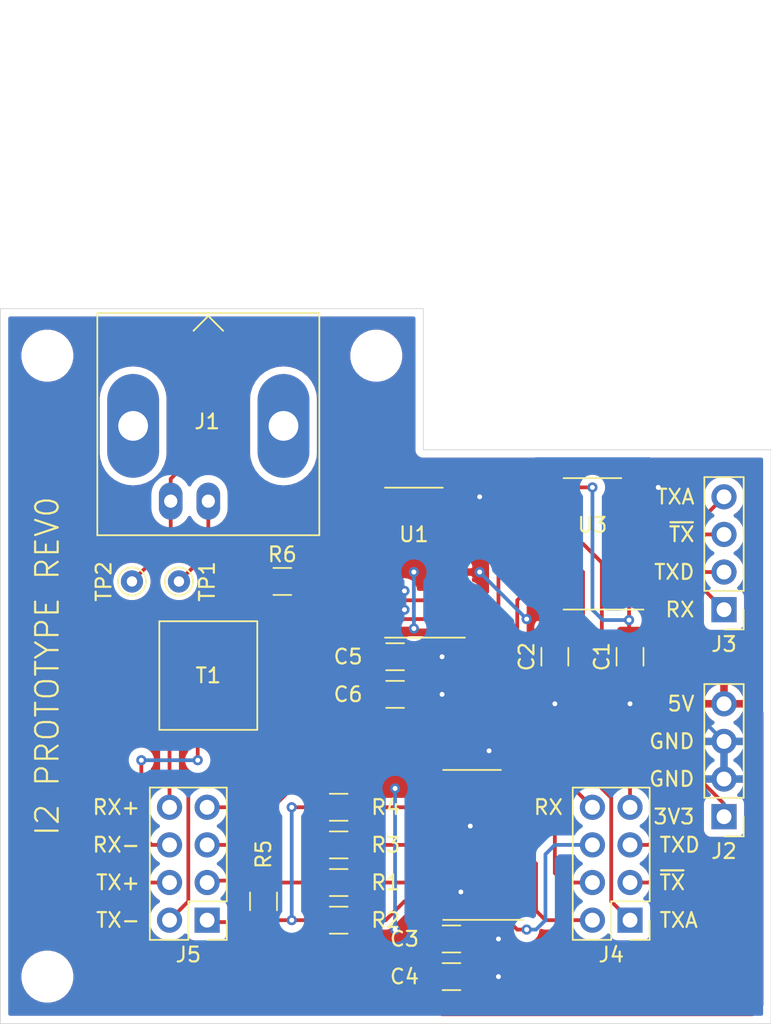
<source format=kicad_pcb>
(kicad_pcb (version 20171130) (host pcbnew 5.1.5)

  (general
    (thickness 1.6)
    (drawings 23)
    (tracks 291)
    (zones 0)
    (modules 26)
    (nets 30)
  )

  (page A4)
  (layers
    (0 F.Cu signal)
    (31 B.Cu signal)
    (32 B.Adhes user)
    (33 F.Adhes user)
    (34 B.Paste user)
    (35 F.Paste user)
    (36 B.SilkS user)
    (37 F.SilkS user)
    (38 B.Mask user)
    (39 F.Mask user)
    (40 Dwgs.User user)
    (41 Cmts.User user)
    (42 Eco1.User user)
    (43 Eco2.User user)
    (44 Edge.Cuts user)
    (45 Margin user)
    (46 B.CrtYd user)
    (47 F.CrtYd user)
    (48 B.Fab user)
    (49 F.Fab user hide)
  )

  (setup
    (last_trace_width 0.254)
    (trace_clearance 0.1524)
    (zone_clearance 0.508)
    (zone_45_only no)
    (trace_min 0.1524)
    (via_size 0.6858)
    (via_drill 0.3302)
    (via_min_size 0.508)
    (via_min_drill 0.254)
    (uvia_size 0.6858)
    (uvia_drill 0.3302)
    (uvias_allowed no)
    (uvia_min_size 0)
    (uvia_min_drill 0)
    (edge_width 0.05)
    (segment_width 0.2)
    (pcb_text_width 0.3)
    (pcb_text_size 1.5 1.5)
    (mod_edge_width 0.12)
    (mod_text_size 1 1)
    (mod_text_width 0.15)
    (pad_size 1.524 1.524)
    (pad_drill 0.762)
    (pad_to_mask_clearance 0.0508)
    (solder_mask_min_width 0.1016)
    (aux_axis_origin 0 0)
    (visible_elements FFFFFF7F)
    (pcbplotparams
      (layerselection 0x010fc_ffffffff)
      (usegerberextensions false)
      (usegerberattributes false)
      (usegerberadvancedattributes false)
      (creategerberjobfile false)
      (excludeedgelayer true)
      (linewidth 0.100000)
      (plotframeref false)
      (viasonmask false)
      (mode 1)
      (useauxorigin false)
      (hpglpennumber 1)
      (hpglpenspeed 20)
      (hpglpendiameter 15.000000)
      (psnegative false)
      (psa4output false)
      (plotreference true)
      (plotvalue true)
      (plotinvisibletext false)
      (padsonsilk false)
      (subtractmaskfromsilk false)
      (outputformat 1)
      (mirror false)
      (drillshape 0)
      (scaleselection 1)
      (outputdirectory "fabrication/"))
  )

  (net 0 "")
  (net 1 GND)
  (net 2 +5V)
  (net 3 TX_ACTIVE_5V)
  (net 4 +3V3)
  (net 5 "Net-(R1-Pad2)")
  (net 6 TX+)
  (net 7 TX-)
  (net 8 "Net-(R2-Pad1)")
  (net 9 "Net-(R3-Pad2)")
  (net 10 "Net-(R4-Pad2)")
  (net 11 "Net-(J1-Pad2)")
  (net 12 "Net-(J1-Pad1)")
  (net 13 TX_ACTIVE_3V3)
  (net 14 ~TX_DATA)
  (net 15 TX_DATA_DELAY)
  (net 16 RX_DATA)
  (net 17 "Net-(J4-Pad7)")
  (net 18 "Net-(J4-Pad6)")
  (net 19 "Net-(J4-Pad5)")
  (net 20 "Net-(J4-Pad4)")
  (net 21 "Net-(J4-Pad3)")
  (net 22 "Net-(J4-Pad1)")
  (net 23 RX-)
  (net 24 RX+)
  (net 25 "Net-(J5-Pad8)")
  (net 26 "Net-(J5-Pad6)")
  (net 27 "Net-(J5-Pad4)")
  (net 28 "Net-(J5-Pad2)")
  (net 29 "Net-(J4-Pad8)")

  (net_class Default "This is the default net class."
    (clearance 0.1524)
    (trace_width 0.254)
    (via_dia 0.6858)
    (via_drill 0.3302)
    (uvia_dia 0.6858)
    (uvia_drill 0.3302)
    (add_net +3V3)
    (add_net +5V)
    (add_net GND)
    (add_net "Net-(J1-Pad1)")
    (add_net "Net-(J1-Pad2)")
    (add_net "Net-(J4-Pad1)")
    (add_net "Net-(J4-Pad3)")
    (add_net "Net-(J4-Pad4)")
    (add_net "Net-(J4-Pad5)")
    (add_net "Net-(J4-Pad6)")
    (add_net "Net-(J4-Pad7)")
    (add_net "Net-(J4-Pad8)")
    (add_net "Net-(J5-Pad2)")
    (add_net "Net-(J5-Pad4)")
    (add_net "Net-(J5-Pad6)")
    (add_net "Net-(J5-Pad8)")
    (add_net "Net-(R1-Pad2)")
    (add_net "Net-(R2-Pad1)")
    (add_net "Net-(R3-Pad2)")
    (add_net "Net-(R4-Pad2)")
    (add_net RX+)
    (add_net RX-)
    (add_net RX_DATA)
    (add_net TX+)
    (add_net TX-)
    (add_net TX_ACTIVE_3V3)
    (add_net TX_ACTIVE_5V)
    (add_net TX_DATA_DELAY)
    (add_net ~TX_DATA)
  )

  (module Package_SO:SOIC-16_3.9x9.9mm_P1.27mm (layer F.Cu) (tedit 5D9F72B1) (tstamp 5E58A091)
    (at 43.3 96.52 180)
    (descr "SOIC, 16 Pin (JEDEC MS-012AC, https://www.analog.com/media/en/package-pcb-resources/package/pkg_pdf/soic_narrow-r/r_16.pdf), generated with kicad-footprint-generator ipc_gullwing_generator.py")
    (tags "SOIC SO")
    (path /5E5493C4)
    (attr smd)
    (fp_text reference U2 (at 0 0) (layer F.SilkS) hide
      (effects (font (size 1 1) (thickness 0.15)))
    )
    (fp_text value MC3487N (at 0 5.9) (layer F.Fab)
      (effects (font (size 1 1) (thickness 0.15)))
    )
    (fp_text user %R (at 0 0) (layer F.Fab)
      (effects (font (size 0.98 0.98) (thickness 0.15)))
    )
    (fp_line (start 3.7 -5.2) (end -3.7 -5.2) (layer F.CrtYd) (width 0.05))
    (fp_line (start 3.7 5.2) (end 3.7 -5.2) (layer F.CrtYd) (width 0.05))
    (fp_line (start -3.7 5.2) (end 3.7 5.2) (layer F.CrtYd) (width 0.05))
    (fp_line (start -3.7 -5.2) (end -3.7 5.2) (layer F.CrtYd) (width 0.05))
    (fp_line (start -1.95 -3.975) (end -0.975 -4.95) (layer F.Fab) (width 0.1))
    (fp_line (start -1.95 4.95) (end -1.95 -3.975) (layer F.Fab) (width 0.1))
    (fp_line (start 1.95 4.95) (end -1.95 4.95) (layer F.Fab) (width 0.1))
    (fp_line (start 1.95 -4.95) (end 1.95 4.95) (layer F.Fab) (width 0.1))
    (fp_line (start -0.975 -4.95) (end 1.95 -4.95) (layer F.Fab) (width 0.1))
    (fp_line (start 0 -5.06) (end -3.45 -5.06) (layer F.SilkS) (width 0.12))
    (fp_line (start 0 -5.06) (end 1.95 -5.06) (layer F.SilkS) (width 0.12))
    (fp_line (start 0 5.06) (end -1.95 5.06) (layer F.SilkS) (width 0.12))
    (fp_line (start 0 5.06) (end 1.95 5.06) (layer F.SilkS) (width 0.12))
    (pad 16 smd roundrect (at 2.475 -4.445 180) (size 1.95 0.6) (layers F.Cu F.Paste F.Mask) (roundrect_rratio 0.25)
      (net 2 +5V))
    (pad 15 smd roundrect (at 2.475 -3.175 180) (size 1.95 0.6) (layers F.Cu F.Paste F.Mask) (roundrect_rratio 0.25)
      (net 1 GND))
    (pad 14 smd roundrect (at 2.475 -1.905 180) (size 1.95 0.6) (layers F.Cu F.Paste F.Mask) (roundrect_rratio 0.25))
    (pad 13 smd roundrect (at 2.475 -0.635 180) (size 1.95 0.6) (layers F.Cu F.Paste F.Mask) (roundrect_rratio 0.25))
    (pad 12 smd roundrect (at 2.475 0.635 180) (size 1.95 0.6) (layers F.Cu F.Paste F.Mask) (roundrect_rratio 0.25)
      (net 1 GND))
    (pad 11 smd roundrect (at 2.475 1.905 180) (size 1.95 0.6) (layers F.Cu F.Paste F.Mask) (roundrect_rratio 0.25))
    (pad 10 smd roundrect (at 2.475 3.175 180) (size 1.95 0.6) (layers F.Cu F.Paste F.Mask) (roundrect_rratio 0.25))
    (pad 9 smd roundrect (at 2.475 4.445 180) (size 1.95 0.6) (layers F.Cu F.Paste F.Mask) (roundrect_rratio 0.25)
      (net 1 GND))
    (pad 8 smd roundrect (at -2.475 4.445 180) (size 1.95 0.6) (layers F.Cu F.Paste F.Mask) (roundrect_rratio 0.25)
      (net 1 GND))
    (pad 7 smd roundrect (at -2.475 3.175 180) (size 1.95 0.6) (layers F.Cu F.Paste F.Mask) (roundrect_rratio 0.25)
      (net 20 "Net-(J4-Pad4)"))
    (pad 6 smd roundrect (at -2.475 1.905 180) (size 1.95 0.6) (layers F.Cu F.Paste F.Mask) (roundrect_rratio 0.25)
      (net 10 "Net-(R4-Pad2)"))
    (pad 5 smd roundrect (at -2.475 0.635 180) (size 1.95 0.6) (layers F.Cu F.Paste F.Mask) (roundrect_rratio 0.25)
      (net 9 "Net-(R3-Pad2)"))
    (pad 4 smd roundrect (at -2.475 -0.635 180) (size 1.95 0.6) (layers F.Cu F.Paste F.Mask) (roundrect_rratio 0.25)
      (net 3 TX_ACTIVE_5V))
    (pad 3 smd roundrect (at -2.475 -1.905 180) (size 1.95 0.6) (layers F.Cu F.Paste F.Mask) (roundrect_rratio 0.25)
      (net 5 "Net-(R1-Pad2)"))
    (pad 2 smd roundrect (at -2.475 -3.175 180) (size 1.95 0.6) (layers F.Cu F.Paste F.Mask) (roundrect_rratio 0.25)
      (net 8 "Net-(R2-Pad1)"))
    (pad 1 smd roundrect (at -2.475 -4.445 180) (size 1.95 0.6) (layers F.Cu F.Paste F.Mask) (roundrect_rratio 0.25)
      (net 18 "Net-(J4-Pad6)"))
    (model ${KISYS3DMOD}/Package_SO.3dshapes/SOIC-16_3.9x9.9mm_P1.27mm.wrl
      (at (xyz 0 0 0))
      (scale (xyz 1 1 1))
      (rotate (xyz 0 0 0))
    )
  )

  (module MountingHole:MountingHole_2.5mm (layer F.Cu) (tedit 56D1B4CB) (tstamp 5E589DFD)
    (at 36.83 63.5)
    (descr "Mounting Hole 2.5mm, no annular")
    (tags "mounting hole 2.5mm no annular")
    (path /5EA7468E)
    (attr virtual)
    (fp_text reference H1 (at 0 -3.5) (layer F.SilkS) hide
      (effects (font (size 1 1) (thickness 0.15)))
    )
    (fp_text value MountingHole (at 0 3.5) (layer F.Fab)
      (effects (font (size 1 1) (thickness 0.15)))
    )
    (fp_circle (center 0 0) (end 2.75 0) (layer F.CrtYd) (width 0.05))
    (fp_circle (center 0 0) (end 2.5 0) (layer Cmts.User) (width 0.15))
    (fp_text user %R (at 0.3 0) (layer F.Fab)
      (effects (font (size 1 1) (thickness 0.15)))
    )
    (pad 1 np_thru_hole circle (at 0 0) (size 2.5 2.5) (drill 2.5) (layers *.Cu *.Mask))
  )

  (module MountingHole:MountingHole_2.5mm (layer F.Cu) (tedit 56D1B4CB) (tstamp 5E587925)
    (at 14.605 63.5)
    (descr "Mounting Hole 2.5mm, no annular")
    (tags "mounting hole 2.5mm no annular")
    (path /5E7F88CF)
    (attr virtual)
    (fp_text reference H3 (at 0 -3.5) (layer F.SilkS) hide
      (effects (font (size 1 1) (thickness 0.15)))
    )
    (fp_text value MountingHole (at 0 3.5) (layer F.Fab)
      (effects (font (size 1 1) (thickness 0.15)))
    )
    (fp_circle (center 0 0) (end 2.75 0) (layer F.CrtYd) (width 0.05))
    (fp_circle (center 0 0) (end 2.5 0) (layer Cmts.User) (width 0.15))
    (fp_text user %R (at 0.3 0) (layer F.Fab)
      (effects (font (size 1 1) (thickness 0.15)))
    )
    (pad 1 np_thru_hole circle (at 0 0) (size 2.5 2.5) (drill 2.5) (layers *.Cu *.Mask))
  )

  (module MountingHole:MountingHole_2.5mm (layer F.Cu) (tedit 56D1B4CB) (tstamp 5E58791D)
    (at 14.605 105.41)
    (descr "Mounting Hole 2.5mm, no annular")
    (tags "mounting hole 2.5mm no annular")
    (path /5E7DD51A)
    (attr virtual)
    (fp_text reference H2 (at 0 -3.5) (layer F.SilkS) hide
      (effects (font (size 1 1) (thickness 0.15)))
    )
    (fp_text value MountingHole (at 0 3.5) (layer F.Fab)
      (effects (font (size 1 1) (thickness 0.15)))
    )
    (fp_circle (center 0 0) (end 2.75 0) (layer F.CrtYd) (width 0.05))
    (fp_circle (center 0 0) (end 2.5 0) (layer Cmts.User) (width 0.15))
    (fp_text user %R (at 0.3 0) (layer F.Fab)
      (effects (font (size 1 1) (thickness 0.15)))
    )
    (pad 1 np_thru_hole circle (at 0 0) (size 2.5 2.5) (drill 2.5) (layers *.Cu *.Mask))
  )

  (module TestPoint:TestPoint_THTPad_D1.5mm_Drill0.7mm (layer F.Cu) (tedit 5A0F774F) (tstamp 5E551E7D)
    (at 20.32 78.74)
    (descr "THT pad as test Point, diameter 1.5mm, hole diameter 0.7mm")
    (tags "test point THT pad")
    (path /5E634054)
    (attr virtual)
    (fp_text reference TP2 (at -1.905 0 90) (layer F.SilkS)
      (effects (font (size 1 1) (thickness 0.15)))
    )
    (fp_text value TestPoint (at 0 1.75) (layer F.Fab)
      (effects (font (size 1 1) (thickness 0.15)))
    )
    (fp_circle (center 0 0) (end 0 0.95) (layer F.SilkS) (width 0.12))
    (fp_circle (center 0 0) (end 1.25 0) (layer F.CrtYd) (width 0.05))
    (fp_text user %R (at 0 -1.65) (layer F.Fab)
      (effects (font (size 1 1) (thickness 0.15)))
    )
    (pad 1 thru_hole circle (at 0 0) (size 1.5 1.5) (drill 0.7) (layers *.Cu *.Mask)
      (net 11 "Net-(J1-Pad2)"))
  )

  (module TestPoint:TestPoint_THTPad_D1.5mm_Drill0.7mm (layer F.Cu) (tedit 5A0F774F) (tstamp 5E551E75)
    (at 23.495 78.74)
    (descr "THT pad as test Point, diameter 1.5mm, hole diameter 0.7mm")
    (tags "test point THT pad")
    (path /5E6333D6)
    (attr virtual)
    (fp_text reference TP1 (at 1.905 0 90) (layer F.SilkS)
      (effects (font (size 1 1) (thickness 0.15)))
    )
    (fp_text value TestPoint (at 0 1.75) (layer F.Fab)
      (effects (font (size 1 1) (thickness 0.15)))
    )
    (fp_circle (center 0 0) (end 0 0.95) (layer F.SilkS) (width 0.12))
    (fp_circle (center 0 0) (end 1.25 0) (layer F.CrtYd) (width 0.05))
    (fp_text user %R (at 0 -1.65) (layer F.Fab)
      (effects (font (size 1 1) (thickness 0.15)))
    )
    (pad 1 thru_hole circle (at 0 0) (size 1.5 1.5) (drill 0.7) (layers *.Cu *.Mask)
      (net 12 "Net-(J1-Pad1)"))
  )

  (module Package_SO:SOIC-16_3.9x9.9mm_P1.27mm (layer F.Cu) (tedit 5D9F72B1) (tstamp 5E54A5BE)
    (at 39.37 77.47 180)
    (descr "SOIC, 16 Pin (JEDEC MS-012AC, https://www.analog.com/media/en/package-pcb-resources/package/pkg_pdf/soic_narrow-r/r_16.pdf), generated with kicad-footprint-generator ipc_gullwing_generator.py")
    (tags "SOIC SO")
    (path /5E547B24)
    (attr smd)
    (fp_text reference U1 (at 0 1.905 180) (layer F.SilkS)
      (effects (font (size 1 1) (thickness 0.15)))
    )
    (fp_text value MC3486N (at 0 5.9) (layer F.Fab)
      (effects (font (size 1 1) (thickness 0.15)))
    )
    (fp_text user %R (at 0 0) (layer F.Fab)
      (effects (font (size 0.98 0.98) (thickness 0.15)))
    )
    (fp_line (start 3.7 -5.2) (end -3.7 -5.2) (layer F.CrtYd) (width 0.05))
    (fp_line (start 3.7 5.2) (end 3.7 -5.2) (layer F.CrtYd) (width 0.05))
    (fp_line (start -3.7 5.2) (end 3.7 5.2) (layer F.CrtYd) (width 0.05))
    (fp_line (start -3.7 -5.2) (end -3.7 5.2) (layer F.CrtYd) (width 0.05))
    (fp_line (start -1.95 -3.975) (end -0.975 -4.95) (layer F.Fab) (width 0.1))
    (fp_line (start -1.95 4.95) (end -1.95 -3.975) (layer F.Fab) (width 0.1))
    (fp_line (start 1.95 4.95) (end -1.95 4.95) (layer F.Fab) (width 0.1))
    (fp_line (start 1.95 -4.95) (end 1.95 4.95) (layer F.Fab) (width 0.1))
    (fp_line (start -0.975 -4.95) (end 1.95 -4.95) (layer F.Fab) (width 0.1))
    (fp_line (start 0 -5.06) (end -3.45 -5.06) (layer F.SilkS) (width 0.12))
    (fp_line (start 0 -5.06) (end 1.95 -5.06) (layer F.SilkS) (width 0.12))
    (fp_line (start 0 5.06) (end -1.95 5.06) (layer F.SilkS) (width 0.12))
    (fp_line (start 0 5.06) (end 1.95 5.06) (layer F.SilkS) (width 0.12))
    (pad 16 smd roundrect (at 2.475 -4.445 180) (size 1.95 0.6) (layers F.Cu F.Paste F.Mask) (roundrect_rratio 0.25)
      (net 2 +5V))
    (pad 15 smd roundrect (at 2.475 -3.175 180) (size 1.95 0.6) (layers F.Cu F.Paste F.Mask) (roundrect_rratio 0.25)
      (net 1 GND))
    (pad 14 smd roundrect (at 2.475 -1.905 180) (size 1.95 0.6) (layers F.Cu F.Paste F.Mask) (roundrect_rratio 0.25)
      (net 1 GND))
    (pad 13 smd roundrect (at 2.475 -0.635 180) (size 1.95 0.6) (layers F.Cu F.Paste F.Mask) (roundrect_rratio 0.25))
    (pad 12 smd roundrect (at 2.475 0.635 180) (size 1.95 0.6) (layers F.Cu F.Paste F.Mask) (roundrect_rratio 0.25)
      (net 1 GND))
    (pad 11 smd roundrect (at 2.475 1.905 180) (size 1.95 0.6) (layers F.Cu F.Paste F.Mask) (roundrect_rratio 0.25))
    (pad 10 smd roundrect (at 2.475 3.175 180) (size 1.95 0.6) (layers F.Cu F.Paste F.Mask) (roundrect_rratio 0.25)
      (net 1 GND))
    (pad 9 smd roundrect (at 2.475 4.445 180) (size 1.95 0.6) (layers F.Cu F.Paste F.Mask) (roundrect_rratio 0.25)
      (net 1 GND))
    (pad 8 smd roundrect (at -2.475 4.445 180) (size 1.95 0.6) (layers F.Cu F.Paste F.Mask) (roundrect_rratio 0.25)
      (net 1 GND))
    (pad 7 smd roundrect (at -2.475 3.175 180) (size 1.95 0.6) (layers F.Cu F.Paste F.Mask) (roundrect_rratio 0.25)
      (net 1 GND))
    (pad 6 smd roundrect (at -2.475 1.905 180) (size 1.95 0.6) (layers F.Cu F.Paste F.Mask) (roundrect_rratio 0.25)
      (net 1 GND))
    (pad 5 smd roundrect (at -2.475 0.635 180) (size 1.95 0.6) (layers F.Cu F.Paste F.Mask) (roundrect_rratio 0.25))
    (pad 4 smd roundrect (at -2.475 -0.635 180) (size 1.95 0.6) (layers F.Cu F.Paste F.Mask) (roundrect_rratio 0.25)
      (net 2 +5V))
    (pad 3 smd roundrect (at -2.475 -1.905 180) (size 1.95 0.6) (layers F.Cu F.Paste F.Mask) (roundrect_rratio 0.25)
      (net 29 "Net-(J4-Pad8)"))
    (pad 2 smd roundrect (at -2.475 -3.175 180) (size 1.95 0.6) (layers F.Cu F.Paste F.Mask) (roundrect_rratio 0.25)
      (net 24 RX+))
    (pad 1 smd roundrect (at -2.475 -4.445 180) (size 1.95 0.6) (layers F.Cu F.Paste F.Mask) (roundrect_rratio 0.25)
      (net 23 RX-))
    (model ${KISYS3DMOD}/Package_SO.3dshapes/SOIC-16_3.9x9.9mm_P1.27mm.wrl
      (at (xyz 0 0 0))
      (scale (xyz 1 1 1))
      (rotate (xyz 0 0 0))
    )
  )

  (module Connector_PinHeader_2.54mm:PinHeader_2x04_P2.54mm_Vertical (layer F.Cu) (tedit 59FED5CC) (tstamp 5E5670F9)
    (at 25.4 101.6 180)
    (descr "Through hole straight pin header, 2x04, 2.54mm pitch, double rows")
    (tags "Through hole pin header THT 2x04 2.54mm double row")
    (path /5E555062)
    (fp_text reference J5 (at 1.27 -2.33) (layer F.SilkS)
      (effects (font (size 1 1) (thickness 0.15)))
    )
    (fp_text value Conn_02x04_Odd_Even (at 1.27 9.95) (layer F.Fab)
      (effects (font (size 1 1) (thickness 0.15)))
    )
    (fp_text user %R (at 1.27 3.81 90) (layer F.Fab)
      (effects (font (size 1 1) (thickness 0.15)))
    )
    (fp_line (start 4.35 -1.8) (end -1.8 -1.8) (layer F.CrtYd) (width 0.05))
    (fp_line (start 4.35 9.4) (end 4.35 -1.8) (layer F.CrtYd) (width 0.05))
    (fp_line (start -1.8 9.4) (end 4.35 9.4) (layer F.CrtYd) (width 0.05))
    (fp_line (start -1.8 -1.8) (end -1.8 9.4) (layer F.CrtYd) (width 0.05))
    (fp_line (start -1.33 -1.33) (end 0 -1.33) (layer F.SilkS) (width 0.12))
    (fp_line (start -1.33 0) (end -1.33 -1.33) (layer F.SilkS) (width 0.12))
    (fp_line (start 1.27 -1.33) (end 3.87 -1.33) (layer F.SilkS) (width 0.12))
    (fp_line (start 1.27 1.27) (end 1.27 -1.33) (layer F.SilkS) (width 0.12))
    (fp_line (start -1.33 1.27) (end 1.27 1.27) (layer F.SilkS) (width 0.12))
    (fp_line (start 3.87 -1.33) (end 3.87 8.95) (layer F.SilkS) (width 0.12))
    (fp_line (start -1.33 1.27) (end -1.33 8.95) (layer F.SilkS) (width 0.12))
    (fp_line (start -1.33 8.95) (end 3.87 8.95) (layer F.SilkS) (width 0.12))
    (fp_line (start -1.27 0) (end 0 -1.27) (layer F.Fab) (width 0.1))
    (fp_line (start -1.27 8.89) (end -1.27 0) (layer F.Fab) (width 0.1))
    (fp_line (start 3.81 8.89) (end -1.27 8.89) (layer F.Fab) (width 0.1))
    (fp_line (start 3.81 -1.27) (end 3.81 8.89) (layer F.Fab) (width 0.1))
    (fp_line (start 0 -1.27) (end 3.81 -1.27) (layer F.Fab) (width 0.1))
    (pad 8 thru_hole oval (at 2.54 7.62 180) (size 1.7 1.7) (drill 1) (layers *.Cu *.Mask)
      (net 25 "Net-(J5-Pad8)"))
    (pad 7 thru_hole oval (at 0 7.62 180) (size 1.7 1.7) (drill 1) (layers *.Cu *.Mask)
      (net 24 RX+))
    (pad 6 thru_hole oval (at 2.54 5.08 180) (size 1.7 1.7) (drill 1) (layers *.Cu *.Mask)
      (net 26 "Net-(J5-Pad6)"))
    (pad 5 thru_hole oval (at 0 5.08 180) (size 1.7 1.7) (drill 1) (layers *.Cu *.Mask)
      (net 23 RX-))
    (pad 4 thru_hole oval (at 2.54 2.54 180) (size 1.7 1.7) (drill 1) (layers *.Cu *.Mask)
      (net 27 "Net-(J5-Pad4)"))
    (pad 3 thru_hole oval (at 0 2.54 180) (size 1.7 1.7) (drill 1) (layers *.Cu *.Mask)
      (net 6 TX+))
    (pad 2 thru_hole oval (at 2.54 0 180) (size 1.7 1.7) (drill 1) (layers *.Cu *.Mask)
      (net 28 "Net-(J5-Pad2)"))
    (pad 1 thru_hole rect (at 0 0 180) (size 1.7 1.7) (drill 1) (layers *.Cu *.Mask)
      (net 7 TX-))
    (model ${KISYS3DMOD}/Connector_PinHeader_2.54mm.3dshapes/PinHeader_2x04_P2.54mm_Vertical.wrl
      (at (xyz 0 0 0))
      (scale (xyz 1 1 1))
      (rotate (xyz 0 0 0))
    )
  )

  (module Connector_Coaxial:BNC_Amphenol_B6252HB-NPP3G-50_Horizontal (layer F.Cu) (tedit 5C13907B) (tstamp 5E5509EF)
    (at 25.48 73.32)
    (descr http://www.farnell.com/datasheets/612848.pdf)
    (tags "BNC Amphenol Horizontal")
    (path /5E553E3C)
    (fp_text reference J1 (at -0.08 -5.375) (layer F.SilkS)
      (effects (font (size 1 1) (thickness 0.15)))
    )
    (fp_text value Conn_Coaxial (at 0 6 180) (layer F.Fab)
      (effects (font (size 1 1) (thickness 0.15)))
    )
    (fp_line (start 0 -12.5) (end 1 -11.5) (layer F.SilkS) (width 0.12))
    (fp_line (start 0 -12.5) (end -1 -11.5) (layer F.SilkS) (width 0.12))
    (fp_line (start 7.85 2.7) (end 7.85 -33.8) (layer F.CrtYd) (width 0.05))
    (fp_line (start 7.85 -33.8) (end -7.85 -33.8) (layer F.CrtYd) (width 0.05))
    (fp_line (start -7.85 2.7) (end -7.85 -33.8) (layer F.CrtYd) (width 0.05))
    (fp_line (start -7.85 2.7) (end 7.85 2.7) (layer F.CrtYd) (width 0.05))
    (fp_line (start -7.5 2.3) (end -7.5 -12.7) (layer F.SilkS) (width 0.12))
    (fp_line (start 7.5 2.3) (end -7.5 2.3) (layer F.SilkS) (width 0.12))
    (fp_line (start 7.5 -12.7) (end 7.5 2.3) (layer F.SilkS) (width 0.12))
    (fp_line (start -7.5 -12.7) (end 7.5 -12.7) (layer F.SilkS) (width 0.12))
    (fp_line (start -5 -14) (end 5 -15) (layer F.Fab) (width 0.1))
    (fp_text user %R (at 0 0) (layer F.Fab)
      (effects (font (size 1 1) (thickness 0.15)))
    )
    (fp_line (start -7.35 -12.7) (end -7.35 2.2) (layer F.Fab) (width 0.1))
    (fp_line (start 7.35 -12.7) (end -7.35 -12.7) (layer F.Fab) (width 0.1))
    (fp_line (start 7.35 2.2) (end 7.35 -12.7) (layer F.Fab) (width 0.1))
    (fp_line (start -7.35 2.2) (end 7.35 2.2) (layer F.Fab) (width 0.1))
    (fp_line (start -6.35 -21.4) (end -6.35 -12.7) (layer F.Fab) (width 0.1))
    (fp_line (start 6.35 -21.4) (end -6.35 -21.4) (layer F.Fab) (width 0.1))
    (fp_line (start 6.35 -12.7) (end 6.35 -21.4) (layer F.Fab) (width 0.1))
    (fp_line (start -4.8 -33.3) (end -4.8 -21.4) (layer F.Fab) (width 0.1))
    (fp_line (start 4.8 -33.3) (end -4.8 -33.3) (layer F.Fab) (width 0.1))
    (fp_line (start 4.8 -21.4) (end 4.8 -33.3) (layer F.Fab) (width 0.1))
    (fp_circle (center 0 -28.07) (end 1 -28.07) (layer F.Fab) (width 0.1))
    (fp_line (start -5 -15) (end 5 -16) (layer F.Fab) (width 0.1))
    (fp_line (start -5 -16) (end 5 -17) (layer F.Fab) (width 0.1))
    (fp_line (start -5 -17) (end 5 -18) (layer F.Fab) (width 0.1))
    (fp_line (start -5 -18) (end 5 -19) (layer F.Fab) (width 0.1))
    (fp_line (start -5 -19) (end 5 -20) (layer F.Fab) (width 0.1))
    (fp_line (start -5 -20) (end 5 -21) (layer F.Fab) (width 0.1))
    (pad 2 thru_hole oval (at -2.54 0) (size 1.6 2.5) (drill 0.89) (layers *.Cu *.Mask)
      (net 11 "Net-(J1-Pad2)"))
    (pad 1 thru_hole oval (at 0 0) (size 1.6 2.5) (drill 0.89) (layers *.Cu *.Mask)
      (net 12 "Net-(J1-Pad1)"))
    (pad 2 thru_hole oval (at 5.08 -5.08) (size 3.5 7) (drill 2.01) (layers *.Cu *.Mask)
      (net 11 "Net-(J1-Pad2)"))
    (pad 2 thru_hole oval (at -5.08 -5.08) (size 3.5 7) (drill 2.01) (layers *.Cu *.Mask)
      (net 11 "Net-(J1-Pad2)"))
    (model ${KISYS3DMOD}/Connector_Coaxial.3dshapes/BNC_Amphenol_B6252HB-NPP3G-50_Horizontal.wrl
      (at (xyz 0 0 0))
      (scale (xyz 1 1 1))
      (rotate (xyz 0 0 0))
    )
  )

  (module Resistor_SMD:R_1206_3216Metric (layer F.Cu) (tedit 5B301BBD) (tstamp 5E5670BC)
    (at 30.48 78.74)
    (descr "Resistor SMD 1206 (3216 Metric), square (rectangular) end terminal, IPC_7351 nominal, (Body size source: http://www.tortai-tech.com/upload/download/2011102023233369053.pdf), generated with kicad-footprint-generator")
    (tags resistor)
    (path /5E557D53)
    (attr smd)
    (fp_text reference R6 (at 0 -1.82) (layer F.SilkS)
      (effects (font (size 1 1) (thickness 0.15)))
    )
    (fp_text value 120 (at 0 1.82) (layer F.Fab)
      (effects (font (size 1 1) (thickness 0.15)))
    )
    (fp_text user %R (at 0 0) (layer F.Fab)
      (effects (font (size 0.8 0.8) (thickness 0.12)))
    )
    (fp_line (start 2.28 1.12) (end -2.28 1.12) (layer F.CrtYd) (width 0.05))
    (fp_line (start 2.28 -1.12) (end 2.28 1.12) (layer F.CrtYd) (width 0.05))
    (fp_line (start -2.28 -1.12) (end 2.28 -1.12) (layer F.CrtYd) (width 0.05))
    (fp_line (start -2.28 1.12) (end -2.28 -1.12) (layer F.CrtYd) (width 0.05))
    (fp_line (start -0.602064 0.91) (end 0.602064 0.91) (layer F.SilkS) (width 0.12))
    (fp_line (start -0.602064 -0.91) (end 0.602064 -0.91) (layer F.SilkS) (width 0.12))
    (fp_line (start 1.6 0.8) (end -1.6 0.8) (layer F.Fab) (width 0.1))
    (fp_line (start 1.6 -0.8) (end 1.6 0.8) (layer F.Fab) (width 0.1))
    (fp_line (start -1.6 -0.8) (end 1.6 -0.8) (layer F.Fab) (width 0.1))
    (fp_line (start -1.6 0.8) (end -1.6 -0.8) (layer F.Fab) (width 0.1))
    (pad 2 smd roundrect (at 1.4 0) (size 1.25 1.75) (layers F.Cu F.Paste F.Mask) (roundrect_rratio 0.2)
      (net 11 "Net-(J1-Pad2)"))
    (pad 1 smd roundrect (at -1.4 0) (size 1.25 1.75) (layers F.Cu F.Paste F.Mask) (roundrect_rratio 0.2)
      (net 12 "Net-(J1-Pad1)"))
    (model ${KISYS3DMOD}/Resistor_SMD.3dshapes/R_1206_3216Metric.wrl
      (at (xyz 0 0 0))
      (scale (xyz 1 1 1))
      (rotate (xyz 0 0 0))
    )
  )

  (module Resistor_SMD:R_1206_3216Metric (layer F.Cu) (tedit 5B301BBD) (tstamp 5E550A44)
    (at 29.21 100.33 90)
    (descr "Resistor SMD 1206 (3216 Metric), square (rectangular) end terminal, IPC_7351 nominal, (Body size source: http://www.tortai-tech.com/upload/download/2011102023233369053.pdf), generated with kicad-footprint-generator")
    (tags resistor)
    (path /5E6199CC)
    (attr smd)
    (fp_text reference R5 (at 3.175 0 90) (layer F.SilkS)
      (effects (font (size 1 1) (thickness 0.15)))
    )
    (fp_text value 510 (at 0 1.82 90) (layer F.Fab)
      (effects (font (size 1 1) (thickness 0.15)))
    )
    (fp_text user %R (at 0 0 90) (layer F.Fab)
      (effects (font (size 0.8 0.8) (thickness 0.12)))
    )
    (fp_line (start 2.28 1.12) (end -2.28 1.12) (layer F.CrtYd) (width 0.05))
    (fp_line (start 2.28 -1.12) (end 2.28 1.12) (layer F.CrtYd) (width 0.05))
    (fp_line (start -2.28 -1.12) (end 2.28 -1.12) (layer F.CrtYd) (width 0.05))
    (fp_line (start -2.28 1.12) (end -2.28 -1.12) (layer F.CrtYd) (width 0.05))
    (fp_line (start -0.602064 0.91) (end 0.602064 0.91) (layer F.SilkS) (width 0.12))
    (fp_line (start -0.602064 -0.91) (end 0.602064 -0.91) (layer F.SilkS) (width 0.12))
    (fp_line (start 1.6 0.8) (end -1.6 0.8) (layer F.Fab) (width 0.1))
    (fp_line (start 1.6 -0.8) (end 1.6 0.8) (layer F.Fab) (width 0.1))
    (fp_line (start -1.6 -0.8) (end 1.6 -0.8) (layer F.Fab) (width 0.1))
    (fp_line (start -1.6 0.8) (end -1.6 -0.8) (layer F.Fab) (width 0.1))
    (pad 2 smd roundrect (at 1.4 0 90) (size 1.25 1.75) (layers F.Cu F.Paste F.Mask) (roundrect_rratio 0.2)
      (net 6 TX+))
    (pad 1 smd roundrect (at -1.4 0 90) (size 1.25 1.75) (layers F.Cu F.Paste F.Mask) (roundrect_rratio 0.2)
      (net 7 TX-))
    (model ${KISYS3DMOD}/Resistor_SMD.3dshapes/R_1206_3216Metric.wrl
      (at (xyz 0 0 0))
      (scale (xyz 1 1 1))
      (rotate (xyz 0 0 0))
    )
  )

  (module Resistor_SMD:R_1206_3216Metric (layer F.Cu) (tedit 5B301BBD) (tstamp 5E550A33)
    (at 34.29 93.98)
    (descr "Resistor SMD 1206 (3216 Metric), square (rectangular) end terminal, IPC_7351 nominal, (Body size source: http://www.tortai-tech.com/upload/download/2011102023233369053.pdf), generated with kicad-footprint-generator")
    (tags resistor)
    (path /5E54DB5F)
    (attr smd)
    (fp_text reference R4 (at 3.175 0) (layer F.SilkS)
      (effects (font (size 1 1) (thickness 0.15)))
    )
    (fp_text value 33 (at 0 1.82) (layer F.Fab)
      (effects (font (size 1 1) (thickness 0.15)))
    )
    (fp_text user %R (at 0 0) (layer F.Fab)
      (effects (font (size 0.8 0.8) (thickness 0.12)))
    )
    (fp_line (start 2.28 1.12) (end -2.28 1.12) (layer F.CrtYd) (width 0.05))
    (fp_line (start 2.28 -1.12) (end 2.28 1.12) (layer F.CrtYd) (width 0.05))
    (fp_line (start -2.28 -1.12) (end 2.28 -1.12) (layer F.CrtYd) (width 0.05))
    (fp_line (start -2.28 1.12) (end -2.28 -1.12) (layer F.CrtYd) (width 0.05))
    (fp_line (start -0.602064 0.91) (end 0.602064 0.91) (layer F.SilkS) (width 0.12))
    (fp_line (start -0.602064 -0.91) (end 0.602064 -0.91) (layer F.SilkS) (width 0.12))
    (fp_line (start 1.6 0.8) (end -1.6 0.8) (layer F.Fab) (width 0.1))
    (fp_line (start 1.6 -0.8) (end 1.6 0.8) (layer F.Fab) (width 0.1))
    (fp_line (start -1.6 -0.8) (end 1.6 -0.8) (layer F.Fab) (width 0.1))
    (fp_line (start -1.6 0.8) (end -1.6 -0.8) (layer F.Fab) (width 0.1))
    (pad 2 smd roundrect (at 1.4 0) (size 1.25 1.75) (layers F.Cu F.Paste F.Mask) (roundrect_rratio 0.2)
      (net 10 "Net-(R4-Pad2)"))
    (pad 1 smd roundrect (at -1.4 0) (size 1.25 1.75) (layers F.Cu F.Paste F.Mask) (roundrect_rratio 0.2)
      (net 7 TX-))
    (model ${KISYS3DMOD}/Resistor_SMD.3dshapes/R_1206_3216Metric.wrl
      (at (xyz 0 0 0))
      (scale (xyz 1 1 1))
      (rotate (xyz 0 0 0))
    )
  )

  (module Resistor_SMD:R_1206_3216Metric (layer F.Cu) (tedit 5B301BBD) (tstamp 5E550A22)
    (at 34.29 96.52)
    (descr "Resistor SMD 1206 (3216 Metric), square (rectangular) end terminal, IPC_7351 nominal, (Body size source: http://www.tortai-tech.com/upload/download/2011102023233369053.pdf), generated with kicad-footprint-generator")
    (tags resistor)
    (path /5E54D7AD)
    (attr smd)
    (fp_text reference R3 (at 3.175 0) (layer F.SilkS)
      (effects (font (size 1 1) (thickness 0.15)))
    )
    (fp_text value 33 (at 0 1.82) (layer F.Fab)
      (effects (font (size 1 1) (thickness 0.15)))
    )
    (fp_text user %R (at 0 0) (layer F.Fab)
      (effects (font (size 0.8 0.8) (thickness 0.12)))
    )
    (fp_line (start 2.28 1.12) (end -2.28 1.12) (layer F.CrtYd) (width 0.05))
    (fp_line (start 2.28 -1.12) (end 2.28 1.12) (layer F.CrtYd) (width 0.05))
    (fp_line (start -2.28 -1.12) (end 2.28 -1.12) (layer F.CrtYd) (width 0.05))
    (fp_line (start -2.28 1.12) (end -2.28 -1.12) (layer F.CrtYd) (width 0.05))
    (fp_line (start -0.602064 0.91) (end 0.602064 0.91) (layer F.SilkS) (width 0.12))
    (fp_line (start -0.602064 -0.91) (end 0.602064 -0.91) (layer F.SilkS) (width 0.12))
    (fp_line (start 1.6 0.8) (end -1.6 0.8) (layer F.Fab) (width 0.1))
    (fp_line (start 1.6 -0.8) (end 1.6 0.8) (layer F.Fab) (width 0.1))
    (fp_line (start -1.6 -0.8) (end 1.6 -0.8) (layer F.Fab) (width 0.1))
    (fp_line (start -1.6 0.8) (end -1.6 -0.8) (layer F.Fab) (width 0.1))
    (pad 2 smd roundrect (at 1.4 0) (size 1.25 1.75) (layers F.Cu F.Paste F.Mask) (roundrect_rratio 0.2)
      (net 9 "Net-(R3-Pad2)"))
    (pad 1 smd roundrect (at -1.4 0) (size 1.25 1.75) (layers F.Cu F.Paste F.Mask) (roundrect_rratio 0.2)
      (net 6 TX+))
    (model ${KISYS3DMOD}/Resistor_SMD.3dshapes/R_1206_3216Metric.wrl
      (at (xyz 0 0 0))
      (scale (xyz 1 1 1))
      (rotate (xyz 0 0 0))
    )
  )

  (module Resistor_SMD:R_1206_3216Metric (layer F.Cu) (tedit 5B301BBD) (tstamp 5E550A11)
    (at 34.29 101.6 180)
    (descr "Resistor SMD 1206 (3216 Metric), square (rectangular) end terminal, IPC_7351 nominal, (Body size source: http://www.tortai-tech.com/upload/download/2011102023233369053.pdf), generated with kicad-footprint-generator")
    (tags resistor)
    (path /5E54B6A7)
    (attr smd)
    (fp_text reference R2 (at -3.175 0) (layer F.SilkS)
      (effects (font (size 1 1) (thickness 0.15)))
    )
    (fp_text value 150 (at 0 1.82) (layer F.Fab)
      (effects (font (size 1 1) (thickness 0.15)))
    )
    (fp_text user %R (at 0 0) (layer F.Fab)
      (effects (font (size 0.8 0.8) (thickness 0.12)))
    )
    (fp_line (start 2.28 1.12) (end -2.28 1.12) (layer F.CrtYd) (width 0.05))
    (fp_line (start 2.28 -1.12) (end 2.28 1.12) (layer F.CrtYd) (width 0.05))
    (fp_line (start -2.28 -1.12) (end 2.28 -1.12) (layer F.CrtYd) (width 0.05))
    (fp_line (start -2.28 1.12) (end -2.28 -1.12) (layer F.CrtYd) (width 0.05))
    (fp_line (start -0.602064 0.91) (end 0.602064 0.91) (layer F.SilkS) (width 0.12))
    (fp_line (start -0.602064 -0.91) (end 0.602064 -0.91) (layer F.SilkS) (width 0.12))
    (fp_line (start 1.6 0.8) (end -1.6 0.8) (layer F.Fab) (width 0.1))
    (fp_line (start 1.6 -0.8) (end 1.6 0.8) (layer F.Fab) (width 0.1))
    (fp_line (start -1.6 -0.8) (end 1.6 -0.8) (layer F.Fab) (width 0.1))
    (fp_line (start -1.6 0.8) (end -1.6 -0.8) (layer F.Fab) (width 0.1))
    (pad 2 smd roundrect (at 1.4 0 180) (size 1.25 1.75) (layers F.Cu F.Paste F.Mask) (roundrect_rratio 0.2)
      (net 7 TX-))
    (pad 1 smd roundrect (at -1.4 0 180) (size 1.25 1.75) (layers F.Cu F.Paste F.Mask) (roundrect_rratio 0.2)
      (net 8 "Net-(R2-Pad1)"))
    (model ${KISYS3DMOD}/Resistor_SMD.3dshapes/R_1206_3216Metric.wrl
      (at (xyz 0 0 0))
      (scale (xyz 1 1 1))
      (rotate (xyz 0 0 0))
    )
  )

  (module Resistor_SMD:R_1206_3216Metric (layer F.Cu) (tedit 5B301BBD) (tstamp 5E550A00)
    (at 34.29 99.06)
    (descr "Resistor SMD 1206 (3216 Metric), square (rectangular) end terminal, IPC_7351 nominal, (Body size source: http://www.tortai-tech.com/upload/download/2011102023233369053.pdf), generated with kicad-footprint-generator")
    (tags resistor)
    (path /5E54D26E)
    (attr smd)
    (fp_text reference R1 (at 3.175 0) (layer F.SilkS)
      (effects (font (size 1 1) (thickness 0.15)))
    )
    (fp_text value 150 (at 0 1.82) (layer F.Fab)
      (effects (font (size 1 1) (thickness 0.15)))
    )
    (fp_text user %R (at 0 0) (layer F.Fab)
      (effects (font (size 0.8 0.8) (thickness 0.12)))
    )
    (fp_line (start 2.28 1.12) (end -2.28 1.12) (layer F.CrtYd) (width 0.05))
    (fp_line (start 2.28 -1.12) (end 2.28 1.12) (layer F.CrtYd) (width 0.05))
    (fp_line (start -2.28 -1.12) (end 2.28 -1.12) (layer F.CrtYd) (width 0.05))
    (fp_line (start -2.28 1.12) (end -2.28 -1.12) (layer F.CrtYd) (width 0.05))
    (fp_line (start -0.602064 0.91) (end 0.602064 0.91) (layer F.SilkS) (width 0.12))
    (fp_line (start -0.602064 -0.91) (end 0.602064 -0.91) (layer F.SilkS) (width 0.12))
    (fp_line (start 1.6 0.8) (end -1.6 0.8) (layer F.Fab) (width 0.1))
    (fp_line (start 1.6 -0.8) (end 1.6 0.8) (layer F.Fab) (width 0.1))
    (fp_line (start -1.6 -0.8) (end 1.6 -0.8) (layer F.Fab) (width 0.1))
    (fp_line (start -1.6 0.8) (end -1.6 -0.8) (layer F.Fab) (width 0.1))
    (pad 2 smd roundrect (at 1.4 0) (size 1.25 1.75) (layers F.Cu F.Paste F.Mask) (roundrect_rratio 0.2)
      (net 5 "Net-(R1-Pad2)"))
    (pad 1 smd roundrect (at -1.4 0) (size 1.25 1.75) (layers F.Cu F.Paste F.Mask) (roundrect_rratio 0.2)
      (net 6 TX+))
    (model ${KISYS3DMOD}/Resistor_SMD.3dshapes/R_1206_3216Metric.wrl
      (at (xyz 0 0 0))
      (scale (xyz 1 1 1))
      (rotate (xyz 0 0 0))
    )
  )

  (module Capacitor_SMD:C_1206_3216Metric (layer F.Cu) (tedit 5B301BBE) (tstamp 5E5509CA)
    (at 38.1 86.36)
    (descr "Capacitor SMD 1206 (3216 Metric), square (rectangular) end terminal, IPC_7351 nominal, (Body size source: http://www.tortai-tech.com/upload/download/2011102023233369053.pdf), generated with kicad-footprint-generator")
    (tags capacitor)
    (path /5E76F4CE)
    (attr smd)
    (fp_text reference C6 (at -3.175 0) (layer F.SilkS)
      (effects (font (size 1 1) (thickness 0.15)))
    )
    (fp_text value 0.01uF (at 0 1.82) (layer F.Fab)
      (effects (font (size 1 1) (thickness 0.15)))
    )
    (fp_text user %R (at 0 0) (layer F.Fab)
      (effects (font (size 0.8 0.8) (thickness 0.12)))
    )
    (fp_line (start 2.28 1.12) (end -2.28 1.12) (layer F.CrtYd) (width 0.05))
    (fp_line (start 2.28 -1.12) (end 2.28 1.12) (layer F.CrtYd) (width 0.05))
    (fp_line (start -2.28 -1.12) (end 2.28 -1.12) (layer F.CrtYd) (width 0.05))
    (fp_line (start -2.28 1.12) (end -2.28 -1.12) (layer F.CrtYd) (width 0.05))
    (fp_line (start -0.602064 0.91) (end 0.602064 0.91) (layer F.SilkS) (width 0.12))
    (fp_line (start -0.602064 -0.91) (end 0.602064 -0.91) (layer F.SilkS) (width 0.12))
    (fp_line (start 1.6 0.8) (end -1.6 0.8) (layer F.Fab) (width 0.1))
    (fp_line (start 1.6 -0.8) (end 1.6 0.8) (layer F.Fab) (width 0.1))
    (fp_line (start -1.6 -0.8) (end 1.6 -0.8) (layer F.Fab) (width 0.1))
    (fp_line (start -1.6 0.8) (end -1.6 -0.8) (layer F.Fab) (width 0.1))
    (pad 2 smd roundrect (at 1.4 0) (size 1.25 1.75) (layers F.Cu F.Paste F.Mask) (roundrect_rratio 0.2)
      (net 1 GND))
    (pad 1 smd roundrect (at -1.4 0) (size 1.25 1.75) (layers F.Cu F.Paste F.Mask) (roundrect_rratio 0.2)
      (net 2 +5V))
    (model ${KISYS3DMOD}/Capacitor_SMD.3dshapes/C_1206_3216Metric.wrl
      (at (xyz 0 0 0))
      (scale (xyz 1 1 1))
      (rotate (xyz 0 0 0))
    )
  )

  (module Capacitor_SMD:C_1206_3216Metric (layer F.Cu) (tedit 5B301BBE) (tstamp 5E5509B9)
    (at 38.1 83.82)
    (descr "Capacitor SMD 1206 (3216 Metric), square (rectangular) end terminal, IPC_7351 nominal, (Body size source: http://www.tortai-tech.com/upload/download/2011102023233369053.pdf), generated with kicad-footprint-generator")
    (tags capacitor)
    (path /5E76EE43)
    (attr smd)
    (fp_text reference C5 (at -3.175 0) (layer F.SilkS)
      (effects (font (size 1 1) (thickness 0.15)))
    )
    (fp_text value 0.1uF (at 0 1.82) (layer F.Fab)
      (effects (font (size 1 1) (thickness 0.15)))
    )
    (fp_text user %R (at 0 0) (layer F.Fab)
      (effects (font (size 0.8 0.8) (thickness 0.12)))
    )
    (fp_line (start 2.28 1.12) (end -2.28 1.12) (layer F.CrtYd) (width 0.05))
    (fp_line (start 2.28 -1.12) (end 2.28 1.12) (layer F.CrtYd) (width 0.05))
    (fp_line (start -2.28 -1.12) (end 2.28 -1.12) (layer F.CrtYd) (width 0.05))
    (fp_line (start -2.28 1.12) (end -2.28 -1.12) (layer F.CrtYd) (width 0.05))
    (fp_line (start -0.602064 0.91) (end 0.602064 0.91) (layer F.SilkS) (width 0.12))
    (fp_line (start -0.602064 -0.91) (end 0.602064 -0.91) (layer F.SilkS) (width 0.12))
    (fp_line (start 1.6 0.8) (end -1.6 0.8) (layer F.Fab) (width 0.1))
    (fp_line (start 1.6 -0.8) (end 1.6 0.8) (layer F.Fab) (width 0.1))
    (fp_line (start -1.6 -0.8) (end 1.6 -0.8) (layer F.Fab) (width 0.1))
    (fp_line (start -1.6 0.8) (end -1.6 -0.8) (layer F.Fab) (width 0.1))
    (pad 2 smd roundrect (at 1.4 0) (size 1.25 1.75) (layers F.Cu F.Paste F.Mask) (roundrect_rratio 0.2)
      (net 1 GND))
    (pad 1 smd roundrect (at -1.4 0) (size 1.25 1.75) (layers F.Cu F.Paste F.Mask) (roundrect_rratio 0.2)
      (net 2 +5V))
    (model ${KISYS3DMOD}/Capacitor_SMD.3dshapes/C_1206_3216Metric.wrl
      (at (xyz 0 0 0))
      (scale (xyz 1 1 1))
      (rotate (xyz 0 0 0))
    )
  )

  (module Capacitor_SMD:C_1206_3216Metric (layer F.Cu) (tedit 5B301BBE) (tstamp 5E5509A8)
    (at 41.91 105.41)
    (descr "Capacitor SMD 1206 (3216 Metric), square (rectangular) end terminal, IPC_7351 nominal, (Body size source: http://www.tortai-tech.com/upload/download/2011102023233369053.pdf), generated with kicad-footprint-generator")
    (tags capacitor)
    (path /5E74C139)
    (attr smd)
    (fp_text reference C4 (at -3.175 0) (layer F.SilkS)
      (effects (font (size 1 1) (thickness 0.15)))
    )
    (fp_text value 0.01uF (at 0 1.82) (layer F.Fab)
      (effects (font (size 1 1) (thickness 0.15)))
    )
    (fp_text user %R (at 0 0) (layer F.Fab)
      (effects (font (size 0.8 0.8) (thickness 0.12)))
    )
    (fp_line (start 2.28 1.12) (end -2.28 1.12) (layer F.CrtYd) (width 0.05))
    (fp_line (start 2.28 -1.12) (end 2.28 1.12) (layer F.CrtYd) (width 0.05))
    (fp_line (start -2.28 -1.12) (end 2.28 -1.12) (layer F.CrtYd) (width 0.05))
    (fp_line (start -2.28 1.12) (end -2.28 -1.12) (layer F.CrtYd) (width 0.05))
    (fp_line (start -0.602064 0.91) (end 0.602064 0.91) (layer F.SilkS) (width 0.12))
    (fp_line (start -0.602064 -0.91) (end 0.602064 -0.91) (layer F.SilkS) (width 0.12))
    (fp_line (start 1.6 0.8) (end -1.6 0.8) (layer F.Fab) (width 0.1))
    (fp_line (start 1.6 -0.8) (end 1.6 0.8) (layer F.Fab) (width 0.1))
    (fp_line (start -1.6 -0.8) (end 1.6 -0.8) (layer F.Fab) (width 0.1))
    (fp_line (start -1.6 0.8) (end -1.6 -0.8) (layer F.Fab) (width 0.1))
    (pad 2 smd roundrect (at 1.4 0) (size 1.25 1.75) (layers F.Cu F.Paste F.Mask) (roundrect_rratio 0.2)
      (net 1 GND))
    (pad 1 smd roundrect (at -1.4 0) (size 1.25 1.75) (layers F.Cu F.Paste F.Mask) (roundrect_rratio 0.2)
      (net 2 +5V))
    (model ${KISYS3DMOD}/Capacitor_SMD.3dshapes/C_1206_3216Metric.wrl
      (at (xyz 0 0 0))
      (scale (xyz 1 1 1))
      (rotate (xyz 0 0 0))
    )
  )

  (module Capacitor_SMD:C_1206_3216Metric (layer F.Cu) (tedit 5B301BBE) (tstamp 5E550997)
    (at 41.91 102.87)
    (descr "Capacitor SMD 1206 (3216 Metric), square (rectangular) end terminal, IPC_7351 nominal, (Body size source: http://www.tortai-tech.com/upload/download/2011102023233369053.pdf), generated with kicad-footprint-generator")
    (tags capacitor)
    (path /5E74964C)
    (attr smd)
    (fp_text reference C3 (at -3.175 0) (layer F.SilkS)
      (effects (font (size 1 1) (thickness 0.15)))
    )
    (fp_text value 0.1uF (at 0 1.82) (layer F.Fab)
      (effects (font (size 1 1) (thickness 0.15)))
    )
    (fp_text user %R (at 0 0) (layer F.Fab)
      (effects (font (size 0.8 0.8) (thickness 0.12)))
    )
    (fp_line (start 2.28 1.12) (end -2.28 1.12) (layer F.CrtYd) (width 0.05))
    (fp_line (start 2.28 -1.12) (end 2.28 1.12) (layer F.CrtYd) (width 0.05))
    (fp_line (start -2.28 -1.12) (end 2.28 -1.12) (layer F.CrtYd) (width 0.05))
    (fp_line (start -2.28 1.12) (end -2.28 -1.12) (layer F.CrtYd) (width 0.05))
    (fp_line (start -0.602064 0.91) (end 0.602064 0.91) (layer F.SilkS) (width 0.12))
    (fp_line (start -0.602064 -0.91) (end 0.602064 -0.91) (layer F.SilkS) (width 0.12))
    (fp_line (start 1.6 0.8) (end -1.6 0.8) (layer F.Fab) (width 0.1))
    (fp_line (start 1.6 -0.8) (end 1.6 0.8) (layer F.Fab) (width 0.1))
    (fp_line (start -1.6 -0.8) (end 1.6 -0.8) (layer F.Fab) (width 0.1))
    (fp_line (start -1.6 0.8) (end -1.6 -0.8) (layer F.Fab) (width 0.1))
    (pad 2 smd roundrect (at 1.4 0) (size 1.25 1.75) (layers F.Cu F.Paste F.Mask) (roundrect_rratio 0.2)
      (net 1 GND))
    (pad 1 smd roundrect (at -1.4 0) (size 1.25 1.75) (layers F.Cu F.Paste F.Mask) (roundrect_rratio 0.2)
      (net 2 +5V))
    (model ${KISYS3DMOD}/Capacitor_SMD.3dshapes/C_1206_3216Metric.wrl
      (at (xyz 0 0 0))
      (scale (xyz 1 1 1))
      (rotate (xyz 0 0 0))
    )
  )

  (module Capacitor_SMD:C_1206_3216Metric (layer F.Cu) (tedit 5B301BBE) (tstamp 5E550986)
    (at 48.895 83.82 270)
    (descr "Capacitor SMD 1206 (3216 Metric), square (rectangular) end terminal, IPC_7351 nominal, (Body size source: http://www.tortai-tech.com/upload/download/2011102023233369053.pdf), generated with kicad-footprint-generator")
    (tags capacitor)
    (path /5E714D87)
    (attr smd)
    (fp_text reference C2 (at 0 1.905 90) (layer F.SilkS)
      (effects (font (size 1 1) (thickness 0.15)))
    )
    (fp_text value 0.1uF (at 0 1.82 90) (layer F.Fab)
      (effects (font (size 1 1) (thickness 0.15)))
    )
    (fp_text user %R (at 0 0 90) (layer F.Fab)
      (effects (font (size 0.8 0.8) (thickness 0.12)))
    )
    (fp_line (start 2.28 1.12) (end -2.28 1.12) (layer F.CrtYd) (width 0.05))
    (fp_line (start 2.28 -1.12) (end 2.28 1.12) (layer F.CrtYd) (width 0.05))
    (fp_line (start -2.28 -1.12) (end 2.28 -1.12) (layer F.CrtYd) (width 0.05))
    (fp_line (start -2.28 1.12) (end -2.28 -1.12) (layer F.CrtYd) (width 0.05))
    (fp_line (start -0.602064 0.91) (end 0.602064 0.91) (layer F.SilkS) (width 0.12))
    (fp_line (start -0.602064 -0.91) (end 0.602064 -0.91) (layer F.SilkS) (width 0.12))
    (fp_line (start 1.6 0.8) (end -1.6 0.8) (layer F.Fab) (width 0.1))
    (fp_line (start 1.6 -0.8) (end 1.6 0.8) (layer F.Fab) (width 0.1))
    (fp_line (start -1.6 -0.8) (end 1.6 -0.8) (layer F.Fab) (width 0.1))
    (fp_line (start -1.6 0.8) (end -1.6 -0.8) (layer F.Fab) (width 0.1))
    (pad 2 smd roundrect (at 1.4 0 270) (size 1.25 1.75) (layers F.Cu F.Paste F.Mask) (roundrect_rratio 0.2)
      (net 1 GND))
    (pad 1 smd roundrect (at -1.4 0 270) (size 1.25 1.75) (layers F.Cu F.Paste F.Mask) (roundrect_rratio 0.2)
      (net 2 +5V))
    (model ${KISYS3DMOD}/Capacitor_SMD.3dshapes/C_1206_3216Metric.wrl
      (at (xyz 0 0 0))
      (scale (xyz 1 1 1))
      (rotate (xyz 0 0 0))
    )
  )

  (module Capacitor_SMD:C_1206_3216Metric (layer F.Cu) (tedit 5B301BBE) (tstamp 5E550975)
    (at 53.975 83.82 270)
    (descr "Capacitor SMD 1206 (3216 Metric), square (rectangular) end terminal, IPC_7351 nominal, (Body size source: http://www.tortai-tech.com/upload/download/2011102023233369053.pdf), generated with kicad-footprint-generator")
    (tags capacitor)
    (path /5E70E51A)
    (attr smd)
    (fp_text reference C1 (at 0 1.905 90) (layer F.SilkS)
      (effects (font (size 1 1) (thickness 0.15)))
    )
    (fp_text value 0.1uF (at 0 1.82 90) (layer F.Fab)
      (effects (font (size 1 1) (thickness 0.15)))
    )
    (fp_text user %R (at 0 0 90) (layer F.Fab)
      (effects (font (size 0.8 0.8) (thickness 0.12)))
    )
    (fp_line (start 2.28 1.12) (end -2.28 1.12) (layer F.CrtYd) (width 0.05))
    (fp_line (start 2.28 -1.12) (end 2.28 1.12) (layer F.CrtYd) (width 0.05))
    (fp_line (start -2.28 -1.12) (end 2.28 -1.12) (layer F.CrtYd) (width 0.05))
    (fp_line (start -2.28 1.12) (end -2.28 -1.12) (layer F.CrtYd) (width 0.05))
    (fp_line (start -0.602064 0.91) (end 0.602064 0.91) (layer F.SilkS) (width 0.12))
    (fp_line (start -0.602064 -0.91) (end 0.602064 -0.91) (layer F.SilkS) (width 0.12))
    (fp_line (start 1.6 0.8) (end -1.6 0.8) (layer F.Fab) (width 0.1))
    (fp_line (start 1.6 -0.8) (end 1.6 0.8) (layer F.Fab) (width 0.1))
    (fp_line (start -1.6 -0.8) (end 1.6 -0.8) (layer F.Fab) (width 0.1))
    (fp_line (start -1.6 0.8) (end -1.6 -0.8) (layer F.Fab) (width 0.1))
    (pad 2 smd roundrect (at 1.4 0 270) (size 1.25 1.75) (layers F.Cu F.Paste F.Mask) (roundrect_rratio 0.2)
      (net 1 GND))
    (pad 1 smd roundrect (at -1.4 0 270) (size 1.25 1.75) (layers F.Cu F.Paste F.Mask) (roundrect_rratio 0.2)
      (net 4 +3V3))
    (model ${KISYS3DMOD}/Capacitor_SMD.3dshapes/C_1206_3216Metric.wrl
      (at (xyz 0 0 0))
      (scale (xyz 1 1 1))
      (rotate (xyz 0 0 0))
    )
  )

  (module library:Murata_786J (layer F.Cu) (tedit 5E551C1E) (tstamp 5E56705D)
    (at 25.48 85.09)
    (path /5E54F693)
    (attr smd)
    (fp_text reference T1 (at 0 0) (layer F.SilkS)
      (effects (font (size 1 1) (thickness 0.15)))
    )
    (fp_text value "Murata 78602/8JC" (at 0 4.5) (layer F.Fab)
      (effects (font (size 1 1) (thickness 0.15)))
    )
    (fp_line (start -2.2 -3.555) (end 3.2 -3.555) (layer F.Fab) (width 0.1))
    (fp_line (start 3.2 -3.555) (end 3.2 3.555) (layer F.Fab) (width 0.1))
    (fp_line (start 3.2 3.555) (end -3.2 3.555) (layer F.Fab) (width 0.1))
    (fp_line (start -3.2 3.555) (end -3.2 -2.555) (layer F.Fab) (width 0.1))
    (fp_line (start -5.01 -3.81) (end 5.01 -3.81) (layer F.CrtYd) (width 0.05))
    (fp_line (start 5.01 -3.81) (end 5.01 3.81) (layer F.CrtYd) (width 0.05))
    (fp_line (start 5.01 3.81) (end -5.01 3.81) (layer F.CrtYd) (width 0.05))
    (fp_line (start -5.01 3.81) (end -5.01 -3.81) (layer F.CrtYd) (width 0.05))
    (fp_text user %R (at 0 0) (layer F.Fab)
      (effects (font (size 1 1) (thickness 0.15)))
    )
    (fp_line (start 3.31 3.665) (end 3.31 -3.665) (layer F.SilkS) (width 0.12))
    (fp_line (start -3.31 -3.665) (end 3.31 -3.665) (layer F.SilkS) (width 0.12))
    (fp_line (start -3.31 3.665) (end 3.31 3.665) (layer F.SilkS) (width 0.12))
    (fp_line (start -3.31 -3.665) (end -3.31 3.665) (layer F.SilkS) (width 0.12))
    (fp_line (start -2.2 -3.555) (end -3.2 -2.555) (layer F.Fab) (width 0.1))
    (pad 1 smd rect (at -5.715 -2.54) (size 1.524 1.016) (layers F.Cu F.Paste F.Mask)
      (net 12 "Net-(J1-Pad1)"))
    (pad 2 smd rect (at -5.715 0) (size 1.524 1.016) (layers F.Cu F.Paste F.Mask)
      (net 25 "Net-(J5-Pad8)"))
    (pad 5 smd rect (at 5.715 0) (size 1.524 1.016) (layers F.Cu F.Paste F.Mask)
      (net 26 "Net-(J5-Pad6)"))
    (pad 6 smd rect (at 5.715 -2.54) (size 1.524 1.016) (layers F.Cu F.Paste F.Mask)
      (net 11 "Net-(J1-Pad2)"))
    (pad 3 smd rect (at -5.715 2.54) (size 1.524 1.016) (layers F.Cu F.Paste F.Mask)
      (net 27 "Net-(J5-Pad4)"))
    (pad 4 smd rect (at 5.715 2.54) (size 1.524 1.016) (layers F.Cu F.Paste F.Mask)
      (net 28 "Net-(J5-Pad2)"))
    (model ${KISYS3DMOD}/Transformer_SMD.3dshapes/Pulse_PA1323NL.wrl
      (at (xyz 0 0 0))
      (scale (xyz 1 1 1))
      (rotate (xyz 0 0 0))
    )
  )

  (module Connector_PinHeader_2.54mm:PinHeader_2x04_P2.54mm_Vertical (layer F.Cu) (tedit 59FED5CC) (tstamp 5E57608F)
    (at 53.975 101.6 180)
    (descr "Through hole straight pin header, 2x04, 2.54mm pitch, double rows")
    (tags "Through hole pin header THT 2x04 2.54mm double row")
    (path /5E5944FD)
    (fp_text reference J4 (at 1.27 -2.33) (layer F.SilkS)
      (effects (font (size 1 1) (thickness 0.15)))
    )
    (fp_text value Conn_02x04_Odd_Even (at 1.27 9.95) (layer F.Fab)
      (effects (font (size 1 1) (thickness 0.15)))
    )
    (fp_text user %R (at 1.27 3.81 90) (layer F.Fab)
      (effects (font (size 1 1) (thickness 0.15)))
    )
    (fp_line (start 4.35 -1.8) (end -1.8 -1.8) (layer F.CrtYd) (width 0.05))
    (fp_line (start 4.35 9.4) (end 4.35 -1.8) (layer F.CrtYd) (width 0.05))
    (fp_line (start -1.8 9.4) (end 4.35 9.4) (layer F.CrtYd) (width 0.05))
    (fp_line (start -1.8 -1.8) (end -1.8 9.4) (layer F.CrtYd) (width 0.05))
    (fp_line (start -1.33 -1.33) (end 0 -1.33) (layer F.SilkS) (width 0.12))
    (fp_line (start -1.33 0) (end -1.33 -1.33) (layer F.SilkS) (width 0.12))
    (fp_line (start 1.27 -1.33) (end 3.87 -1.33) (layer F.SilkS) (width 0.12))
    (fp_line (start 1.27 1.27) (end 1.27 -1.33) (layer F.SilkS) (width 0.12))
    (fp_line (start -1.33 1.27) (end 1.27 1.27) (layer F.SilkS) (width 0.12))
    (fp_line (start 3.87 -1.33) (end 3.87 8.95) (layer F.SilkS) (width 0.12))
    (fp_line (start -1.33 1.27) (end -1.33 8.95) (layer F.SilkS) (width 0.12))
    (fp_line (start -1.33 8.95) (end 3.87 8.95) (layer F.SilkS) (width 0.12))
    (fp_line (start -1.27 0) (end 0 -1.27) (layer F.Fab) (width 0.1))
    (fp_line (start -1.27 8.89) (end -1.27 0) (layer F.Fab) (width 0.1))
    (fp_line (start 3.81 8.89) (end -1.27 8.89) (layer F.Fab) (width 0.1))
    (fp_line (start 3.81 -1.27) (end 3.81 8.89) (layer F.Fab) (width 0.1))
    (fp_line (start 0 -1.27) (end 3.81 -1.27) (layer F.Fab) (width 0.1))
    (pad 8 thru_hole oval (at 2.54 7.62 180) (size 1.7 1.7) (drill 1) (layers *.Cu *.Mask)
      (net 29 "Net-(J4-Pad8)"))
    (pad 7 thru_hole oval (at 0 7.62 180) (size 1.7 1.7) (drill 1) (layers *.Cu *.Mask)
      (net 17 "Net-(J4-Pad7)"))
    (pad 6 thru_hole oval (at 2.54 5.08 180) (size 1.7 1.7) (drill 1) (layers *.Cu *.Mask)
      (net 18 "Net-(J4-Pad6)"))
    (pad 5 thru_hole oval (at 0 5.08 180) (size 1.7 1.7) (drill 1) (layers *.Cu *.Mask)
      (net 19 "Net-(J4-Pad5)"))
    (pad 4 thru_hole oval (at 2.54 2.54 180) (size 1.7 1.7) (drill 1) (layers *.Cu *.Mask)
      (net 20 "Net-(J4-Pad4)"))
    (pad 3 thru_hole oval (at 0 2.54 180) (size 1.7 1.7) (drill 1) (layers *.Cu *.Mask)
      (net 21 "Net-(J4-Pad3)"))
    (pad 2 thru_hole oval (at 2.54 0 180) (size 1.7 1.7) (drill 1) (layers *.Cu *.Mask)
      (net 3 TX_ACTIVE_5V))
    (pad 1 thru_hole rect (at 0 0 180) (size 1.7 1.7) (drill 1) (layers *.Cu *.Mask)
      (net 22 "Net-(J4-Pad1)"))
    (model ${KISYS3DMOD}/Connector_PinHeader_2.54mm.3dshapes/PinHeader_2x04_P2.54mm_Vertical.wrl
      (at (xyz 0 0 0))
      (scale (xyz 1 1 1))
      (rotate (xyz 0 0 0))
    )
  )

  (module Connector_PinHeader_2.54mm:PinHeader_1x04_P2.54mm_Vertical (layer F.Cu) (tedit 59FED5CC) (tstamp 5E551D71)
    (at 60.325 80.645 180)
    (descr "Through hole straight pin header, 1x04, 2.54mm pitch, single row")
    (tags "Through hole pin header THT 1x04 2.54mm single row")
    (path /5E6084D0)
    (fp_text reference J3 (at 0 -2.33) (layer F.SilkS)
      (effects (font (size 1 1) (thickness 0.15)))
    )
    (fp_text value Conn_01x04 (at 0 9.95) (layer F.Fab)
      (effects (font (size 1 1) (thickness 0.15)))
    )
    (fp_text user %R (at 0 3.81 90) (layer F.Fab)
      (effects (font (size 1 1) (thickness 0.15)))
    )
    (fp_line (start 1.8 -1.8) (end -1.8 -1.8) (layer F.CrtYd) (width 0.05))
    (fp_line (start 1.8 9.4) (end 1.8 -1.8) (layer F.CrtYd) (width 0.05))
    (fp_line (start -1.8 9.4) (end 1.8 9.4) (layer F.CrtYd) (width 0.05))
    (fp_line (start -1.8 -1.8) (end -1.8 9.4) (layer F.CrtYd) (width 0.05))
    (fp_line (start -1.33 -1.33) (end 0 -1.33) (layer F.SilkS) (width 0.12))
    (fp_line (start -1.33 0) (end -1.33 -1.33) (layer F.SilkS) (width 0.12))
    (fp_line (start -1.33 1.27) (end 1.33 1.27) (layer F.SilkS) (width 0.12))
    (fp_line (start 1.33 1.27) (end 1.33 8.95) (layer F.SilkS) (width 0.12))
    (fp_line (start -1.33 1.27) (end -1.33 8.95) (layer F.SilkS) (width 0.12))
    (fp_line (start -1.33 8.95) (end 1.33 8.95) (layer F.SilkS) (width 0.12))
    (fp_line (start -1.27 -0.635) (end -0.635 -1.27) (layer F.Fab) (width 0.1))
    (fp_line (start -1.27 8.89) (end -1.27 -0.635) (layer F.Fab) (width 0.1))
    (fp_line (start 1.27 8.89) (end -1.27 8.89) (layer F.Fab) (width 0.1))
    (fp_line (start 1.27 -1.27) (end 1.27 8.89) (layer F.Fab) (width 0.1))
    (fp_line (start -0.635 -1.27) (end 1.27 -1.27) (layer F.Fab) (width 0.1))
    (pad 4 thru_hole oval (at 0 7.62 180) (size 1.7 1.7) (drill 1) (layers *.Cu *.Mask)
      (net 13 TX_ACTIVE_3V3))
    (pad 3 thru_hole oval (at 0 5.08 180) (size 1.7 1.7) (drill 1) (layers *.Cu *.Mask)
      (net 14 ~TX_DATA))
    (pad 2 thru_hole oval (at 0 2.54 180) (size 1.7 1.7) (drill 1) (layers *.Cu *.Mask)
      (net 15 TX_DATA_DELAY))
    (pad 1 thru_hole rect (at 0 0 180) (size 1.7 1.7) (drill 1) (layers *.Cu *.Mask)
      (net 16 RX_DATA))
    (model ${KISYS3DMOD}/Connector_PinHeader_2.54mm.3dshapes/PinHeader_1x04_P2.54mm_Vertical.wrl
      (at (xyz 0 0 0))
      (scale (xyz 1 1 1))
      (rotate (xyz 0 0 0))
    )
  )

  (module Connector_PinHeader_2.54mm:PinHeader_1x04_P2.54mm_Vertical (layer F.Cu) (tedit 59FED5CC) (tstamp 5E551D59)
    (at 60.325 94.615 180)
    (descr "Through hole straight pin header, 1x04, 2.54mm pitch, single row")
    (tags "Through hole pin header THT 1x04 2.54mm single row")
    (path /5E60C491)
    (fp_text reference J2 (at 0 -2.33) (layer F.SilkS)
      (effects (font (size 1 1) (thickness 0.15)))
    )
    (fp_text value Conn_01x04 (at 0 9.95) (layer F.Fab)
      (effects (font (size 1 1) (thickness 0.15)))
    )
    (fp_text user %R (at 0 3.81 90) (layer F.Fab)
      (effects (font (size 1 1) (thickness 0.15)))
    )
    (fp_line (start 1.8 -1.8) (end -1.8 -1.8) (layer F.CrtYd) (width 0.05))
    (fp_line (start 1.8 9.4) (end 1.8 -1.8) (layer F.CrtYd) (width 0.05))
    (fp_line (start -1.8 9.4) (end 1.8 9.4) (layer F.CrtYd) (width 0.05))
    (fp_line (start -1.8 -1.8) (end -1.8 9.4) (layer F.CrtYd) (width 0.05))
    (fp_line (start -1.33 -1.33) (end 0 -1.33) (layer F.SilkS) (width 0.12))
    (fp_line (start -1.33 0) (end -1.33 -1.33) (layer F.SilkS) (width 0.12))
    (fp_line (start -1.33 1.27) (end 1.33 1.27) (layer F.SilkS) (width 0.12))
    (fp_line (start 1.33 1.27) (end 1.33 8.95) (layer F.SilkS) (width 0.12))
    (fp_line (start -1.33 1.27) (end -1.33 8.95) (layer F.SilkS) (width 0.12))
    (fp_line (start -1.33 8.95) (end 1.33 8.95) (layer F.SilkS) (width 0.12))
    (fp_line (start -1.27 -0.635) (end -0.635 -1.27) (layer F.Fab) (width 0.1))
    (fp_line (start -1.27 8.89) (end -1.27 -0.635) (layer F.Fab) (width 0.1))
    (fp_line (start 1.27 8.89) (end -1.27 8.89) (layer F.Fab) (width 0.1))
    (fp_line (start 1.27 -1.27) (end 1.27 8.89) (layer F.Fab) (width 0.1))
    (fp_line (start -0.635 -1.27) (end 1.27 -1.27) (layer F.Fab) (width 0.1))
    (pad 4 thru_hole oval (at 0 7.62 180) (size 1.7 1.7) (drill 1) (layers *.Cu *.Mask)
      (net 2 +5V))
    (pad 3 thru_hole oval (at 0 5.08 180) (size 1.7 1.7) (drill 1) (layers *.Cu *.Mask)
      (net 1 GND))
    (pad 2 thru_hole oval (at 0 2.54 180) (size 1.7 1.7) (drill 1) (layers *.Cu *.Mask)
      (net 1 GND))
    (pad 1 thru_hole rect (at 0 0 180) (size 1.7 1.7) (drill 1) (layers *.Cu *.Mask)
      (net 4 +3V3))
    (model ${KISYS3DMOD}/Connector_PinHeader_2.54mm.3dshapes/PinHeader_1x04_P2.54mm_Vertical.wrl
      (at (xyz 0 0 0))
      (scale (xyz 1 1 1))
      (rotate (xyz 0 0 0))
    )
  )

  (module Package_SO:SOIC-14_3.9x8.7mm_P1.27mm (layer F.Cu) (tedit 5D9F72B1) (tstamp 5E54A602)
    (at 51.435 76.2 180)
    (descr "SOIC, 14 Pin (JEDEC MS-012AB, https://www.analog.com/media/en/package-pcb-resources/package/pkg_pdf/soic_narrow-r/r_14.pdf), generated with kicad-footprint-generator ipc_gullwing_generator.py")
    (tags "SOIC SO")
    (path /5E55071A)
    (attr smd)
    (fp_text reference U3 (at 0 1.27 180) (layer F.SilkS)
      (effects (font (size 1 1) (thickness 0.15)))
    )
    (fp_text value TXB0104D (at 0 5.28) (layer F.Fab)
      (effects (font (size 1 1) (thickness 0.15)))
    )
    (fp_line (start 0 4.435) (end 1.95 4.435) (layer F.SilkS) (width 0.12))
    (fp_line (start 0 4.435) (end -1.95 4.435) (layer F.SilkS) (width 0.12))
    (fp_line (start 0 -4.435) (end 1.95 -4.435) (layer F.SilkS) (width 0.12))
    (fp_line (start 0 -4.435) (end -3.45 -4.435) (layer F.SilkS) (width 0.12))
    (fp_line (start -0.975 -4.325) (end 1.95 -4.325) (layer F.Fab) (width 0.1))
    (fp_line (start 1.95 -4.325) (end 1.95 4.325) (layer F.Fab) (width 0.1))
    (fp_line (start 1.95 4.325) (end -1.95 4.325) (layer F.Fab) (width 0.1))
    (fp_line (start -1.95 4.325) (end -1.95 -3.35) (layer F.Fab) (width 0.1))
    (fp_line (start -1.95 -3.35) (end -0.975 -4.325) (layer F.Fab) (width 0.1))
    (fp_line (start -3.7 -4.58) (end -3.7 4.58) (layer F.CrtYd) (width 0.05))
    (fp_line (start -3.7 4.58) (end 3.7 4.58) (layer F.CrtYd) (width 0.05))
    (fp_line (start 3.7 4.58) (end 3.7 -4.58) (layer F.CrtYd) (width 0.05))
    (fp_line (start 3.7 -4.58) (end -3.7 -4.58) (layer F.CrtYd) (width 0.05))
    (fp_text user %R (at 0 0) (layer F.Fab)
      (effects (font (size 0.98 0.98) (thickness 0.15)))
    )
    (pad 1 smd roundrect (at -2.475 -3.81 180) (size 1.95 0.6) (layers F.Cu F.Paste F.Mask) (roundrect_rratio 0.25)
      (net 4 +3V3))
    (pad 2 smd roundrect (at -2.475 -2.54 180) (size 1.95 0.6) (layers F.Cu F.Paste F.Mask) (roundrect_rratio 0.25)
      (net 16 RX_DATA))
    (pad 3 smd roundrect (at -2.475 -1.27 180) (size 1.95 0.6) (layers F.Cu F.Paste F.Mask) (roundrect_rratio 0.25)
      (net 15 TX_DATA_DELAY))
    (pad 4 smd roundrect (at -2.475 0 180) (size 1.95 0.6) (layers F.Cu F.Paste F.Mask) (roundrect_rratio 0.25)
      (net 14 ~TX_DATA))
    (pad 5 smd roundrect (at -2.475 1.27 180) (size 1.95 0.6) (layers F.Cu F.Paste F.Mask) (roundrect_rratio 0.25)
      (net 13 TX_ACTIVE_3V3))
    (pad 6 smd roundrect (at -2.475 2.54 180) (size 1.95 0.6) (layers F.Cu F.Paste F.Mask) (roundrect_rratio 0.25))
    (pad 7 smd roundrect (at -2.475 3.81 180) (size 1.95 0.6) (layers F.Cu F.Paste F.Mask) (roundrect_rratio 0.25)
      (net 1 GND))
    (pad 8 smd roundrect (at 2.475 3.81 180) (size 1.95 0.6) (layers F.Cu F.Paste F.Mask) (roundrect_rratio 0.25)
      (net 4 +3V3))
    (pad 9 smd roundrect (at 2.475 2.54 180) (size 1.95 0.6) (layers F.Cu F.Paste F.Mask) (roundrect_rratio 0.25))
    (pad 10 smd roundrect (at 2.475 1.27 180) (size 1.95 0.6) (layers F.Cu F.Paste F.Mask) (roundrect_rratio 0.25)
      (net 22 "Net-(J4-Pad1)"))
    (pad 11 smd roundrect (at 2.475 0 180) (size 1.95 0.6) (layers F.Cu F.Paste F.Mask) (roundrect_rratio 0.25)
      (net 21 "Net-(J4-Pad3)"))
    (pad 12 smd roundrect (at 2.475 -1.27 180) (size 1.95 0.6) (layers F.Cu F.Paste F.Mask) (roundrect_rratio 0.25)
      (net 19 "Net-(J4-Pad5)"))
    (pad 13 smd roundrect (at 2.475 -2.54 180) (size 1.95 0.6) (layers F.Cu F.Paste F.Mask) (roundrect_rratio 0.25)
      (net 17 "Net-(J4-Pad7)"))
    (pad 14 smd roundrect (at 2.475 -3.81 180) (size 1.95 0.6) (layers F.Cu F.Paste F.Mask) (roundrect_rratio 0.25)
      (net 2 +5V))
    (model ${KISYS3DMOD}/Package_SO.3dshapes/SOIC-14_3.9x8.7mm_P1.27mm.wrl
      (at (xyz 0 0 0))
      (scale (xyz 1 1 1))
      (rotate (xyz 0 0 0))
    )
  )

  (gr_text "I2 PROTOTYPE REV0" (at 14.605 84.455 90) (layer F.SilkS)
    (effects (font (size 1.524 1.524) (thickness 0.15)))
  )
  (gr_text TXA (at 55.88 101.6) (layer F.SilkS)
    (effects (font (size 1 1) (thickness 0.15)) (justify left))
  )
  (gr_text ~TX (at 57.785 99.06) (layer F.SilkS)
    (effects (font (size 1 1) (thickness 0.15)) (justify right))
  )
  (gr_text TXD (at 55.88 96.52) (layer F.SilkS)
    (effects (font (size 1 1) (thickness 0.15)) (justify left))
  )
  (gr_text RX (at 49.53 93.98) (layer F.SilkS)
    (effects (font (size 1 1) (thickness 0.15)) (justify right))
  )
  (gr_text TX- (at 20.955 101.6) (layer F.SilkS)
    (effects (font (size 1 1) (thickness 0.15)) (justify right))
  )
  (gr_text TX+ (at 20.955 99.06) (layer F.SilkS)
    (effects (font (size 1 1) (thickness 0.15)) (justify right))
  )
  (gr_text RX- (at 20.955 96.52) (layer F.SilkS)
    (effects (font (size 1 1) (thickness 0.15)) (justify right))
  )
  (gr_text RX+ (at 20.955 93.98) (layer F.SilkS)
    (effects (font (size 1 1) (thickness 0.15)) (justify right))
  )
  (gr_text GND (at 58.42 92.075) (layer F.SilkS)
    (effects (font (size 1 1) (thickness 0.15)) (justify right))
  )
  (gr_text GND (at 58.42 89.535) (layer F.SilkS)
    (effects (font (size 1 1) (thickness 0.15)) (justify right))
  )
  (gr_text 3V3 (at 58.42 94.615) (layer F.SilkS)
    (effects (font (size 1 1) (thickness 0.15)) (justify right))
  )
  (gr_text 5V (at 58.42 86.995) (layer F.SilkS)
    (effects (font (size 1 1) (thickness 0.15)) (justify right))
  )
  (gr_text RX (at 58.42 80.645) (layer F.SilkS)
    (effects (font (size 1 1) (thickness 0.15)) (justify right))
  )
  (gr_text TXD (at 58.42 78.105) (layer F.SilkS)
    (effects (font (size 1 1) (thickness 0.15)) (justify right))
  )
  (gr_text ~TX (at 58.42 75.565) (layer F.SilkS)
    (effects (font (size 1 1) (thickness 0.15)) (justify right))
  )
  (gr_text TXA (at 58.42 73.025) (layer F.SilkS)
    (effects (font (size 1 1) (thickness 0.15)) (justify right))
  )
  (gr_line (start 63.5 69.85) (end 63.5 108.585) (layer Edge.Cuts) (width 0.05) (tstamp 5E57883B))
  (gr_line (start 40.005 69.85) (end 63.5 69.85) (layer Edge.Cuts) (width 0.05))
  (gr_line (start 40.005 60.325) (end 40.005 69.85) (layer Edge.Cuts) (width 0.05))
  (gr_line (start 11.43 60.325) (end 40.005 60.325) (layer Edge.Cuts) (width 0.05))
  (gr_line (start 11.43 108.585) (end 11.43 60.325) (layer Edge.Cuts) (width 0.05))
  (gr_line (start 63.5 108.585) (end 11.43 108.585) (layer Edge.Cuts) (width 0.05))

  (segment (start 39.5 86.36) (end 40.125 86.36) (width 0.254) (layer F.Cu) (net 1))
  (segment (start 40.125 86.36) (end 41.275 86.36) (width 0.254) (layer F.Cu) (net 1))
  (segment (start 41.275 86.36) (end 41.275 86.36) (width 0.254) (layer F.Cu) (net 1) (tstamp 5E577039))
  (via (at 41.275 86.36) (size 0.6858) (drill 0.3302) (layers F.Cu B.Cu) (net 1))
  (segment (start 48.895 85.22) (end 48.895 86.995) (width 0.254) (layer F.Cu) (net 1))
  (segment (start 48.895 86.995) (end 48.895 86.995) (width 0.254) (layer F.Cu) (net 1) (tstamp 5E577081))
  (via (at 48.895 86.995) (size 0.6858) (drill 0.3302) (layers F.Cu B.Cu) (net 1))
  (segment (start 53.975 85.22) (end 53.975 86.995) (width 0.254) (layer F.Cu) (net 1))
  (segment (start 53.975 86.995) (end 53.975 86.995) (width 0.254) (layer F.Cu) (net 1) (tstamp 5E5770C9))
  (via (at 53.975 86.995) (size 0.6858) (drill 0.3302) (layers F.Cu B.Cu) (net 1))
  (segment (start 43.31 105.41) (end 45.085 105.41) (width 0.254) (layer F.Cu) (net 1))
  (segment (start 45.085 105.41) (end 45.085 105.41) (width 0.254) (layer F.Cu) (net 1) (tstamp 5E577111))
  (via (at 45.085 105.41) (size 0.6858) (drill 0.3302) (layers F.Cu B.Cu) (net 1))
  (segment (start 39.5 83.82) (end 41.275 83.82) (width 0.254) (layer F.Cu) (net 1))
  (segment (start 41.275 83.82) (end 41.275 83.82) (width 0.254) (layer F.Cu) (net 1) (tstamp 5E57715A))
  (via (at 41.275 83.82) (size 0.6858) (drill 0.3302) (layers F.Cu B.Cu) (net 1))
  (segment (start 43.31 102.87) (end 45.085 102.87) (width 0.254) (layer F.Cu) (net 1))
  (segment (start 45.085 102.87) (end 45.085 102.87) (width 0.254) (layer F.Cu) (net 1) (tstamp 5E5771A2))
  (via (at 45.085 102.87) (size 0.6858) (drill 0.3302) (layers F.Cu B.Cu) (net 1))
  (segment (start 45.655 92.075) (end 45.655 91.375) (width 0.254) (layer F.Cu) (net 1))
  (segment (start 45.655 91.375) (end 44.45 90.17) (width 0.254) (layer F.Cu) (net 1))
  (segment (start 44.45 90.17) (end 44.45 90.17) (width 0.254) (layer F.Cu) (net 1) (tstamp 5E5771EA))
  (via (at 44.45 90.17) (size 0.6858) (drill 0.3302) (layers F.Cu B.Cu) (net 1))
  (via (at 55.88 72.39) (size 0.6858) (drill 0.3302) (layers F.Cu B.Cu) (net 1))
  (via (at 43.815 73.025) (size 0.6858) (drill 0.3302) (layers F.Cu B.Cu) (net 1))
  (segment (start 41.275 83.82) (end 41.275 86.36) (width 0.254) (layer B.Cu) (net 1))
  (segment (start 41.275 86.995) (end 44.45 90.17) (width 0.254) (layer B.Cu) (net 1))
  (segment (start 41.275 86.36) (end 41.275 86.995) (width 0.254) (layer B.Cu) (net 1))
  (segment (start 47.625 86.995) (end 44.45 90.17) (width 0.254) (layer B.Cu) (net 1))
  (segment (start 48.895 86.995) (end 47.625 86.995) (width 0.254) (layer B.Cu) (net 1))
  (segment (start 48.895 86.995) (end 53.975 86.995) (width 0.254) (layer B.Cu) (net 1))
  (segment (start 44.45 90.17) (end 43.18 91.44) (width 0.254) (layer B.Cu) (net 1))
  (segment (start 43.18 91.44) (end 43.18 95.25) (width 0.254) (layer B.Cu) (net 1))
  (segment (start 43.18 100.965) (end 45.085 102.87) (width 0.254) (layer B.Cu) (net 1))
  (segment (start 45.085 102.87) (end 45.085 105.41) (width 0.254) (layer B.Cu) (net 1))
  (segment (start 60.325 89.535) (end 60.325 92.075) (width 0.254) (layer B.Cu) (net 1))
  (segment (start 43.815 73.025) (end 41.845 73.025) (width 0.254) (layer F.Cu) (net 1))
  (segment (start 57.785 86.995) (end 60.325 89.535) (width 0.254) (layer B.Cu) (net 1))
  (segment (start 56.515 86.995) (end 57.785 86.995) (width 0.254) (layer B.Cu) (net 1))
  (segment (start 53.91 72.39) (end 55.88 72.39) (width 0.254) (layer F.Cu) (net 1))
  (segment (start 55.88 72.39) (end 55.88 86.995) (width 0.254) (layer B.Cu) (net 1))
  (segment (start 53.975 86.995) (end 55.88 86.995) (width 0.254) (layer B.Cu) (net 1))
  (segment (start 55.88 86.995) (end 56.515 86.995) (width 0.254) (layer B.Cu) (net 1))
  (segment (start 55.245 70.485) (end 55.88 71.12) (width 0.254) (layer B.Cu) (net 1))
  (segment (start 47.625 70.485) (end 55.245 70.485) (width 0.254) (layer B.Cu) (net 1))
  (segment (start 55.88 71.12) (end 55.88 72.39) (width 0.254) (layer B.Cu) (net 1))
  (segment (start 43.815 73.025) (end 45.085 73.025) (width 0.254) (layer B.Cu) (net 1))
  (segment (start 45.085 73.025) (end 47.625 70.485) (width 0.254) (layer B.Cu) (net 1))
  (segment (start 55.88 86.995) (end 55.88 86.995) (width 0.254) (layer B.Cu) (net 1) (tstamp 5E5782CF))
  (segment (start 41.845 73.025) (end 41.845 75.565) (width 0.254) (layer F.Cu) (net 1))
  (segment (start 41.845 73.025) (end 36.895 73.025) (width 0.254) (layer F.Cu) (net 1))
  (segment (start 36.895 73.025) (end 36.895 74.295) (width 0.254) (layer F.Cu) (net 1))
  (segment (start 36.895 74.295) (end 38.1 74.295) (width 0.254) (layer F.Cu) (net 1))
  (segment (start 38.1 74.295) (end 38.735 74.93) (width 0.254) (layer F.Cu) (net 1))
  (segment (start 37.87 76.835) (end 36.895 76.835) (width 0.254) (layer F.Cu) (net 1))
  (segment (start 38.735 75.97) (end 37.87 76.835) (width 0.254) (layer F.Cu) (net 1))
  (segment (start 38.735 74.93) (end 38.735 75.97) (width 0.254) (layer F.Cu) (net 1))
  (segment (start 36.895 79.375) (end 35.56 79.375) (width 0.254) (layer F.Cu) (net 1))
  (segment (start 35.56 79.375) (end 34.925 78.74) (width 0.254) (layer F.Cu) (net 1))
  (segment (start 34.925 78.74) (end 34.925 77.47) (width 0.254) (layer F.Cu) (net 1))
  (segment (start 34.925 77.47) (end 35.56 76.835) (width 0.254) (layer F.Cu) (net 1))
  (segment (start 35.56 76.835) (end 36.895 76.835) (width 0.254) (layer F.Cu) (net 1))
  (segment (start 45.655 92.075) (end 40.705 92.075) (width 0.254) (layer F.Cu) (net 1))
  (segment (start 43.18 95.25) (end 43.18 97.79) (width 0.254) (layer B.Cu) (net 1) (tstamp 5E58821E))
  (via (at 43.18 95.25) (size 0.6858) (drill 0.3302) (layers F.Cu B.Cu) (net 1))
  (segment (start 40.705 95.885) (end 41.91 95.885) (width 0.254) (layer F.Cu) (net 1))
  (segment (start 42.545 95.25) (end 43.18 95.25) (width 0.254) (layer F.Cu) (net 1))
  (segment (start 41.91 95.885) (end 42.545 95.25) (width 0.254) (layer F.Cu) (net 1))
  (segment (start 40.705 99.695) (end 42.545 99.695) (width 0.254) (layer F.Cu) (net 1))
  (segment (start 42.545 99.695) (end 42.545 99.695) (width 0.254) (layer F.Cu) (net 1) (tstamp 5E588316))
  (via (at 42.545 99.695) (size 0.6858) (drill 0.3302) (layers F.Cu B.Cu) (net 1))
  (segment (start 42.545 99.695) (end 43.18 99.695) (width 0.254) (layer B.Cu) (net 1))
  (segment (start 43.18 97.79) (end 43.18 99.695) (width 0.254) (layer B.Cu) (net 1))
  (segment (start 43.18 99.695) (end 43.18 100.965) (width 0.254) (layer B.Cu) (net 1))
  (segment (start 36.895 80.645) (end 38.735 80.645) (width 0.254) (layer F.Cu) (net 1))
  (segment (start 36.895 79.375) (end 38.735 79.375) (width 0.254) (layer F.Cu) (net 1))
  (segment (start 38.735 79.375) (end 38.735 79.375) (width 0.254) (layer F.Cu) (net 1) (tstamp 5E5883EA))
  (via (at 38.735 79.375) (size 0.6858) (drill 0.3302) (layers F.Cu B.Cu) (net 1))
  (segment (start 38.735 80.645) (end 38.735 80.645) (width 0.254) (layer F.Cu) (net 1) (tstamp 5E5883EC))
  (via (at 38.735 80.645) (size 0.6858) (drill 0.3302) (layers F.Cu B.Cu) (net 1))
  (segment (start 38.735 79.375) (end 38.735 80.645) (width 0.254) (layer B.Cu) (net 1))
  (segment (start 40.705 102.675) (end 40.51 102.87) (width 0.254) (layer F.Cu) (net 2))
  (segment (start 40.705 100.965) (end 40.705 102.675) (width 0.254) (layer F.Cu) (net 2))
  (segment (start 40.51 102.87) (end 40.51 105.41) (width 0.254) (layer F.Cu) (net 2))
  (segment (start 48.96 82.355) (end 48.895 82.42) (width 0.254) (layer F.Cu) (net 2))
  (segment (start 48.96 80.01) (end 48.96 81.215) (width 0.254) (layer F.Cu) (net 2))
  (segment (start 36.895 83.625) (end 36.7 83.82) (width 0.254) (layer F.Cu) (net 2))
  (segment (start 36.895 81.915) (end 36.895 83.625) (width 0.254) (layer F.Cu) (net 2))
  (segment (start 36.7 83.82) (end 36.7 86.36) (width 0.254) (layer F.Cu) (net 2))
  (segment (start 36.7 86.36) (end 36.7 91.31) (width 0.254) (layer F.Cu) (net 2))
  (segment (start 36.7 91.31) (end 38.1 92.71) (width 0.254) (layer F.Cu) (net 2))
  (segment (start 38.1 92.71) (end 38.1 92.71) (width 0.254) (layer F.Cu) (net 2) (tstamp 5E57779F))
  (via (at 38.1 92.71) (size 0.6858) (drill 0.3302) (layers F.Cu B.Cu) (net 2))
  (segment (start 38.1 92.71) (end 38.1 102.235) (width 0.254) (layer B.Cu) (net 2))
  (segment (start 38.1 102.235) (end 38.1 102.235) (width 0.254) (layer B.Cu) (net 2) (tstamp 5E5777E7))
  (via (at 38.1 102.235) (size 0.6858) (drill 0.3302) (layers F.Cu B.Cu) (net 2))
  (segment (start 38.1 102.235) (end 38.735 102.87) (width 0.254) (layer F.Cu) (net 2))
  (segment (start 38.735 102.87) (end 40.51 102.87) (width 0.254) (layer F.Cu) (net 2))
  (segment (start 36.895 81.915) (end 39.37 81.915) (width 0.254) (layer F.Cu) (net 2))
  (segment (start 39.37 81.915) (end 39.37 81.915) (width 0.254) (layer F.Cu) (net 2) (tstamp 5E577A82))
  (via (at 39.37 81.915) (size 0.6858) (drill 0.3302) (layers F.Cu B.Cu) (net 2))
  (segment (start 39.37 81.915) (end 39.37 78.105) (width 0.254) (layer B.Cu) (net 2))
  (segment (start 39.37 78.105) (end 39.37 78.105) (width 0.254) (layer B.Cu) (net 2) (tstamp 5E577B11))
  (via (at 39.37 78.105) (size 0.6858) (drill 0.3302) (layers F.Cu B.Cu) (net 2))
  (segment (start 39.37 78.105) (end 41.845 78.105) (width 0.254) (layer F.Cu) (net 2))
  (segment (start 41.845 78.105) (end 43.815 78.105) (width 0.254) (layer F.Cu) (net 2))
  (segment (start 43.815 78.105) (end 43.815 78.105) (width 0.254) (layer F.Cu) (net 2) (tstamp 5E577D95))
  (via (at 43.815 78.105) (size 0.6858) (drill 0.3302) (layers F.Cu B.Cu) (net 2))
  (segment (start 43.815 78.105) (end 46.99 81.28) (width 0.254) (layer B.Cu) (net 2))
  (segment (start 46.99 81.28) (end 46.99 81.28) (width 0.254) (layer B.Cu) (net 2) (tstamp 5E577E26))
  (via (at 46.99 81.28) (size 0.6858) (drill 0.3302) (layers F.Cu B.Cu) (net 2))
  (segment (start 48.96 81.215) (end 48.96 82.355) (width 0.254) (layer F.Cu) (net 2) (tstamp 5E577B9F))
  (segment (start 46.99 81.28) (end 48.895 81.28) (width 0.254) (layer F.Cu) (net 2))
  (segment (start 40.51 105.41) (end 40.51 107.185) (width 0.254) (layer F.Cu) (net 2))
  (segment (start 40.51 107.185) (end 41.275 107.95) (width 0.254) (layer F.Cu) (net 2))
  (segment (start 41.275 107.95) (end 62.23 107.95) (width 0.254) (layer F.Cu) (net 2))
  (segment (start 62.23 107.95) (end 62.865 107.315) (width 0.254) (layer F.Cu) (net 2))
  (segment (start 62.23 86.995) (end 60.325 86.995) (width 0.254) (layer F.Cu) (net 2))
  (segment (start 62.865 87.63) (end 62.23 86.995) (width 0.254) (layer F.Cu) (net 2))
  (segment (start 62.865 107.315) (end 62.865 87.63) (width 0.254) (layer F.Cu) (net 2))
  (segment (start 48.26 101.6) (end 51.435 101.6) (width 0.254) (layer F.Cu) (net 3))
  (segment (start 47.625 100.965) (end 48.26 101.6) (width 0.254) (layer F.Cu) (net 3))
  (segment (start 45.655 97.155) (end 46.99 97.155) (width 0.254) (layer F.Cu) (net 3))
  (segment (start 46.99 97.155) (end 47.625 97.79) (width 0.254) (layer F.Cu) (net 3))
  (segment (start 47.625 97.79) (end 47.625 100.965) (width 0.254) (layer F.Cu) (net 3))
  (segment (start 53.91 82.355) (end 53.975 82.42) (width 0.254) (layer F.Cu) (net 4))
  (segment (start 53.91 80.01) (end 53.91 81.345) (width 0.254) (layer F.Cu) (net 4))
  (segment (start 53.91 81.345) (end 53.91 82.355) (width 0.254) (layer F.Cu) (net 4) (tstamp 5E577BA1))
  (segment (start 52.135 81.345) (end 51.435 80.645) (width 0.254) (layer B.Cu) (net 4))
  (segment (start 51.435 80.645) (end 51.435 73.025) (width 0.254) (layer B.Cu) (net 4))
  (via (at 53.91 81.345) (size 0.6858) (drill 0.3302) (layers F.Cu B.Cu) (net 4))
  (segment (start 53.91 81.345) (end 52.135 81.345) (width 0.254) (layer B.Cu) (net 4))
  (segment (start 51.435 73.025) (end 51.435 72.39) (width 0.254) (layer B.Cu) (net 4))
  (segment (start 51.435 72.39) (end 51.435 72.39) (width 0.254) (layer B.Cu) (net 4) (tstamp 5E577CC1))
  (via (at 51.435 72.39) (size 0.6858) (drill 0.3302) (layers F.Cu B.Cu) (net 4))
  (segment (start 51.435 72.39) (end 48.96 72.39) (width 0.254) (layer F.Cu) (net 4))
  (segment (start 53.975 82.42) (end 53.975 83.045) (width 0.254) (layer F.Cu) (net 4))
  (segment (start 60.325 94.615) (end 60.325 93.746514) (width 0.254) (layer B.Cu) (net 4))
  (segment (start 60.325 93.746514) (end 57.15 90.571514) (width 0.254) (layer F.Cu) (net 4))
  (segment (start 60.325 94.615) (end 60.325 93.746514) (width 0.254) (layer F.Cu) (net 4))
  (segment (start 57.15 90.571514) (end 57.15 88.265) (width 0.254) (layer F.Cu) (net 4))
  (segment (start 57.15 88.265) (end 57.15 83.185) (width 0.254) (layer F.Cu) (net 4))
  (segment (start 53.91 80.01) (end 56.515 80.01) (width 0.254) (layer F.Cu) (net 4))
  (segment (start 56.515 80.01) (end 57.15 80.645) (width 0.254) (layer F.Cu) (net 4))
  (segment (start 57.15 80.645) (end 57.15 83.82) (width 0.254) (layer F.Cu) (net 4))
  (segment (start 35.69 99.06) (end 43.18 99.06) (width 0.254) (layer F.Cu) (net 5))
  (segment (start 43.18 99.06) (end 43.815 98.425) (width 0.254) (layer F.Cu) (net 5))
  (segment (start 43.815 98.425) (end 45.655 98.425) (width 0.254) (layer F.Cu) (net 5))
  (segment (start 32.89 96.52) (end 32.89 99.06) (width 0.254) (layer F.Cu) (net 6))
  (segment (start 29.34 99.06) (end 29.21 98.93) (width 0.254) (layer F.Cu) (net 6))
  (segment (start 32.89 99.06) (end 29.34 99.06) (width 0.254) (layer F.Cu) (net 6))
  (segment (start 29.21 98.93) (end 25.80641 98.93) (width 0.254) (layer F.Cu) (net 6))
  (segment (start 32.265 101.6) (end 32.89 101.6) (width 0.254) (layer F.Cu) (net 7))
  (segment (start 32.89 93.98) (end 31.115 93.98) (width 0.254) (layer F.Cu) (net 7))
  (segment (start 32.89 101.6) (end 31.115 101.6) (width 0.254) (layer F.Cu) (net 7))
  (segment (start 31.115 93.98) (end 31.115 93.98) (width 0.254) (layer F.Cu) (net 7) (tstamp 5E5752B2))
  (via (at 31.115 93.98) (size 0.6858) (drill 0.3302) (layers F.Cu B.Cu) (net 7))
  (segment (start 31.115 101.6) (end 31.115 101.6) (width 0.254) (layer F.Cu) (net 7) (tstamp 5E5752B4))
  (via (at 31.115 101.6) (size 0.6858) (drill 0.3302) (layers F.Cu B.Cu) (net 7))
  (segment (start 31.115 93.98) (end 31.115 101.6) (width 0.254) (layer B.Cu) (net 7))
  (segment (start 29.34 101.6) (end 29.21 101.73) (width 0.254) (layer F.Cu) (net 7))
  (segment (start 31.115 101.6) (end 29.34 101.6) (width 0.254) (layer F.Cu) (net 7))
  (segment (start 25.53 101.73) (end 25.4 101.6) (width 0.254) (layer F.Cu) (net 7))
  (segment (start 29.21 101.73) (end 25.53 101.73) (width 0.254) (layer F.Cu) (net 7))
  (segment (start 35.69 101.6) (end 37.465 101.6) (width 0.254) (layer F.Cu) (net 8))
  (segment (start 37.465 101.6) (end 38.735 100.33) (width 0.254) (layer F.Cu) (net 8))
  (segment (start 38.735 100.33) (end 43.18 100.33) (width 0.254) (layer F.Cu) (net 8))
  (segment (start 43.18 100.33) (end 43.815 99.695) (width 0.254) (layer F.Cu) (net 8))
  (segment (start 43.815 99.695) (end 45.655 99.695) (width 0.254) (layer F.Cu) (net 8))
  (segment (start 35.69 96.52) (end 43.18 96.52) (width 0.254) (layer F.Cu) (net 9))
  (segment (start 43.18 96.52) (end 43.815 95.885) (width 0.254) (layer F.Cu) (net 9))
  (segment (start 43.815 95.885) (end 45.655 95.885) (width 0.254) (layer F.Cu) (net 9))
  (segment (start 43.815 94.615) (end 45.655 94.615) (width 0.254) (layer F.Cu) (net 10))
  (segment (start 35.69 93.98) (end 43.18 93.98) (width 0.254) (layer F.Cu) (net 10))
  (segment (start 43.18 93.98) (end 43.815 94.615) (width 0.254) (layer F.Cu) (net 10))
  (segment (start 22.94 72.47) (end 22.94 73.32) (width 0.1524) (layer F.Cu) (net 11))
  (segment (start 31.88 81.103) (end 31.88 78.74) (width 0.254) (layer F.Cu) (net 11))
  (segment (start 31.195 82.55) (end 31.195 81.788) (width 0.254) (layer F.Cu) (net 11))
  (segment (start 31.195 81.788) (end 31.88 81.103) (width 0.254) (layer F.Cu) (net 11))
  (segment (start 31.88 78.74) (end 31.88 76.33) (width 0.254) (layer F.Cu) (net 11))
  (segment (start 31.88 76.33) (end 26.67 71.12) (width 0.254) (layer F.Cu) (net 11))
  (segment (start 22.94 71.816) (end 22.94 73.32) (width 0.254) (layer F.Cu) (net 11))
  (segment (start 23.636 71.12) (end 22.94 71.816) (width 0.254) (layer F.Cu) (net 11))
  (segment (start 26.67 71.12) (end 23.636 71.12) (width 0.254) (layer F.Cu) (net 11))
  (segment (start 22.94 73.32) (end 22.94 76.12) (width 0.254) (layer F.Cu) (net 11))
  (segment (start 22.94 76.12) (end 20.32 78.74) (width 0.254) (layer F.Cu) (net 11))
  (segment (start 19.685 82.55) (end 20.32 82.55) (width 0.1524) (layer F.Cu) (net 12) (tstamp 5E56708C))
  (segment (start 26.145 82.55) (end 25.4 82.55) (width 0.254) (layer F.Cu) (net 12))
  (segment (start 29.08 78.74) (end 29.08 79.615) (width 0.254) (layer F.Cu) (net 12))
  (segment (start 29.08 79.615) (end 26.145 82.55) (width 0.254) (layer F.Cu) (net 12))
  (segment (start 19.765 82.55) (end 25.4 82.55) (width 0.254) (layer F.Cu) (net 12))
  (segment (start 25.48 73.32) (end 25.48 77.55) (width 0.254) (layer F.Cu) (net 12))
  (segment (start 26.67 78.74) (end 29.08 78.74) (width 0.254) (layer F.Cu) (net 12))
  (segment (start 25.48 77.55) (end 26.67 78.74) (width 0.254) (layer F.Cu) (net 12))
  (segment (start 24.685 77.55) (end 23.495 78.74) (width 0.254) (layer F.Cu) (net 12))
  (segment (start 25.48 77.55) (end 24.685 77.55) (width 0.254) (layer F.Cu) (net 12))
  (segment (start 58.42 74.93) (end 60.325 73.025) (width 0.254) (layer F.Cu) (net 13))
  (segment (start 58.42 74.93) (end 53.91 74.93) (width 0.254) (layer F.Cu) (net 13))
  (segment (start 59.055 75.565) (end 60.325 75.565) (width 0.254) (layer F.Cu) (net 14))
  (segment (start 58.42 76.2) (end 59.055 75.565) (width 0.254) (layer F.Cu) (net 14))
  (segment (start 58.42 76.2) (end 53.91 76.2) (width 0.254) (layer F.Cu) (net 14))
  (segment (start 59.055 78.105) (end 60.325 78.105) (width 0.254) (layer F.Cu) (net 15))
  (segment (start 58.42 77.47) (end 59.055 78.105) (width 0.254) (layer F.Cu) (net 15))
  (segment (start 58.42 77.47) (end 53.91 77.47) (width 0.254) (layer F.Cu) (net 15))
  (segment (start 58.42 78.74) (end 60.325 80.645) (width 0.254) (layer F.Cu) (net 16))
  (segment (start 58.42 78.74) (end 53.91 78.74) (width 0.254) (layer F.Cu) (net 16))
  (segment (start 47.625 87.63) (end 46.355 86.36) (width 0.254) (layer F.Cu) (net 17))
  (segment (start 46.355 80.01) (end 47.625 78.74) (width 0.254) (layer F.Cu) (net 17))
  (segment (start 46.355 86.36) (end 46.355 80.01) (width 0.254) (layer F.Cu) (net 17))
  (segment (start 47.625 87.63) (end 48.895 87.63) (width 0.254) (layer F.Cu) (net 17))
  (segment (start 53.975 92.71) (end 53.975 93.98) (width 0.254) (layer F.Cu) (net 17))
  (segment (start 48.895 87.63) (end 53.975 92.71) (width 0.254) (layer F.Cu) (net 17))
  (segment (start 47.625 78.74) (end 48.96 78.74) (width 0.254) (layer F.Cu) (net 17))
  (segment (start 46.99 102.235) (end 46.99 102.235) (width 0.254) (layer B.Cu) (net 18) (tstamp 5E574EBD))
  (via (at 46.99 102.235) (size 0.6858) (drill 0.3302) (layers F.Cu B.Cu) (net 18))
  (segment (start 45.655 101.535) (end 46.355 102.235) (width 0.254) (layer F.Cu) (net 18))
  (segment (start 45.655 100.965) (end 45.655 101.535) (width 0.254) (layer F.Cu) (net 18))
  (segment (start 46.355 102.235) (end 46.99 102.235) (width 0.254) (layer F.Cu) (net 18))
  (segment (start 48.26 97.155) (end 48.895 96.52) (width 0.254) (layer B.Cu) (net 18))
  (segment (start 48.895 96.52) (end 51.435 96.52) (width 0.254) (layer B.Cu) (net 18))
  (segment (start 46.99 102.235) (end 47.625 102.235) (width 0.254) (layer B.Cu) (net 18))
  (segment (start 47.625 102.235) (end 48.26 101.6) (width 0.254) (layer B.Cu) (net 18))
  (segment (start 48.26 101.6) (end 48.26 97.155) (width 0.254) (layer B.Cu) (net 18))
  (segment (start 50.8 87.63) (end 56.515 93.345) (width 0.254) (layer F.Cu) (net 19))
  (segment (start 48.96 77.47) (end 50.165 77.47) (width 0.254) (layer F.Cu) (net 19))
  (segment (start 50.165 77.47) (end 50.8 78.105) (width 0.254) (layer F.Cu) (net 19))
  (segment (start 50.8 78.105) (end 50.8 87.63) (width 0.254) (layer F.Cu) (net 19))
  (segment (start 56.515 93.345) (end 56.515 95.25) (width 0.254) (layer F.Cu) (net 19))
  (segment (start 56.515 95.25) (end 55.245 96.52) (width 0.254) (layer F.Cu) (net 19))
  (segment (start 53.975 96.52) (end 55.245 96.52) (width 0.254) (layer F.Cu) (net 19))
  (segment (start 45.655 93.345) (end 48.26 93.345) (width 0.254) (layer F.Cu) (net 20))
  (segment (start 48.26 93.345) (end 48.895 93.98) (width 0.254) (layer F.Cu) (net 20))
  (segment (start 48.895 98.425) (end 49.53 99.06) (width 0.254) (layer F.Cu) (net 20))
  (segment (start 49.53 99.06) (end 51.435 99.06) (width 0.254) (layer F.Cu) (net 20))
  (segment (start 48.895 93.98) (end 48.895 98.425) (width 0.254) (layer F.Cu) (net 20))
  (segment (start 52.07 86.995) (end 57.785 92.71) (width 0.254) (layer F.Cu) (net 21))
  (segment (start 57.785 92.71) (end 57.785 96.52) (width 0.254) (layer F.Cu) (net 21))
  (segment (start 53.975 99.06) (end 55.245 99.06) (width 0.254) (layer F.Cu) (net 21))
  (segment (start 57.785 96.52) (end 55.245 99.06) (width 0.254) (layer F.Cu) (net 21))
  (segment (start 50.8 76.2) (end 52.07 77.47) (width 0.254) (layer F.Cu) (net 21))
  (segment (start 48.96 76.2) (end 50.8 76.2) (width 0.254) (layer F.Cu) (net 21))
  (segment (start 52.07 77.47) (end 52.07 86.995) (width 0.254) (layer F.Cu) (net 21))
  (segment (start 52.705 100.33) (end 53.975 101.6) (width 0.254) (layer F.Cu) (net 22))
  (segment (start 46.355 74.93) (end 45.085 76.2) (width 0.254) (layer F.Cu) (net 22))
  (segment (start 45.085 76.2) (end 45.085 86.995) (width 0.254) (layer F.Cu) (net 22))
  (segment (start 46.99 88.9) (end 48.26 88.9) (width 0.254) (layer F.Cu) (net 22))
  (segment (start 48.26 88.9) (end 52.705 93.345) (width 0.254) (layer F.Cu) (net 22))
  (segment (start 52.705 93.345) (end 52.705 100.33) (width 0.254) (layer F.Cu) (net 22))
  (segment (start 45.085 86.995) (end 46.99 88.9) (width 0.254) (layer F.Cu) (net 22))
  (segment (start 46.355 74.93) (end 48.26 74.93) (width 0.254) (layer F.Cu) (net 22))
  (segment (start 27.305 96.52) (end 25.4 96.52) (width 0.254) (layer F.Cu) (net 23))
  (segment (start 34.29 89.535) (end 27.305 96.52) (width 0.254) (layer F.Cu) (net 23))
  (segment (start 34.29 82.55) (end 34.29 89.535) (width 0.254) (layer F.Cu) (net 23))
  (segment (start 35.56 81.28) (end 34.29 82.55) (width 0.254) (layer F.Cu) (net 23))
  (segment (start 41.21 81.28) (end 35.56 81.28) (width 0.254) (layer F.Cu) (net 23))
  (segment (start 41.845 81.915) (end 41.21 81.28) (width 0.254) (layer F.Cu) (net 23))
  (segment (start 41.21 80.01) (end 41.845 80.645) (width 0.254) (layer F.Cu) (net 24))
  (segment (start 25.4 93.98) (end 27.94 93.98) (width 0.254) (layer F.Cu) (net 24))
  (segment (start 27.94 93.98) (end 33.02 88.9) (width 0.254) (layer F.Cu) (net 24))
  (segment (start 33.02 88.9) (end 33.02 81.915) (width 0.254) (layer F.Cu) (net 24))
  (segment (start 33.02 81.915) (end 34.925 80.01) (width 0.254) (layer F.Cu) (net 24))
  (segment (start 34.925 80.01) (end 41.21 80.01) (width 0.254) (layer F.Cu) (net 24))
  (segment (start 19.765 85.09) (end 21.59 85.09) (width 0.254) (layer F.Cu) (net 25))
  (segment (start 22.86 86.36) (end 22.86 93.98) (width 0.254) (layer F.Cu) (net 25))
  (segment (start 21.59 85.09) (end 22.86 86.36) (width 0.254) (layer F.Cu) (net 25))
  (segment (start 21.657919 96.52) (end 20.955 95.817081) (width 0.254) (layer F.Cu) (net 26))
  (segment (start 22.86 96.52) (end 21.657919 96.52) (width 0.254) (layer F.Cu) (net 26))
  (segment (start 20.955 95.817081) (end 20.955 90.805) (width 0.254) (layer F.Cu) (net 26))
  (segment (start 20.955 90.805) (end 20.955 90.805) (width 0.254) (layer F.Cu) (net 26) (tstamp 5E575D10))
  (via (at 20.955 90.805) (size 0.6858) (drill 0.3302) (layers F.Cu B.Cu) (net 26))
  (segment (start 20.955 90.805) (end 24.765 90.805) (width 0.254) (layer B.Cu) (net 26))
  (segment (start 24.765 90.805) (end 24.765 90.805) (width 0.254) (layer B.Cu) (net 26) (tstamp 5E575D5D))
  (via (at 24.765 90.805) (size 0.6858) (drill 0.3302) (layers F.Cu B.Cu) (net 26))
  (segment (start 24.765 90.805) (end 24.765 86.36) (width 0.254) (layer F.Cu) (net 26))
  (segment (start 26.035 85.09) (end 31.195 85.09) (width 0.254) (layer F.Cu) (net 26))
  (segment (start 24.765 86.36) (end 26.035 85.09) (width 0.254) (layer F.Cu) (net 26))
  (segment (start 19.765 87.63) (end 19.765 97.87) (width 0.254) (layer F.Cu) (net 27))
  (segment (start 20.955 99.06) (end 22.86 99.06) (width 0.254) (layer F.Cu) (net 27))
  (segment (start 19.765 97.87) (end 20.955 99.06) (width 0.254) (layer F.Cu) (net 27))
  (segment (start 31.195 88.82) (end 31.195 87.63) (width 0.254) (layer F.Cu) (net 28))
  (segment (start 24.13 100.33) (end 24.13 92.991198) (width 0.254) (layer F.Cu) (net 28))
  (segment (start 22.86 101.6) (end 24.13 100.33) (width 0.254) (layer F.Cu) (net 28))
  (segment (start 27.94 92.075) (end 31.195 88.82) (width 0.254) (layer F.Cu) (net 28))
  (segment (start 24.13 92.991198) (end 25.046198 92.075) (width 0.254) (layer F.Cu) (net 28))
  (segment (start 25.046198 92.075) (end 27.94 92.075) (width 0.254) (layer F.Cu) (net 28))
  (segment (start 41.845 79.375) (end 43.18 79.375) (width 0.254) (layer F.Cu) (net 29))
  (segment (start 43.18 79.375) (end 43.815 80.01) (width 0.254) (layer F.Cu) (net 29))
  (segment (start 47.625 90.17) (end 51.435 93.98) (width 0.254) (layer F.Cu) (net 29))
  (segment (start 43.815 87.63) (end 46.355 90.17) (width 0.254) (layer F.Cu) (net 29))
  (segment (start 46.355 90.17) (end 47.625 90.17) (width 0.254) (layer F.Cu) (net 29))
  (segment (start 43.815 80.01) (end 43.815 87.63) (width 0.254) (layer F.Cu) (net 29))

  (zone (net 2) (net_name +5V) (layer F.Cu) (tstamp 5E589944) (hatch edge 0.508)
    (connect_pads (clearance 0.508))
    (min_thickness 0.254)
    (fill yes (arc_segments 32) (thermal_gap 0.508) (thermal_bridge_width 0.508))
    (polygon
      (pts
        (xy 40.005 69.85) (xy 63.5 69.85) (xy 63.5 108.585) (xy 11.43 108.585) (xy 11.43 60.325)
        (xy 40.005 60.325)
      )
    )
    (filled_polygon
      (pts
        (xy 39.345001 69.817571) (xy 39.341807 69.85) (xy 39.35455 69.979383) (xy 39.39229 70.103793) (xy 39.453575 70.21845)
        (xy 39.536052 70.318948) (xy 39.63655 70.401425) (xy 39.751207 70.46271) (xy 39.875617 70.50045) (xy 39.972581 70.51)
        (xy 40.005 70.513193) (xy 40.037419 70.51) (xy 62.84 70.51) (xy 62.840001 107.925) (xy 12.09 107.925)
        (xy 12.09 105.224344) (xy 12.72 105.224344) (xy 12.72 105.595656) (xy 12.792439 105.959834) (xy 12.934534 106.302882)
        (xy 13.140825 106.611618) (xy 13.403382 106.874175) (xy 13.712118 107.080466) (xy 14.055166 107.222561) (xy 14.419344 107.295)
        (xy 14.790656 107.295) (xy 15.154834 107.222561) (xy 15.497882 107.080466) (xy 15.806618 106.874175) (xy 16.069175 106.611618)
        (xy 16.275466 106.302882) (xy 16.282872 106.285) (xy 39.246928 106.285) (xy 39.259188 106.409482) (xy 39.295498 106.52918)
        (xy 39.354463 106.639494) (xy 39.433815 106.736185) (xy 39.530506 106.815537) (xy 39.64082 106.874502) (xy 39.760518 106.910812)
        (xy 39.885 106.923072) (xy 40.22425 106.92) (xy 40.383 106.76125) (xy 40.383 105.537) (xy 40.637 105.537)
        (xy 40.637 106.76125) (xy 40.79575 106.92) (xy 41.135 106.923072) (xy 41.259482 106.910812) (xy 41.37918 106.874502)
        (xy 41.489494 106.815537) (xy 41.586185 106.736185) (xy 41.665537 106.639494) (xy 41.724502 106.52918) (xy 41.760812 106.409482)
        (xy 41.773072 106.285) (xy 41.77 105.69575) (xy 41.61125 105.537) (xy 40.637 105.537) (xy 40.383 105.537)
        (xy 39.40875 105.537) (xy 39.25 105.69575) (xy 39.246928 106.285) (xy 16.282872 106.285) (xy 16.417561 105.959834)
        (xy 16.49 105.595656) (xy 16.49 105.224344) (xy 16.417561 104.860166) (xy 16.275466 104.517118) (xy 16.069175 104.208382)
        (xy 15.806618 103.945825) (xy 15.506063 103.745) (xy 39.246928 103.745) (xy 39.259188 103.869482) (xy 39.295498 103.98918)
        (xy 39.354463 104.099494) (xy 39.387705 104.14) (xy 39.354463 104.180506) (xy 39.295498 104.29082) (xy 39.259188 104.410518)
        (xy 39.246928 104.535) (xy 39.25 105.12425) (xy 39.40875 105.283) (xy 40.383 105.283) (xy 40.383 102.997)
        (xy 40.637 102.997) (xy 40.637 105.283) (xy 41.61125 105.283) (xy 41.77 105.12425) (xy 41.773072 104.535)
        (xy 41.760812 104.410518) (xy 41.724502 104.29082) (xy 41.665537 104.180506) (xy 41.632295 104.14) (xy 41.665537 104.099494)
        (xy 41.724502 103.98918) (xy 41.760812 103.869482) (xy 41.773072 103.745) (xy 41.77 103.15575) (xy 41.61125 102.997)
        (xy 40.637 102.997) (xy 40.383 102.997) (xy 39.40875 102.997) (xy 39.25 103.15575) (xy 39.246928 103.745)
        (xy 15.506063 103.745) (xy 15.497882 103.739534) (xy 15.154834 103.597439) (xy 14.790656 103.525) (xy 14.419344 103.525)
        (xy 14.055166 103.597439) (xy 13.712118 103.739534) (xy 13.403382 103.945825) (xy 13.140825 104.208382) (xy 12.934534 104.517118)
        (xy 12.792439 104.860166) (xy 12.72 105.224344) (xy 12.09 105.224344) (xy 12.09 66.372844) (xy 18.015 66.372844)
        (xy 18.015 70.107157) (xy 18.049511 70.457542) (xy 18.185888 70.907116) (xy 18.407352 71.321446) (xy 18.705392 71.684609)
        (xy 19.068555 71.982649) (xy 19.482885 72.204113) (xy 19.932459 72.34049) (xy 20.4 72.386539) (xy 20.867542 72.34049)
        (xy 21.317116 72.204113) (xy 21.731446 71.982649) (xy 22.094609 71.684609) (xy 22.242588 71.504296) (xy 22.232598 71.522986)
        (xy 22.197117 71.63995) (xy 22.138899 71.671068) (xy 21.920392 71.850393) (xy 21.741068 72.0689) (xy 21.607818 72.318193)
        (xy 21.525764 72.588692) (xy 21.505 72.799509) (xy 21.505 73.840492) (xy 21.525764 74.051309) (xy 21.607818 74.321808)
        (xy 21.741068 74.571101) (xy 21.920393 74.789608) (xy 22.1389 74.968932) (xy 22.178001 74.989832) (xy 22.178001 75.804369)
        (xy 20.599006 77.383364) (xy 20.456411 77.355) (xy 20.183589 77.355) (xy 19.916011 77.408225) (xy 19.663957 77.512629)
        (xy 19.437114 77.664201) (xy 19.244201 77.857114) (xy 19.092629 78.083957) (xy 18.988225 78.336011) (xy 18.935 78.603589)
        (xy 18.935 78.876411) (xy 18.988225 79.143989) (xy 19.092629 79.396043) (xy 19.244201 79.622886) (xy 19.437114 79.815799)
        (xy 19.663957 79.967371) (xy 19.916011 80.071775) (xy 20.183589 80.125) (xy 20.456411 80.125) (xy 20.723989 80.071775)
        (xy 20.976043 79.967371) (xy 21.202886 79.815799) (xy 21.395799 79.622886) (xy 21.547371 79.396043) (xy 21.651775 79.143989)
        (xy 21.705 78.876411) (xy 21.705 78.603589) (xy 21.676636 78.460994) (xy 23.452346 76.685284) (xy 23.481422 76.661422)
        (xy 23.541857 76.587781) (xy 23.576645 76.545393) (xy 23.647401 76.413016) (xy 23.647402 76.413015) (xy 23.690974 76.269378)
        (xy 23.702 76.157426) (xy 23.702 76.157423) (xy 23.705686 76.12) (xy 23.702 76.082577) (xy 23.702 74.989832)
        (xy 23.741101 74.968932) (xy 23.959608 74.789608) (xy 24.138932 74.571101) (xy 24.21 74.438142) (xy 24.281068 74.571101)
        (xy 24.460393 74.789608) (xy 24.6789 74.968932) (xy 24.718 74.989832) (xy 24.718001 76.787564) (xy 24.684999 76.784314)
        (xy 24.647576 76.788) (xy 24.647574 76.788) (xy 24.535622 76.799026) (xy 24.391985 76.842598) (xy 24.259608 76.913355)
        (xy 24.143578 77.008578) (xy 24.119721 77.037648) (xy 23.774005 77.383364) (xy 23.631411 77.355) (xy 23.358589 77.355)
        (xy 23.091011 77.408225) (xy 22.838957 77.512629) (xy 22.612114 77.664201) (xy 22.419201 77.857114) (xy 22.267629 78.083957)
        (xy 22.163225 78.336011) (xy 22.11 78.603589) (xy 22.11 78.876411) (xy 22.163225 79.143989) (xy 22.267629 79.396043)
        (xy 22.419201 79.622886) (xy 22.612114 79.815799) (xy 22.838957 79.967371) (xy 23.091011 80.071775) (xy 23.358589 80.125)
        (xy 23.631411 80.125) (xy 23.898989 80.071775) (xy 24.151043 79.967371) (xy 24.377886 79.815799) (xy 24.570799 79.622886)
        (xy 24.722371 79.396043) (xy 24.826775 79.143989) (xy 24.88 78.876411) (xy 24.88 78.603589) (xy 24.851636 78.460995)
        (xy 25.000631 78.312) (xy 25.16437 78.312) (xy 26.10472 79.252351) (xy 26.128578 79.281422) (xy 26.244608 79.376645)
        (xy 26.376985 79.447402) (xy 26.520622 79.490974) (xy 26.632574 79.502) (xy 26.632576 79.502) (xy 26.669999 79.505686)
        (xy 26.707422 79.502) (xy 27.830421 79.502) (xy 27.833992 79.538254) (xy 27.884528 79.70485) (xy 27.894278 79.723091)
        (xy 25.82937 81.788) (xy 21.111253 81.788) (xy 21.057537 81.687506) (xy 20.978185 81.590815) (xy 20.881494 81.511463)
        (xy 20.77118 81.452498) (xy 20.651482 81.416188) (xy 20.527 81.403928) (xy 19.003 81.403928) (xy 18.878518 81.416188)
        (xy 18.75882 81.452498) (xy 18.648506 81.511463) (xy 18.551815 81.590815) (xy 18.472463 81.687506) (xy 18.413498 81.79782)
        (xy 18.377188 81.917518) (xy 18.364928 82.042) (xy 18.364928 83.058) (xy 18.377188 83.182482) (xy 18.413498 83.30218)
        (xy 18.472463 83.412494) (xy 18.551815 83.509185) (xy 18.648506 83.588537) (xy 18.75882 83.647502) (xy 18.878518 83.683812)
        (xy 19.003 83.696072) (xy 20.527 83.696072) (xy 20.651482 83.683812) (xy 20.77118 83.647502) (xy 20.881494 83.588537)
        (xy 20.978185 83.509185) (xy 21.057537 83.412494) (xy 21.111253 83.312) (xy 26.107577 83.312) (xy 26.145 83.315686)
        (xy 26.182423 83.312) (xy 26.182426 83.312) (xy 26.294378 83.300974) (xy 26.438015 83.257402) (xy 26.570392 83.186645)
        (xy 26.686422 83.091422) (xy 26.710284 83.062346) (xy 29.526612 80.246019) (xy 29.628254 80.236008) (xy 29.79485 80.185472)
        (xy 29.948386 80.103405) (xy 30.082962 79.992962) (xy 30.193405 79.858386) (xy 30.275472 79.70485) (xy 30.326008 79.538254)
        (xy 30.343072 79.365) (xy 30.343072 78.115) (xy 30.326008 77.941746) (xy 30.275472 77.77515) (xy 30.193405 77.621614)
        (xy 30.082962 77.487038) (xy 29.948386 77.376595) (xy 29.79485 77.294528) (xy 29.628254 77.243992) (xy 29.455 77.226928)
        (xy 28.705 77.226928) (xy 28.531746 77.243992) (xy 28.36515 77.294528) (xy 28.211614 77.376595) (xy 28.077038 77.487038)
        (xy 27.966595 77.621614) (xy 27.884528 77.77515) (xy 27.833992 77.941746) (xy 27.830421 77.978) (xy 26.985631 77.978)
        (xy 26.242 77.23437) (xy 26.242 74.989832) (xy 26.281101 74.968932) (xy 26.499608 74.789608) (xy 26.678932 74.571101)
        (xy 26.812182 74.321808) (xy 26.894236 74.051309) (xy 26.915 73.840491) (xy 26.915 72.799508) (xy 26.894236 72.588691)
        (xy 26.821596 72.349226) (xy 31.118001 76.645631) (xy 31.118001 77.31973) (xy 31.011614 77.376595) (xy 30.877038 77.487038)
        (xy 30.766595 77.621614) (xy 30.684528 77.77515) (xy 30.633992 77.941746) (xy 30.616928 78.115) (xy 30.616928 79.365)
        (xy 30.633992 79.538254) (xy 30.684528 79.70485) (xy 30.766595 79.858386) (xy 30.877038 79.992962) (xy 31.011614 80.103405)
        (xy 31.118 80.16027) (xy 31.118 80.787369) (xy 30.682649 81.222721) (xy 30.653579 81.246578) (xy 30.629722 81.275648)
        (xy 30.629721 81.275649) (xy 30.558355 81.362608) (xy 30.536269 81.403928) (xy 30.433 81.403928) (xy 30.308518 81.416188)
        (xy 30.18882 81.452498) (xy 30.078506 81.511463) (xy 29.981815 81.590815) (xy 29.902463 81.687506) (xy 29.843498 81.79782)
        (xy 29.807188 81.917518) (xy 29.794928 82.042) (xy 29.794928 83.058) (xy 29.807188 83.182482) (xy 29.843498 83.30218)
        (xy 29.902463 83.412494) (xy 29.981815 83.509185) (xy 30.078506 83.588537) (xy 30.18882 83.647502) (xy 30.308518 83.683812)
        (xy 30.433 83.696072) (xy 31.957 83.696072) (xy 32.081482 83.683812) (xy 32.20118 83.647502) (xy 32.258001 83.61713)
        (xy 32.258001 84.02287) (xy 32.20118 83.992498) (xy 32.081482 83.956188) (xy 31.957 83.943928) (xy 30.433 83.943928)
        (xy 30.308518 83.956188) (xy 30.18882 83.992498) (xy 30.078506 84.051463) (xy 29.981815 84.130815) (xy 29.902463 84.227506)
        (xy 29.848747 84.328) (xy 26.072422 84.328) (xy 26.034999 84.324314) (xy 25.997576 84.328) (xy 25.997574 84.328)
        (xy 25.885622 84.339026) (xy 25.741985 84.382598) (xy 25.609608 84.453355) (xy 25.493578 84.548578) (xy 25.469721 84.577648)
        (xy 24.252649 85.794721) (xy 24.223579 85.818578) (xy 24.199722 85.847648) (xy 24.199721 85.847649) (xy 24.128355 85.934608)
        (xy 24.057599 86.066985) (xy 24.014027 86.210622) (xy 23.999314 86.36) (xy 24.003001 86.397433) (xy 24.003 90.185239)
        (xy 23.898396 90.34179) (xy 23.82468 90.519757) (xy 23.7871 90.708685) (xy 23.7871 90.901315) (xy 23.82468 91.090243)
        (xy 23.898396 91.26821) (xy 24.005415 91.428375) (xy 24.141625 91.564585) (xy 24.30179 91.671604) (xy 24.351411 91.692157)
        (xy 23.622 92.421568) (xy 23.622 86.397422) (xy 23.625686 86.359999) (xy 23.6162 86.263685) (xy 23.610974 86.210622)
        (xy 23.567402 86.066985) (xy 23.496645 85.934608) (xy 23.401422 85.818578) (xy 23.372352 85.794721) (xy 22.155284 84.577654)
        (xy 22.131422 84.548578) (xy 22.015392 84.453355) (xy 21.883015 84.382598) (xy 21.739378 84.339026) (xy 21.627426 84.328)
        (xy 21.627423 84.328) (xy 21.59 84.324314) (xy 21.552577 84.328) (xy 21.111253 84.328) (xy 21.057537 84.227506)
        (xy 20.978185 84.130815) (xy 20.881494 84.051463) (xy 20.77118 83.992498) (xy 20.651482 83.956188) (xy 20.527 83.943928)
        (xy 19.003 83.943928) (xy 18.878518 83.956188) (xy 18.75882 83.992498) (xy 18.648506 84.051463) (xy 18.551815 84.130815)
        (xy 18.472463 84.227506) (xy 18.413498 84.33782) (xy 18.377188 84.457518) (xy 18.364928 84.582) (xy 18.364928 85.598)
        (xy 18.377188 85.722482) (xy 18.413498 85.84218) (xy 18.472463 85.952494) (xy 18.551815 86.049185) (xy 18.648506 86.128537)
        (xy 18.75882 86.187502) (xy 18.878518 86.223812) (xy 19.003 86.236072) (xy 20.527 86.236072) (xy 20.651482 86.223812)
        (xy 20.77118 86.187502) (xy 20.881494 86.128537) (xy 20.978185 86.049185) (xy 21.057537 85.952494) (xy 21.111253 85.852)
        (xy 21.27437 85.852) (xy 22.098 86.675631) (xy 22.098001 92.703157) (xy 21.913368 92.826525) (xy 21.717 93.022893)
        (xy 21.717 91.424761) (xy 21.821604 91.26821) (xy 21.89532 91.090243) (xy 21.9329 90.901315) (xy 21.9329 90.708685)
        (xy 21.89532 90.519757) (xy 21.821604 90.34179) (xy 21.714585 90.181625) (xy 21.578375 90.045415) (xy 21.41821 89.938396)
        (xy 21.240243 89.86468) (xy 21.051315 89.8271) (xy 20.858685 89.8271) (xy 20.669757 89.86468) (xy 20.527 89.923812)
        (xy 20.527 88.776072) (xy 20.651482 88.763812) (xy 20.77118 88.727502) (xy 20.881494 88.668537) (xy 20.978185 88.589185)
        (xy 21.057537 88.492494) (xy 21.116502 88.38218) (xy 21.152812 88.262482) (xy 21.165072 88.138) (xy 21.165072 87.122)
        (xy 21.152812 86.997518) (xy 21.116502 86.87782) (xy 21.057537 86.767506) (xy 20.978185 86.670815) (xy 20.881494 86.591463)
        (xy 20.77118 86.532498) (xy 20.651482 86.496188) (xy 20.527 86.483928) (xy 19.003 86.483928) (xy 18.878518 86.496188)
        (xy 18.75882 86.532498) (xy 18.648506 86.591463) (xy 18.551815 86.670815) (xy 18.472463 86.767506) (xy 18.413498 86.87782)
        (xy 18.377188 86.997518) (xy 18.364928 87.122) (xy 18.364928 88.138) (xy 18.377188 88.262482) (xy 18.413498 88.38218)
        (xy 18.472463 88.492494) (xy 18.551815 88.589185) (xy 18.648506 88.668537) (xy 18.75882 88.727502) (xy 18.878518 88.763812)
        (xy 19.003 88.776072) (xy 19.003001 97.832567) (xy 18.999314 97.87) (xy 19.014027 98.019378) (xy 19.057599 98.163015)
        (xy 19.128355 98.295392) (xy 19.199721 98.382351) (xy 19.223579 98.411422) (xy 19.252649 98.435279) (xy 20.389721 99.572352)
        (xy 20.413578 99.601422) (xy 20.529608 99.696645) (xy 20.661985 99.767402) (xy 20.805622 99.810974) (xy 20.917574 99.822)
        (xy 20.917576 99.822) (xy 20.954999 99.825686) (xy 20.992422 99.822) (xy 21.583158 99.822) (xy 21.706525 100.006632)
        (xy 21.913368 100.213475) (xy 22.08776 100.33) (xy 21.913368 100.446525) (xy 21.706525 100.653368) (xy 21.54401 100.896589)
        (xy 21.432068 101.166842) (xy 21.375 101.45374) (xy 21.375 101.74626) (xy 21.432068 102.033158) (xy 21.54401 102.303411)
        (xy 21.706525 102.546632) (xy 21.913368 102.753475) (xy 22.156589 102.91599) (xy 22.426842 103.027932) (xy 22.71374 103.085)
        (xy 23.00626 103.085) (xy 23.293158 103.027932) (xy 23.563411 102.91599) (xy 23.806632 102.753475) (xy 23.938487 102.62162)
        (xy 23.960498 102.69418) (xy 24.019463 102.804494) (xy 24.098815 102.901185) (xy 24.195506 102.980537) (xy 24.30582 103.039502)
        (xy 24.425518 103.075812) (xy 24.55 103.088072) (xy 26.25 103.088072) (xy 26.374482 103.075812) (xy 26.49418 103.039502)
        (xy 26.604494 102.980537) (xy 26.701185 102.901185) (xy 26.780537 102.804494) (xy 26.839502 102.69418) (xy 26.875812 102.574482)
        (xy 26.883935 102.492) (xy 27.78973 102.492) (xy 27.846595 102.598386) (xy 27.957038 102.732962) (xy 28.091614 102.843405)
        (xy 28.24515 102.925472) (xy 28.411746 102.976008) (xy 28.585 102.993072) (xy 29.835 102.993072) (xy 30.008254 102.976008)
        (xy 30.17485 102.925472) (xy 30.328386 102.843405) (xy 30.462962 102.732962) (xy 30.573405 102.598386) (xy 30.645935 102.462692)
        (xy 30.65179 102.466604) (xy 30.829757 102.54032) (xy 31.018685 102.5779) (xy 31.211315 102.5779) (xy 31.400243 102.54032)
        (xy 31.57821 102.466604) (xy 31.650145 102.418538) (xy 31.694528 102.56485) (xy 31.776595 102.718386) (xy 31.887038 102.852962)
        (xy 32.021614 102.963405) (xy 32.17515 103.045472) (xy 32.341746 103.096008) (xy 32.515 103.113072) (xy 33.265 103.113072)
        (xy 33.438254 103.096008) (xy 33.60485 103.045472) (xy 33.758386 102.963405) (xy 33.892962 102.852962) (xy 34.003405 102.718386)
        (xy 34.085472 102.56485) (xy 34.136008 102.398254) (xy 34.153072 102.225) (xy 34.153072 100.975) (xy 34.136008 100.801746)
        (xy 34.085472 100.63515) (xy 34.003405 100.481614) (xy 33.892962 100.347038) (xy 33.872201 100.33) (xy 33.892962 100.312962)
        (xy 34.003405 100.178386) (xy 34.085472 100.02485) (xy 34.136008 99.858254) (xy 34.153072 99.685) (xy 34.153072 98.435)
        (xy 34.136008 98.261746) (xy 34.085472 98.09515) (xy 34.003405 97.941614) (xy 33.892962 97.807038) (xy 33.872201 97.79)
        (xy 33.892962 97.772962) (xy 34.003405 97.638386) (xy 34.085472 97.48485) (xy 34.136008 97.318254) (xy 34.153072 97.145)
        (xy 34.153072 95.895) (xy 34.136008 95.721746) (xy 34.085472 95.55515) (xy 34.003405 95.401614) (xy 33.892962 95.267038)
        (xy 33.872201 95.25) (xy 33.892962 95.232962) (xy 34.003405 95.098386) (xy 34.085472 94.94485) (xy 34.136008 94.778254)
        (xy 34.153072 94.605) (xy 34.153072 93.355) (xy 34.136008 93.181746) (xy 34.085472 93.01515) (xy 34.003405 92.861614)
        (xy 33.892962 92.727038) (xy 33.758386 92.616595) (xy 33.60485 92.534528) (xy 33.438254 92.483992) (xy 33.265 92.466928)
        (xy 32.515 92.466928) (xy 32.427039 92.475591) (xy 34.802352 90.100279) (xy 34.831422 90.076422) (xy 34.920272 89.968158)
        (xy 34.926645 89.960393) (xy 34.997401 89.828016) (xy 34.997402 89.828015) (xy 35.040974 89.684378) (xy 35.052 89.572426)
        (xy 35.052 89.572423) (xy 35.055686 89.535) (xy 35.052 89.497577) (xy 35.052 87.235) (xy 35.436928 87.235)
        (xy 35.449188 87.359482) (xy 35.485498 87.47918) (xy 35.544463 87.589494) (xy 35.623815 87.686185) (xy 35.720506 87.765537)
        (xy 35.83082 87.824502) (xy 35.950518 87.860812) (xy 36.075 87.873072) (xy 36.41425 87.87) (xy 36.573 87.71125)
        (xy 36.573 86.487) (xy 36.827 86.487) (xy 36.827 87.71125) (xy 36.98575 87.87) (xy 37.325 87.873072)
        (xy 37.449482 87.860812) (xy 37.56918 87.824502) (xy 37.679494 87.765537) (xy 37.776185 87.686185) (xy 37.855537 87.589494)
        (xy 37.914502 87.47918) (xy 37.950812 87.359482) (xy 37.963072 87.235) (xy 37.96 86.64575) (xy 37.80125 86.487)
        (xy 36.827 86.487) (xy 36.573 86.487) (xy 35.59875 86.487) (xy 35.44 86.64575) (xy 35.436928 87.235)
        (xy 35.052 87.235) (xy 35.052 84.695) (xy 35.436928 84.695) (xy 35.449188 84.819482) (xy 35.485498 84.93918)
        (xy 35.544463 85.049494) (xy 35.577705 85.09) (xy 35.544463 85.130506) (xy 35.485498 85.24082) (xy 35.449188 85.360518)
        (xy 35.436928 85.485) (xy 35.44 86.07425) (xy 35.59875 86.233) (xy 36.573 86.233) (xy 36.573 83.947)
        (xy 36.827 83.947) (xy 36.827 86.233) (xy 37.80125 86.233) (xy 37.96 86.07425) (xy 37.963072 85.485)
        (xy 37.950812 85.360518) (xy 37.914502 85.24082) (xy 37.855537 85.130506) (xy 37.822295 85.09) (xy 37.855537 85.049494)
        (xy 37.914502 84.93918) (xy 37.950812 84.819482) (xy 37.963072 84.695) (xy 37.96 84.10575) (xy 37.80125 83.947)
        (xy 36.827 83.947) (xy 36.573 83.947) (xy 35.59875 83.947) (xy 35.44 84.10575) (xy 35.436928 84.695)
        (xy 35.052 84.695) (xy 35.052 82.86563) (xy 35.375068 82.542563) (xy 35.389463 82.569494) (xy 35.468815 82.666185)
        (xy 35.493279 82.686262) (xy 35.485498 82.70082) (xy 35.449188 82.820518) (xy 35.436928 82.945) (xy 35.44 83.53425)
        (xy 35.59875 83.693) (xy 36.573 83.693) (xy 36.573 83.673) (xy 36.827 83.673) (xy 36.827 83.693)
        (xy 37.80125 83.693) (xy 37.96 83.53425) (xy 37.963072 82.945) (xy 37.953211 82.844877) (xy 37.994482 82.840812)
        (xy 38.11418 82.804502) (xy 38.224494 82.745537) (xy 38.321185 82.666185) (xy 38.400537 82.569494) (xy 38.459502 82.45918)
        (xy 38.495812 82.339482) (xy 38.508072 82.215) (xy 38.505 82.20075) (xy 38.346252 82.042002) (xy 38.505 82.042002)
        (xy 38.505 82.042) (xy 40.231928 82.042) (xy 40.231928 82.065) (xy 40.247071 82.218745) (xy 40.291916 82.366582)
        (xy 40.328687 82.435375) (xy 40.21485 82.374528) (xy 40.048254 82.323992) (xy 39.875 82.306928) (xy 39.125 82.306928)
        (xy 38.951746 82.323992) (xy 38.78515 82.374528) (xy 38.631614 82.456595) (xy 38.497038 82.567038) (xy 38.386595 82.701614)
        (xy 38.304528 82.85515) (xy 38.253992 83.021746) (xy 38.236928 83.195) (xy 38.236928 84.445) (xy 38.253992 84.618254)
        (xy 38.304528 84.78485) (xy 38.386595 84.938386) (xy 38.497038 85.072962) (xy 38.517799 85.09) (xy 38.497038 85.107038)
        (xy 38.386595 85.241614) (xy 38.304528 85.39515) (xy 38.253992 85.561746) (xy 38.236928 85.735) (xy 38.236928 86.985)
        (xy 38.253992 87.158254) (xy 38.304528 87.32485) (xy 38.386595 87.478386) (xy 38.497038 87.612962) (xy 38.631614 87.723405)
        (xy 38.78515 87.805472) (xy 38.951746 87.856008) (xy 39.125 87.873072) (xy 39.875 87.873072) (xy 40.048254 87.856008)
        (xy 40.21485 87.805472) (xy 40.368386 87.723405) (xy 40.502962 87.612962) (xy 40.613405 87.478386) (xy 40.695472 87.32485)
        (xy 40.739855 87.178538) (xy 40.81179 87.226604) (xy 40.989757 87.30032) (xy 41.178685 87.3379) (xy 41.371315 87.3379)
        (xy 41.560243 87.30032) (xy 41.73821 87.226604) (xy 41.898375 87.119585) (xy 42.034585 86.983375) (xy 42.141604 86.82321)
        (xy 42.21532 86.645243) (xy 42.2529 86.456315) (xy 42.2529 86.263685) (xy 42.21532 86.074757) (xy 42.141604 85.89679)
        (xy 42.034585 85.736625) (xy 41.898375 85.600415) (xy 41.73821 85.493396) (xy 41.560243 85.41968) (xy 41.371315 85.3821)
        (xy 41.178685 85.3821) (xy 40.989757 85.41968) (xy 40.81179 85.493396) (xy 40.739855 85.541462) (xy 40.695472 85.39515)
        (xy 40.613405 85.241614) (xy 40.502962 85.107038) (xy 40.482201 85.09) (xy 40.502962 85.072962) (xy 40.613405 84.938386)
        (xy 40.695472 84.78485) (xy 40.739855 84.638538) (xy 40.81179 84.686604) (xy 40.989757 84.76032) (xy 41.178685 84.7979)
        (xy 41.371315 84.7979) (xy 41.560243 84.76032) (xy 41.73821 84.686604) (xy 41.898375 84.579585) (xy 42.034585 84.443375)
        (xy 42.141604 84.28321) (xy 42.21532 84.105243) (xy 42.2529 83.916315) (xy 42.2529 83.723685) (xy 42.21532 83.534757)
        (xy 42.141604 83.35679) (xy 42.034585 83.196625) (xy 41.898375 83.060415) (xy 41.73821 82.953396) (xy 41.560243 82.87968)
        (xy 41.426475 82.853072) (xy 42.67 82.853072) (xy 42.823745 82.837929) (xy 42.971582 82.793084) (xy 43.053 82.749565)
        (xy 43.053001 87.592567) (xy 43.049314 87.63) (xy 43.064027 87.779378) (xy 43.107599 87.923015) (xy 43.178355 88.055392)
        (xy 43.220765 88.107068) (xy 43.273579 88.171422) (xy 43.302649 88.195279) (xy 44.308464 89.201095) (xy 44.164757 89.22968)
        (xy 43.98679 89.303396) (xy 43.826625 89.410415) (xy 43.690415 89.546625) (xy 43.583396 89.70679) (xy 43.50968 89.884757)
        (xy 43.4721 90.073685) (xy 43.4721 90.266315) (xy 43.50968 90.455243) (xy 43.583396 90.63321) (xy 43.690415 90.793375)
        (xy 43.826625 90.929585) (xy 43.98679 91.036604) (xy 44.164757 91.11032) (xy 44.349422 91.147052) (xy 44.490168 91.287799)
        (xy 44.459461 91.313) (xy 42.140539 91.313) (xy 42.087829 91.269742) (xy 41.951582 91.196916) (xy 41.803745 91.152071)
        (xy 41.65 91.136928) (xy 40 91.136928) (xy 39.846255 91.152071) (xy 39.698418 91.196916) (xy 39.562171 91.269742)
        (xy 39.442749 91.367749) (xy 39.344742 91.487171) (xy 39.271916 91.623418) (xy 39.227071 91.771255) (xy 39.211928 91.925)
        (xy 39.211928 92.225) (xy 39.227071 92.378745) (xy 39.271916 92.526582) (xy 39.344742 92.662829) (xy 39.383454 92.71)
        (xy 39.344742 92.757171) (xy 39.271916 92.893418) (xy 39.227071 93.041255) (xy 39.211928 93.195) (xy 39.211928 93.218)
        (xy 36.939579 93.218) (xy 36.936008 93.181746) (xy 36.885472 93.01515) (xy 36.803405 92.861614) (xy 36.692962 92.727038)
        (xy 36.558386 92.616595) (xy 36.40485 92.534528) (xy 36.238254 92.483992) (xy 36.065 92.466928) (xy 35.315 92.466928)
        (xy 35.141746 92.483992) (xy 34.97515 92.534528) (xy 34.821614 92.616595) (xy 34.687038 92.727038) (xy 34.576595 92.861614)
        (xy 34.494528 93.01515) (xy 34.443992 93.181746) (xy 34.426928 93.355) (xy 34.426928 94.605) (xy 34.443992 94.778254)
        (xy 34.494528 94.94485) (xy 34.576595 95.098386) (xy 34.687038 95.232962) (xy 34.707799 95.25) (xy 34.687038 95.267038)
        (xy 34.576595 95.401614) (xy 34.494528 95.55515) (xy 34.443992 95.721746) (xy 34.426928 95.895) (xy 34.426928 97.145)
        (xy 34.443992 97.318254) (xy 34.494528 97.48485) (xy 34.576595 97.638386) (xy 34.687038 97.772962) (xy 34.707799 97.79)
        (xy 34.687038 97.807038) (xy 34.576595 97.941614) (xy 34.494528 98.09515) (xy 34.443992 98.261746) (xy 34.426928 98.435)
        (xy 34.426928 99.685) (xy 34.443992 99.858254) (xy 34.494528 100.02485) (xy 34.576595 100.178386) (xy 34.687038 100.312962)
        (xy 34.707799 100.33) (xy 34.687038 100.347038) (xy 34.576595 100.481614) (xy 34.494528 100.63515) (xy 34.443992 100.801746)
        (xy 34.426928 100.975) (xy 34.426928 102.225) (xy 34.443992 102.398254) (xy 34.494528 102.56485) (xy 34.576595 102.718386)
        (xy 34.687038 102.852962) (xy 34.821614 102.963405) (xy 34.97515 103.045472) (xy 35.141746 103.096008) (xy 35.315 103.113072)
        (xy 36.065 103.113072) (xy 36.238254 103.096008) (xy 36.40485 103.045472) (xy 36.558386 102.963405) (xy 36.692962 102.852962)
        (xy 36.803405 102.718386) (xy 36.885472 102.56485) (xy 36.936008 102.398254) (xy 36.939579 102.362) (xy 37.427577 102.362)
        (xy 37.465 102.365686) (xy 37.502423 102.362) (xy 37.502426 102.362) (xy 37.614378 102.350974) (xy 37.758015 102.307402)
        (xy 37.890392 102.236645) (xy 38.006422 102.141422) (xy 38.030284 102.112346) (xy 39.050631 101.092) (xy 39.215 101.092)
        (xy 39.215 101.092002) (xy 39.373748 101.092002) (xy 39.215 101.25075) (xy 39.211928 101.265) (xy 39.224188 101.389482)
        (xy 39.260498 101.50918) (xy 39.319463 101.619494) (xy 39.34746 101.653608) (xy 39.295498 101.75082) (xy 39.259188 101.870518)
        (xy 39.246928 101.995) (xy 39.25 102.58425) (xy 39.40875 102.743) (xy 40.383 102.743) (xy 40.383 102.723)
        (xy 40.637 102.723) (xy 40.637 102.743) (xy 41.61125 102.743) (xy 41.77 102.58425) (xy 41.773072 101.995)
        (xy 41.764002 101.902912) (xy 41.8 101.903072) (xy 41.924482 101.890812) (xy 42.04418 101.854502) (xy 42.154494 101.795537)
        (xy 42.187671 101.768309) (xy 42.114528 101.90515) (xy 42.063992 102.071746) (xy 42.046928 102.245) (xy 42.046928 103.495)
        (xy 42.063992 103.668254) (xy 42.114528 103.83485) (xy 42.196595 103.988386) (xy 42.307038 104.122962) (xy 42.327799 104.14)
        (xy 42.307038 104.157038) (xy 42.196595 104.291614) (xy 42.114528 104.44515) (xy 42.063992 104.611746) (xy 42.046928 104.785)
        (xy 42.046928 106.035) (xy 42.063992 106.208254) (xy 42.114528 106.37485) (xy 42.196595 106.528386) (xy 42.307038 106.662962)
        (xy 42.441614 106.773405) (xy 42.59515 106.855472) (xy 42.761746 106.906008) (xy 42.935 106.923072) (xy 43.685 106.923072)
        (xy 43.858254 106.906008) (xy 44.02485 106.855472) (xy 44.178386 106.773405) (xy 44.312962 106.662962) (xy 44.423405 106.528386)
        (xy 44.505472 106.37485) (xy 44.549855 106.228538) (xy 44.62179 106.276604) (xy 44.799757 106.35032) (xy 44.988685 106.3879)
        (xy 45.181315 106.3879) (xy 45.370243 106.35032) (xy 45.54821 106.276604) (xy 45.708375 106.169585) (xy 45.844585 106.033375)
        (xy 45.951604 105.87321) (xy 46.02532 105.695243) (xy 46.0629 105.506315) (xy 46.0629 105.313685) (xy 46.02532 105.124757)
        (xy 45.951604 104.94679) (xy 45.844585 104.786625) (xy 45.708375 104.650415) (xy 45.54821 104.543396) (xy 45.370243 104.46968)
        (xy 45.181315 104.4321) (xy 44.988685 104.4321) (xy 44.799757 104.46968) (xy 44.62179 104.543396) (xy 44.549855 104.591462)
        (xy 44.505472 104.44515) (xy 44.423405 104.291614) (xy 44.312962 104.157038) (xy 44.292201 104.14) (xy 44.312962 104.122962)
        (xy 44.423405 103.988386) (xy 44.505472 103.83485) (xy 44.549855 103.688538) (xy 44.62179 103.736604) (xy 44.799757 103.81032)
        (xy 44.988685 103.8479) (xy 45.181315 103.8479) (xy 45.370243 103.81032) (xy 45.54821 103.736604) (xy 45.708375 103.629585)
        (xy 45.844585 103.493375) (xy 45.951604 103.33321) (xy 46.02532 103.155243) (xy 46.0629 102.966315) (xy 46.0629 102.94268)
        (xy 46.205622 102.985974) (xy 46.317574 102.997) (xy 46.317583 102.997) (xy 46.354999 103.000685) (xy 46.373088 102.998903)
        (xy 46.52679 103.101604) (xy 46.704757 103.17532) (xy 46.893685 103.2129) (xy 47.086315 103.2129) (xy 47.275243 103.17532)
        (xy 47.45321 103.101604) (xy 47.613375 102.994585) (xy 47.749585 102.858375) (xy 47.856604 102.69821) (xy 47.93032 102.520243)
        (xy 47.9679 102.331315) (xy 47.9679 102.30768) (xy 48.110622 102.350974) (xy 48.222574 102.362) (xy 48.222577 102.362)
        (xy 48.26 102.365686) (xy 48.297423 102.362) (xy 50.158158 102.362) (xy 50.281525 102.546632) (xy 50.488368 102.753475)
        (xy 50.731589 102.91599) (xy 51.001842 103.027932) (xy 51.28874 103.085) (xy 51.58126 103.085) (xy 51.868158 103.027932)
        (xy 52.138411 102.91599) (xy 52.381632 102.753475) (xy 52.513487 102.62162) (xy 52.535498 102.69418) (xy 52.594463 102.804494)
        (xy 52.673815 102.901185) (xy 52.770506 102.980537) (xy 52.88082 103.039502) (xy 53.000518 103.075812) (xy 53.125 103.088072)
        (xy 54.825 103.088072) (xy 54.949482 103.075812) (xy 55.06918 103.039502) (xy 55.179494 102.980537) (xy 55.276185 102.901185)
        (xy 55.355537 102.804494) (xy 55.414502 102.69418) (xy 55.450812 102.574482) (xy 55.463072 102.45) (xy 55.463072 100.75)
        (xy 55.450812 100.625518) (xy 55.414502 100.50582) (xy 55.355537 100.395506) (xy 55.276185 100.298815) (xy 55.179494 100.219463)
        (xy 55.06918 100.160498) (xy 54.99662 100.138487) (xy 55.128475 100.006632) (xy 55.249688 99.825224) (xy 55.282423 99.822)
        (xy 55.282426 99.822) (xy 55.394378 99.810974) (xy 55.538015 99.767402) (xy 55.670392 99.696645) (xy 55.786422 99.601422)
        (xy 55.810284 99.572346) (xy 58.297352 97.085279) (xy 58.326422 97.061422) (xy 58.421645 96.945392) (xy 58.492402 96.813015)
        (xy 58.535974 96.669378) (xy 58.547 96.557426) (xy 58.547 96.557424) (xy 58.550686 96.520001) (xy 58.547 96.482574)
        (xy 58.547 93.046145) (xy 58.932933 93.432077) (xy 58.885498 93.52082) (xy 58.849188 93.640518) (xy 58.836928 93.765)
        (xy 58.836928 95.465) (xy 58.849188 95.589482) (xy 58.885498 95.70918) (xy 58.944463 95.819494) (xy 59.023815 95.916185)
        (xy 59.120506 95.995537) (xy 59.23082 96.054502) (xy 59.350518 96.090812) (xy 59.475 96.103072) (xy 61.175 96.103072)
        (xy 61.299482 96.090812) (xy 61.41918 96.054502) (xy 61.529494 95.995537) (xy 61.626185 95.916185) (xy 61.705537 95.819494)
        (xy 61.764502 95.70918) (xy 61.800812 95.589482) (xy 61.813072 95.465) (xy 61.813072 93.765) (xy 61.800812 93.640518)
        (xy 61.764502 93.52082) (xy 61.705537 93.410506) (xy 61.626185 93.313815) (xy 61.529494 93.234463) (xy 61.41918 93.175498)
        (xy 61.34662 93.153487) (xy 61.478475 93.021632) (xy 61.64099 92.778411) (xy 61.752932 92.508158) (xy 61.81 92.22126)
        (xy 61.81 91.92874) (xy 61.752932 91.641842) (xy 61.64099 91.371589) (xy 61.478475 91.128368) (xy 61.271632 90.921525)
        (xy 61.09724 90.805) (xy 61.271632 90.688475) (xy 61.478475 90.481632) (xy 61.64099 90.238411) (xy 61.752932 89.968158)
        (xy 61.81 89.68126) (xy 61.81 89.38874) (xy 61.752932 89.101842) (xy 61.64099 88.831589) (xy 61.478475 88.588368)
        (xy 61.271632 88.381525) (xy 61.089466 88.259805) (xy 61.206355 88.190178) (xy 61.422588 87.995269) (xy 61.596641 87.76192)
        (xy 61.721825 87.499099) (xy 61.766476 87.35189) (xy 61.645155 87.122) (xy 60.452 87.122) (xy 60.452 87.142)
        (xy 60.198 87.142) (xy 60.198 87.122) (xy 59.004845 87.122) (xy 58.883524 87.35189) (xy 58.928175 87.499099)
        (xy 59.053359 87.76192) (xy 59.227412 87.995269) (xy 59.443645 88.190178) (xy 59.560534 88.259805) (xy 59.378368 88.381525)
        (xy 59.171525 88.588368) (xy 59.00901 88.831589) (xy 58.897068 89.101842) (xy 58.84 89.38874) (xy 58.84 89.68126)
        (xy 58.897068 89.968158) (xy 59.00901 90.238411) (xy 59.171525 90.481632) (xy 59.378368 90.688475) (xy 59.55276 90.805)
        (xy 59.378368 90.921525) (xy 59.171525 91.128368) (xy 59.016498 91.360382) (xy 57.912 90.255884) (xy 57.912 86.63811)
        (xy 58.883524 86.63811) (xy 59.004845 86.868) (xy 60.198 86.868) (xy 60.198 85.674186) (xy 60.452 85.674186)
        (xy 60.452 86.868) (xy 61.645155 86.868) (xy 61.766476 86.63811) (xy 61.721825 86.490901) (xy 61.596641 86.22808)
        (xy 61.422588 85.994731) (xy 61.206355 85.799822) (xy 60.956252 85.650843) (xy 60.681891 85.553519) (xy 60.452 85.674186)
        (xy 60.198 85.674186) (xy 59.968109 85.553519) (xy 59.693748 85.650843) (xy 59.443645 85.799822) (xy 59.227412 85.994731)
        (xy 59.053359 86.22808) (xy 58.928175 86.490901) (xy 58.883524 86.63811) (xy 57.912 86.63811) (xy 57.912 80.682423)
        (xy 57.915686 80.645) (xy 57.91104 80.597829) (xy 57.900974 80.495622) (xy 57.857402 80.351985) (xy 57.824465 80.290364)
        (xy 57.786645 80.219607) (xy 57.737726 80.16) (xy 57.691422 80.103578) (xy 57.662347 80.079717) (xy 57.08463 79.502)
        (xy 58.10437 79.502) (xy 58.836928 80.234559) (xy 58.836928 81.495) (xy 58.849188 81.619482) (xy 58.885498 81.73918)
        (xy 58.944463 81.849494) (xy 59.023815 81.946185) (xy 59.120506 82.025537) (xy 59.23082 82.084502) (xy 59.350518 82.120812)
        (xy 59.475 82.133072) (xy 61.175 82.133072) (xy 61.299482 82.120812) (xy 61.41918 82.084502) (xy 61.529494 82.025537)
        (xy 61.626185 81.946185) (xy 61.705537 81.849494) (xy 61.764502 81.73918) (xy 61.800812 81.619482) (xy 61.813072 81.495)
        (xy 61.813072 79.795) (xy 61.800812 79.670518) (xy 61.764502 79.55082) (xy 61.705537 79.440506) (xy 61.626185 79.343815)
        (xy 61.529494 79.264463) (xy 61.41918 79.205498) (xy 61.34662 79.183487) (xy 61.478475 79.051632) (xy 61.64099 78.808411)
        (xy 61.752932 78.538158) (xy 61.81 78.25126) (xy 61.81 77.95874) (xy 61.752932 77.671842) (xy 61.64099 77.401589)
        (xy 61.478475 77.158368) (xy 61.271632 76.951525) (xy 61.09724 76.835) (xy 61.271632 76.718475) (xy 61.478475 76.511632)
        (xy 61.64099 76.268411) (xy 61.752932 75.998158) (xy 61.81 75.71126) (xy 61.81 75.41874) (xy 61.752932 75.131842)
        (xy 61.64099 74.861589) (xy 61.478475 74.618368) (xy 61.271632 74.411525) (xy 61.09724 74.295) (xy 61.271632 74.178475)
        (xy 61.478475 73.971632) (xy 61.64099 73.728411) (xy 61.752932 73.458158) (xy 61.81 73.17126) (xy 61.81 72.87874)
        (xy 61.752932 72.591842) (xy 61.64099 72.321589) (xy 61.478475 72.078368) (xy 61.271632 71.871525) (xy 61.028411 71.70901)
        (xy 60.758158 71.597068) (xy 60.47126 71.54) (xy 60.17874 71.54) (xy 59.891842 71.597068) (xy 59.621589 71.70901)
        (xy 59.378368 71.871525) (xy 59.171525 72.078368) (xy 59.00901 72.321589) (xy 58.897068 72.591842) (xy 58.84 72.87874)
        (xy 58.84 73.17126) (xy 58.883321 73.389048) (xy 58.10437 74.168) (xy 55.432928 74.168) (xy 55.463084 74.111582)
        (xy 55.507929 73.963745) (xy 55.523072 73.81) (xy 55.523072 73.51) (xy 55.507929 73.356255) (xy 55.486454 73.28546)
        (xy 55.594757 73.33032) (xy 55.783685 73.3679) (xy 55.976315 73.3679) (xy 56.165243 73.33032) (xy 56.34321 73.256604)
        (xy 56.503375 73.149585) (xy 56.639585 73.013375) (xy 56.746604 72.85321) (xy 56.82032 72.675243) (xy 56.8579 72.486315)
        (xy 56.8579 72.293685) (xy 56.82032 72.104757) (xy 56.746604 71.92679) (xy 56.639585 71.766625) (xy 56.503375 71.630415)
        (xy 56.34321 71.523396) (xy 56.165243 71.44968) (xy 55.976315 71.4121) (xy 55.783685 71.4121) (xy 55.594757 71.44968)
        (xy 55.41679 71.523396) (xy 55.260239 71.628) (xy 55.225539 71.628) (xy 55.172829 71.584742) (xy 55.036582 71.511916)
        (xy 54.888745 71.467071) (xy 54.735 71.451928) (xy 53.085 71.451928) (xy 52.931255 71.467071) (xy 52.783418 71.511916)
        (xy 52.647171 71.584742) (xy 52.527749 71.682749) (xy 52.429742 71.802171) (xy 52.356916 71.938418) (xy 52.335569 72.00879)
        (xy 52.301604 71.92679) (xy 52.194585 71.766625) (xy 52.058375 71.630415) (xy 51.89821 71.523396) (xy 51.720243 71.44968)
        (xy 51.531315 71.4121) (xy 51.338685 71.4121) (xy 51.149757 71.44968) (xy 50.97179 71.523396) (xy 50.815239 71.628)
        (xy 50.275539 71.628) (xy 50.222829 71.584742) (xy 50.086582 71.511916) (xy 49.938745 71.467071) (xy 49.785 71.451928)
        (xy 48.135 71.451928) (xy 47.981255 71.467071) (xy 47.833418 71.511916) (xy 47.697171 71.584742) (xy 47.577749 71.682749)
        (xy 47.479742 71.802171) (xy 47.406916 71.938418) (xy 47.362071 72.086255) (xy 47.346928 72.24) (xy 47.346928 72.54)
        (xy 47.362071 72.693745) (xy 47.406916 72.841582) (xy 47.479742 72.977829) (xy 47.518454 73.025) (xy 47.479742 73.072171)
        (xy 47.406916 73.208418) (xy 47.362071 73.356255) (xy 47.346928 73.51) (xy 47.346928 73.81) (xy 47.362071 73.963745)
        (xy 47.406916 74.111582) (xy 47.437072 74.168) (xy 46.392422 74.168) (xy 46.354999 74.164314) (xy 46.317576 74.168)
        (xy 46.317574 74.168) (xy 46.205622 74.179026) (xy 46.061985 74.222598) (xy 45.929608 74.293355) (xy 45.813578 74.388578)
        (xy 45.789721 74.417648) (xy 44.572654 75.634716) (xy 44.543578 75.658578) (xy 44.513125 75.695686) (xy 44.448355 75.774608)
        (xy 44.42036 75.826984) (xy 44.377598 75.906986) (xy 44.334026 76.050623) (xy 44.326445 76.127598) (xy 44.319314 76.2)
        (xy 44.323 76.237423) (xy 44.323 79.44037) (xy 43.745284 78.862654) (xy 43.721422 78.833578) (xy 43.605392 78.738355)
        (xy 43.473015 78.667598) (xy 43.409738 78.648403) (xy 43.445812 78.529482) (xy 43.458072 78.405) (xy 43.455 78.39075)
        (xy 43.29625 78.232) (xy 41.972 78.232) (xy 41.972 78.252) (xy 41.718 78.252) (xy 41.718 78.232)
        (xy 40.39375 78.232) (xy 40.235 78.39075) (xy 40.231928 78.405) (xy 40.244188 78.529482) (xy 40.280498 78.64918)
        (xy 40.339463 78.759494) (xy 40.36373 78.789064) (xy 40.291916 78.923418) (xy 40.247071 79.071255) (xy 40.231928 79.225)
        (xy 40.231928 79.248) (xy 39.706796 79.248) (xy 39.67532 79.089757) (xy 39.601604 78.91179) (xy 39.494585 78.751625)
        (xy 39.358375 78.615415) (xy 39.19821 78.508396) (xy 39.020243 78.43468) (xy 38.831315 78.3971) (xy 38.638685 78.3971)
        (xy 38.487329 78.427207) (xy 38.492929 78.408745) (xy 38.508072 78.255) (xy 38.508072 77.955) (xy 38.492929 77.801255)
        (xy 38.448084 77.653418) (xy 38.375258 77.517171) (xy 38.336546 77.47) (xy 38.375258 77.422829) (xy 38.391187 77.393029)
        (xy 38.411422 77.376422) (xy 38.435284 77.347346) (xy 39.247346 76.535284) (xy 39.276422 76.511422) (xy 39.336857 76.437781)
        (xy 39.371645 76.395393) (xy 39.414095 76.315974) (xy 39.442402 76.263015) (xy 39.485974 76.119378) (xy 39.497 76.007426)
        (xy 39.497 76.007423) (xy 39.500686 75.97) (xy 39.497 75.932577) (xy 39.497 74.967423) (xy 39.500686 74.93)
        (xy 39.493555 74.857598) (xy 39.485974 74.780622) (xy 39.442402 74.636985) (xy 39.407186 74.571101) (xy 39.371645 74.504607)
        (xy 39.322726 74.445) (xy 39.276422 74.388578) (xy 39.247347 74.364717) (xy 38.66963 73.787) (xy 40.322072 73.787)
        (xy 40.291916 73.843418) (xy 40.247071 73.991255) (xy 40.231928 74.145) (xy 40.231928 74.445) (xy 40.247071 74.598745)
        (xy 40.291916 74.746582) (xy 40.364742 74.882829) (xy 40.403454 74.93) (xy 40.364742 74.977171) (xy 40.291916 75.113418)
        (xy 40.247071 75.261255) (xy 40.231928 75.415) (xy 40.231928 75.715) (xy 40.247071 75.868745) (xy 40.291916 76.016582)
        (xy 40.364742 76.152829) (xy 40.403454 76.2) (xy 40.364742 76.247171) (xy 40.291916 76.383418) (xy 40.247071 76.531255)
        (xy 40.231928 76.685) (xy 40.231928 76.985) (xy 40.247071 77.138745) (xy 40.291916 77.286582) (xy 40.36373 77.420936)
        (xy 40.339463 77.450506) (xy 40.280498 77.56082) (xy 40.244188 77.680518) (xy 40.231928 77.805) (xy 40.235 77.81925)
        (xy 40.39375 77.978) (xy 41.718 77.978) (xy 41.718 77.958) (xy 41.972 77.958) (xy 41.972 77.978)
        (xy 43.29625 77.978) (xy 43.455 77.81925) (xy 43.458072 77.805) (xy 43.445812 77.680518) (xy 43.409502 77.56082)
        (xy 43.350537 77.450506) (xy 43.32627 77.420936) (xy 43.398084 77.286582) (xy 43.442929 77.138745) (xy 43.458072 76.985)
        (xy 43.458072 76.685) (xy 43.442929 76.531255) (xy 43.398084 76.383418) (xy 43.325258 76.247171) (xy 43.286546 76.2)
        (xy 43.325258 76.152829) (xy 43.398084 76.016582) (xy 43.442929 75.868745) (xy 43.458072 75.715) (xy 43.458072 75.415)
        (xy 43.442929 75.261255) (xy 43.398084 75.113418) (xy 43.325258 74.977171) (xy 43.286546 74.93) (xy 43.325258 74.882829)
        (xy 43.398084 74.746582) (xy 43.442929 74.598745) (xy 43.458072 74.445) (xy 43.458072 74.145) (xy 43.442929 73.991255)
        (xy 43.421454 73.92046) (xy 43.529757 73.96532) (xy 43.718685 74.0029) (xy 43.911315 74.0029) (xy 44.100243 73.96532)
        (xy 44.27821 73.891604) (xy 44.438375 73.784585) (xy 44.574585 73.648375) (xy 44.681604 73.48821) (xy 44.75532 73.310243)
        (xy 44.7929 73.121315) (xy 44.7929 72.928685) (xy 44.75532 72.739757) (xy 44.681604 72.56179) (xy 44.574585 72.401625)
        (xy 44.438375 72.265415) (xy 44.27821 72.158396) (xy 44.100243 72.08468) (xy 43.911315 72.0471) (xy 43.718685 72.0471)
        (xy 43.529757 72.08468) (xy 43.35179 72.158396) (xy 43.195239 72.263) (xy 43.160539 72.263) (xy 43.107829 72.219742)
        (xy 42.971582 72.146916) (xy 42.823745 72.102071) (xy 42.67 72.086928) (xy 41.02 72.086928) (xy 40.866255 72.102071)
        (xy 40.718418 72.146916) (xy 40.582171 72.219742) (xy 40.529461 72.263) (xy 38.210539 72.263) (xy 38.157829 72.219742)
        (xy 38.021582 72.146916) (xy 37.873745 72.102071) (xy 37.72 72.086928) (xy 36.07 72.086928) (xy 35.916255 72.102071)
        (xy 35.768418 72.146916) (xy 35.632171 72.219742) (xy 35.512749 72.317749) (xy 35.414742 72.437171) (xy 35.341916 72.573418)
        (xy 35.297071 72.721255) (xy 35.281928 72.875) (xy 35.281928 73.175) (xy 35.297071 73.328745) (xy 35.341916 73.476582)
        (xy 35.414742 73.612829) (xy 35.453454 73.66) (xy 35.414742 73.707171) (xy 35.341916 73.843418) (xy 35.297071 73.991255)
        (xy 35.281928 74.145) (xy 35.281928 74.445) (xy 35.297071 74.598745) (xy 35.341916 74.746582) (xy 35.414742 74.882829)
        (xy 35.453454 74.93) (xy 35.414742 74.977171) (xy 35.341916 75.113418) (xy 35.297071 75.261255) (xy 35.281928 75.415)
        (xy 35.281928 75.715) (xy 35.297071 75.868745) (xy 35.341916 76.016582) (xy 35.382522 76.09255) (xy 35.266985 76.127598)
        (xy 35.219781 76.152829) (xy 35.134607 76.198355) (xy 35.092219 76.233143) (xy 35.018578 76.293578) (xy 34.994716 76.322654)
        (xy 34.412649 76.904721) (xy 34.383579 76.928578) (xy 34.359722 76.957648) (xy 34.359721 76.957649) (xy 34.288355 77.044608)
        (xy 34.217599 77.176985) (xy 34.174027 77.320622) (xy 34.159314 77.47) (xy 34.163001 77.507433) (xy 34.163 78.702574)
        (xy 34.159314 78.74) (xy 34.163 78.777423) (xy 34.163 78.777425) (xy 34.174026 78.889377) (xy 34.217598 79.033014)
        (xy 34.24004 79.075) (xy 34.288355 79.165392) (xy 34.327983 79.213678) (xy 34.383578 79.281422) (xy 34.412654 79.305284)
        (xy 34.489236 79.381866) (xy 34.471962 79.396043) (xy 34.383578 79.468578) (xy 34.359721 79.497648) (xy 32.633813 81.223557)
        (xy 32.642 81.140426) (xy 32.642 81.140424) (xy 32.645686 81.103001) (xy 32.642 81.065578) (xy 32.642 80.16027)
        (xy 32.748386 80.103405) (xy 32.882962 79.992962) (xy 32.993405 79.858386) (xy 33.075472 79.70485) (xy 33.126008 79.538254)
        (xy 33.143072 79.365) (xy 33.143072 78.115) (xy 33.126008 77.941746) (xy 33.075472 77.77515) (xy 32.993405 77.621614)
        (xy 32.882962 77.487038) (xy 32.748386 77.376595) (xy 32.642 77.31973) (xy 32.642 76.367423) (xy 32.645686 76.33)
        (xy 32.639749 76.269721) (xy 32.630974 76.180622) (xy 32.587402 76.036985) (xy 32.544604 75.956916) (xy 32.516645 75.904607)
        (xy 32.474233 75.852929) (xy 32.421422 75.788578) (xy 32.392346 75.764716) (xy 27.235284 70.607654) (xy 27.211422 70.578578)
        (xy 27.095392 70.483355) (xy 26.963015 70.412598) (xy 26.819378 70.369026) (xy 26.707426 70.358) (xy 26.707423 70.358)
        (xy 26.67 70.354314) (xy 26.632577 70.358) (xy 23.673423 70.358) (xy 23.636 70.354314) (xy 23.598577 70.358)
        (xy 23.598574 70.358) (xy 23.486622 70.369026) (xy 23.342985 70.412598) (xy 23.281364 70.445535) (xy 23.210607 70.483355)
        (xy 23.178141 70.51) (xy 23.094578 70.578578) (xy 23.070716 70.607654) (xy 22.433671 71.244699) (xy 22.614113 70.907116)
        (xy 22.75049 70.457542) (xy 22.785 70.107157) (xy 22.785 66.372844) (xy 28.175 66.372844) (xy 28.175 70.107157)
        (xy 28.209511 70.457542) (xy 28.345888 70.907116) (xy 28.567352 71.321446) (xy 28.865392 71.684609) (xy 29.228555 71.982649)
        (xy 29.642885 72.204113) (xy 30.092459 72.34049) (xy 30.56 72.386539) (xy 31.027542 72.34049) (xy 31.477116 72.204113)
        (xy 31.891446 71.982649) (xy 32.254609 71.684609) (xy 32.552649 71.321446) (xy 32.774113 70.907116) (xy 32.91049 70.457542)
        (xy 32.945 70.107157) (xy 32.945 66.372843) (xy 32.91049 66.022458) (xy 32.774113 65.572884) (xy 32.552649 65.158554)
        (xy 32.254609 64.795391) (xy 31.891445 64.497351) (xy 31.477115 64.275887) (xy 31.027541 64.13951) (xy 30.56 64.093461)
        (xy 30.092458 64.13951) (xy 29.642884 64.275887) (xy 29.228554 64.497351) (xy 28.865391 64.795391) (xy 28.567351 65.158555)
        (xy 28.345887 65.572885) (xy 28.20951 66.022459) (xy 28.175 66.372844) (xy 22.785 66.372844) (xy 22.785 66.372843)
        (xy 22.75049 66.022458) (xy 22.614113 65.572884) (xy 22.392649 65.158554) (xy 22.094609 64.795391) (xy 21.731445 64.497351)
        (xy 21.317115 64.275887) (xy 20.867541 64.13951) (xy 20.4 64.093461) (xy 19.932458 64.13951) (xy 19.482884 64.275887)
        (xy 19.068554 64.497351) (xy 18.705391 64.795391) (xy 18.407351 65.158555) (xy 18.185887 65.572885) (xy 18.04951 66.022459)
        (xy 18.015 66.372844) (xy 12.09 66.372844) (xy 12.09 63.314344) (xy 12.72 63.314344) (xy 12.72 63.685656)
        (xy 12.792439 64.049834) (xy 12.934534 64.392882) (xy 13.140825 64.701618) (xy 13.403382 64.964175) (xy 13.712118 65.170466)
        (xy 14.055166 65.312561) (xy 14.419344 65.385) (xy 14.790656 65.385) (xy 15.154834 65.312561) (xy 15.497882 65.170466)
        (xy 15.806618 64.964175) (xy 16.069175 64.701618) (xy 16.275466 64.392882) (xy 16.417561 64.049834) (xy 16.49 63.685656)
        (xy 16.49 63.314344) (xy 34.945 63.314344) (xy 34.945 63.685656) (xy 35.017439 64.049834) (xy 35.159534 64.392882)
        (xy 35.365825 64.701618) (xy 35.628382 64.964175) (xy 35.937118 65.170466) (xy 36.280166 65.312561) (xy 36.644344 65.385)
        (xy 37.015656 65.385) (xy 37.379834 65.312561) (xy 37.722882 65.170466) (xy 38.031618 64.964175) (xy 38.294175 64.701618)
        (xy 38.500466 64.392882) (xy 38.642561 64.049834) (xy 38.715 63.685656) (xy 38.715 63.314344) (xy 38.642561 62.950166)
        (xy 38.500466 62.607118) (xy 38.294175 62.298382) (xy 38.031618 62.035825) (xy 37.722882 61.829534) (xy 37.379834 61.687439)
        (xy 37.015656 61.615) (xy 36.644344 61.615) (xy 36.280166 61.687439) (xy 35.937118 61.829534) (xy 35.628382 62.035825)
        (xy 35.365825 62.298382) (xy 35.159534 62.607118) (xy 35.017439 62.950166) (xy 34.945 63.314344) (xy 16.49 63.314344)
        (xy 16.417561 62.950166) (xy 16.275466 62.607118) (xy 16.069175 62.298382) (xy 15.806618 62.035825) (xy 15.497882 61.829534)
        (xy 15.154834 61.687439) (xy 14.790656 61.615) (xy 14.419344 61.615) (xy 14.055166 61.687439) (xy 13.712118 61.829534)
        (xy 13.403382 62.035825) (xy 13.140825 62.298382) (xy 12.934534 62.607118) (xy 12.792439 62.950166) (xy 12.72 63.314344)
        (xy 12.09 63.314344) (xy 12.09 60.985) (xy 39.345 60.985)
      )
    )
    (filled_polygon
      (pts
        (xy 49.087 79.883) (xy 49.107 79.883) (xy 49.107 80.137) (xy 49.087 80.137) (xy 49.087 80.78625)
        (xy 49.24575 80.945) (xy 49.935 80.948072) (xy 50.038 80.937928) (xy 50.038 81.21823) (xy 50.01418 81.205498)
        (xy 49.894482 81.169188) (xy 49.77 81.156928) (xy 49.18075 81.16) (xy 49.022 81.31875) (xy 49.022 82.293)
        (xy 49.042 82.293) (xy 49.042 82.547) (xy 49.022 82.547) (xy 49.022 83.52125) (xy 49.18075 83.68)
        (xy 49.77 83.683072) (xy 49.894482 83.670812) (xy 50.01418 83.634502) (xy 50.038001 83.621769) (xy 50.038001 84.126796)
        (xy 50.013386 84.106595) (xy 49.85985 84.024528) (xy 49.693254 83.973992) (xy 49.52 83.956928) (xy 48.27 83.956928)
        (xy 48.096746 83.973992) (xy 47.93015 84.024528) (xy 47.776614 84.106595) (xy 47.642038 84.217038) (xy 47.531595 84.351614)
        (xy 47.449528 84.50515) (xy 47.398992 84.671746) (xy 47.381928 84.845) (xy 47.381928 85.595) (xy 47.398992 85.768254)
        (xy 47.449528 85.93485) (xy 47.531595 86.088386) (xy 47.642038 86.222962) (xy 47.776614 86.333405) (xy 47.93015 86.415472)
        (xy 48.076462 86.459855) (xy 48.028396 86.53179) (xy 47.95468 86.709757) (xy 47.926095 86.853464) (xy 47.117 86.04437)
        (xy 47.117 83.045) (xy 47.381928 83.045) (xy 47.394188 83.169482) (xy 47.430498 83.28918) (xy 47.489463 83.399494)
        (xy 47.568815 83.496185) (xy 47.665506 83.575537) (xy 47.77582 83.634502) (xy 47.895518 83.670812) (xy 48.02 83.683072)
        (xy 48.60925 83.68) (xy 48.768 83.52125) (xy 48.768 82.547) (xy 47.54375 82.547) (xy 47.385 82.70575)
        (xy 47.381928 83.045) (xy 47.117 83.045) (xy 47.117 81.795) (xy 47.381928 81.795) (xy 47.385 82.13425)
        (xy 47.54375 82.293) (xy 48.768 82.293) (xy 48.768 81.31875) (xy 48.60925 81.16) (xy 48.02 81.156928)
        (xy 47.895518 81.169188) (xy 47.77582 81.205498) (xy 47.665506 81.264463) (xy 47.568815 81.343815) (xy 47.489463 81.440506)
        (xy 47.430498 81.55082) (xy 47.394188 81.670518) (xy 47.381928 81.795) (xy 47.117 81.795) (xy 47.117 80.32563)
        (xy 47.35 80.092631) (xy 47.35 80.137002) (xy 47.508748 80.137002) (xy 47.35 80.29575) (xy 47.346928 80.31)
        (xy 47.359188 80.434482) (xy 47.395498 80.55418) (xy 47.454463 80.664494) (xy 47.533815 80.761185) (xy 47.630506 80.840537)
        (xy 47.74082 80.899502) (xy 47.860518 80.935812) (xy 47.985 80.948072) (xy 48.67425 80.945) (xy 48.833 80.78625)
        (xy 48.833 80.137) (xy 48.813 80.137) (xy 48.813 79.883) (xy 48.833 79.883) (xy 48.833 79.863)
        (xy 49.087 79.863)
      )
    )
  )
  (zone (net 1) (net_name GND) (layer B.Cu) (tstamp 5E589941) (hatch edge 0.508)
    (connect_pads (clearance 0.508))
    (min_thickness 0.254)
    (fill yes (arc_segments 32) (thermal_gap 0.508) (thermal_bridge_width 0.508))
    (polygon
      (pts
        (xy 40.005 69.85) (xy 63.5 69.85) (xy 63.5 108.585) (xy 11.43 108.585) (xy 11.43 60.325)
        (xy 40.005 60.325)
      )
    )
    (filled_polygon
      (pts
        (xy 39.345001 69.817571) (xy 39.341807 69.85) (xy 39.35455 69.979383) (xy 39.39229 70.103793) (xy 39.453575 70.21845)
        (xy 39.536052 70.318948) (xy 39.63655 70.401425) (xy 39.751207 70.46271) (xy 39.875617 70.50045) (xy 39.972581 70.51)
        (xy 40.005 70.513193) (xy 40.037419 70.51) (xy 62.84 70.51) (xy 62.840001 107.925) (xy 12.09 107.925)
        (xy 12.09 105.224344) (xy 12.72 105.224344) (xy 12.72 105.595656) (xy 12.792439 105.959834) (xy 12.934534 106.302882)
        (xy 13.140825 106.611618) (xy 13.403382 106.874175) (xy 13.712118 107.080466) (xy 14.055166 107.222561) (xy 14.419344 107.295)
        (xy 14.790656 107.295) (xy 15.154834 107.222561) (xy 15.497882 107.080466) (xy 15.806618 106.874175) (xy 16.069175 106.611618)
        (xy 16.275466 106.302882) (xy 16.417561 105.959834) (xy 16.49 105.595656) (xy 16.49 105.224344) (xy 16.417561 104.860166)
        (xy 16.275466 104.517118) (xy 16.069175 104.208382) (xy 15.806618 103.945825) (xy 15.497882 103.739534) (xy 15.154834 103.597439)
        (xy 14.790656 103.525) (xy 14.419344 103.525) (xy 14.055166 103.597439) (xy 13.712118 103.739534) (xy 13.403382 103.945825)
        (xy 13.140825 104.208382) (xy 12.934534 104.517118) (xy 12.792439 104.860166) (xy 12.72 105.224344) (xy 12.09 105.224344)
        (xy 12.09 93.83374) (xy 21.375 93.83374) (xy 21.375 94.12626) (xy 21.432068 94.413158) (xy 21.54401 94.683411)
        (xy 21.706525 94.926632) (xy 21.913368 95.133475) (xy 22.08776 95.25) (xy 21.913368 95.366525) (xy 21.706525 95.573368)
        (xy 21.54401 95.816589) (xy 21.432068 96.086842) (xy 21.375 96.37374) (xy 21.375 96.66626) (xy 21.432068 96.953158)
        (xy 21.54401 97.223411) (xy 21.706525 97.466632) (xy 21.913368 97.673475) (xy 22.08776 97.79) (xy 21.913368 97.906525)
        (xy 21.706525 98.113368) (xy 21.54401 98.356589) (xy 21.432068 98.626842) (xy 21.375 98.91374) (xy 21.375 99.20626)
        (xy 21.432068 99.493158) (xy 21.54401 99.763411) (xy 21.706525 100.006632) (xy 21.913368 100.213475) (xy 22.08776 100.33)
        (xy 21.913368 100.446525) (xy 21.706525 100.653368) (xy 21.54401 100.896589) (xy 21.432068 101.166842) (xy 21.375 101.45374)
        (xy 21.375 101.74626) (xy 21.432068 102.033158) (xy 21.54401 102.303411) (xy 21.706525 102.546632) (xy 21.913368 102.753475)
        (xy 22.156589 102.91599) (xy 22.426842 103.027932) (xy 22.71374 103.085) (xy 23.00626 103.085) (xy 23.293158 103.027932)
        (xy 23.563411 102.91599) (xy 23.806632 102.753475) (xy 23.938487 102.62162) (xy 23.960498 102.69418) (xy 24.019463 102.804494)
        (xy 24.098815 102.901185) (xy 24.195506 102.980537) (xy 24.30582 103.039502) (xy 24.425518 103.075812) (xy 24.55 103.088072)
        (xy 26.25 103.088072) (xy 26.374482 103.075812) (xy 26.49418 103.039502) (xy 26.604494 102.980537) (xy 26.701185 102.901185)
        (xy 26.780537 102.804494) (xy 26.839502 102.69418) (xy 26.875812 102.574482) (xy 26.888072 102.45) (xy 26.888072 100.75)
        (xy 26.875812 100.625518) (xy 26.839502 100.50582) (xy 26.780537 100.395506) (xy 26.701185 100.298815) (xy 26.604494 100.219463)
        (xy 26.49418 100.160498) (xy 26.42162 100.138487) (xy 26.553475 100.006632) (xy 26.71599 99.763411) (xy 26.827932 99.493158)
        (xy 26.885 99.20626) (xy 26.885 98.91374) (xy 26.827932 98.626842) (xy 26.71599 98.356589) (xy 26.553475 98.113368)
        (xy 26.346632 97.906525) (xy 26.17224 97.79) (xy 26.346632 97.673475) (xy 26.553475 97.466632) (xy 26.71599 97.223411)
        (xy 26.827932 96.953158) (xy 26.885 96.66626) (xy 26.885 96.37374) (xy 26.827932 96.086842) (xy 26.71599 95.816589)
        (xy 26.553475 95.573368) (xy 26.346632 95.366525) (xy 26.17224 95.25) (xy 26.346632 95.133475) (xy 26.553475 94.926632)
        (xy 26.71599 94.683411) (xy 26.827932 94.413158) (xy 26.885 94.12626) (xy 26.885 93.883685) (xy 30.1371 93.883685)
        (xy 30.1371 94.076315) (xy 30.17468 94.265243) (xy 30.248396 94.44321) (xy 30.353 94.599761) (xy 30.353001 100.980238)
        (xy 30.248396 101.13679) (xy 30.17468 101.314757) (xy 30.1371 101.503685) (xy 30.1371 101.696315) (xy 30.17468 101.885243)
        (xy 30.248396 102.06321) (xy 30.355415 102.223375) (xy 30.491625 102.359585) (xy 30.65179 102.466604) (xy 30.829757 102.54032)
        (xy 31.018685 102.5779) (xy 31.211315 102.5779) (xy 31.400243 102.54032) (xy 31.57821 102.466604) (xy 31.738375 102.359585)
        (xy 31.874585 102.223375) (xy 31.981604 102.06321) (xy 32.05532 101.885243) (xy 32.0929 101.696315) (xy 32.0929 101.503685)
        (xy 32.05532 101.314757) (xy 31.981604 101.13679) (xy 31.877 100.980239) (xy 31.877 94.599761) (xy 31.981604 94.44321)
        (xy 32.05532 94.265243) (xy 32.0929 94.076315) (xy 32.0929 93.883685) (xy 32.05532 93.694757) (xy 31.981604 93.51679)
        (xy 31.874585 93.356625) (xy 31.738375 93.220415) (xy 31.57821 93.113396) (xy 31.400243 93.03968) (xy 31.211315 93.0021)
        (xy 31.018685 93.0021) (xy 30.829757 93.03968) (xy 30.65179 93.113396) (xy 30.491625 93.220415) (xy 30.355415 93.356625)
        (xy 30.248396 93.51679) (xy 30.17468 93.694757) (xy 30.1371 93.883685) (xy 26.885 93.883685) (xy 26.885 93.83374)
        (xy 26.827932 93.546842) (xy 26.71599 93.276589) (xy 26.553475 93.033368) (xy 26.346632 92.826525) (xy 26.103411 92.66401)
        (xy 25.981916 92.613685) (xy 37.1221 92.613685) (xy 37.1221 92.806315) (xy 37.15968 92.995243) (xy 37.233396 93.17321)
        (xy 37.338 93.329761) (xy 37.338001 101.615238) (xy 37.233396 101.77179) (xy 37.15968 101.949757) (xy 37.1221 102.138685)
        (xy 37.1221 102.331315) (xy 37.15968 102.520243) (xy 37.233396 102.69821) (xy 37.340415 102.858375) (xy 37.476625 102.994585)
        (xy 37.63679 103.101604) (xy 37.814757 103.17532) (xy 38.003685 103.2129) (xy 38.196315 103.2129) (xy 38.385243 103.17532)
        (xy 38.56321 103.101604) (xy 38.723375 102.994585) (xy 38.859585 102.858375) (xy 38.966604 102.69821) (xy 39.04032 102.520243)
        (xy 39.0779 102.331315) (xy 39.0779 102.138685) (xy 46.0121 102.138685) (xy 46.0121 102.331315) (xy 46.04968 102.520243)
        (xy 46.123396 102.69821) (xy 46.230415 102.858375) (xy 46.366625 102.994585) (xy 46.52679 103.101604) (xy 46.704757 103.17532)
        (xy 46.893685 103.2129) (xy 47.086315 103.2129) (xy 47.275243 103.17532) (xy 47.45321 103.101604) (xy 47.606911 102.998904)
        (xy 47.625 103.000686) (xy 47.662423 102.997) (xy 47.662426 102.997) (xy 47.774378 102.985974) (xy 47.918015 102.942402)
        (xy 48.050392 102.871645) (xy 48.166422 102.776422) (xy 48.190284 102.747346) (xy 48.772347 102.165283) (xy 48.801422 102.141422)
        (xy 48.890272 102.033158) (xy 48.896645 102.025393) (xy 48.967401 101.893016) (xy 48.967402 101.893015) (xy 49.010974 101.749378)
        (xy 49.022 101.637426) (xy 49.022 101.637423) (xy 49.025686 101.6) (xy 49.022 101.562577) (xy 49.022 97.47063)
        (xy 49.21063 97.282) (xy 50.158158 97.282) (xy 50.281525 97.466632) (xy 50.488368 97.673475) (xy 50.66276 97.79)
        (xy 50.488368 97.906525) (xy 50.281525 98.113368) (xy 50.11901 98.356589) (xy 50.007068 98.626842) (xy 49.95 98.91374)
        (xy 49.95 99.20626) (xy 50.007068 99.493158) (xy 50.11901 99.763411) (xy 50.281525 100.006632) (xy 50.488368 100.213475)
        (xy 50.66276 100.33) (xy 50.488368 100.446525) (xy 50.281525 100.653368) (xy 50.11901 100.896589) (xy 50.007068 101.166842)
        (xy 49.95 101.45374) (xy 49.95 101.74626) (xy 50.007068 102.033158) (xy 50.11901 102.303411) (xy 50.281525 102.546632)
        (xy 50.488368 102.753475) (xy 50.731589 102.91599) (xy 51.001842 103.027932) (xy 51.28874 103.085) (xy 51.58126 103.085)
        (xy 51.868158 103.027932) (xy 52.138411 102.91599) (xy 52.381632 102.753475) (xy 52.513487 102.62162) (xy 52.535498 102.69418)
        (xy 52.594463 102.804494) (xy 52.673815 102.901185) (xy 52.770506 102.980537) (xy 52.88082 103.039502) (xy 53.000518 103.075812)
        (xy 53.125 103.088072) (xy 54.825 103.088072) (xy 54.949482 103.075812) (xy 55.06918 103.039502) (xy 55.179494 102.980537)
        (xy 55.276185 102.901185) (xy 55.355537 102.804494) (xy 55.414502 102.69418) (xy 55.450812 102.574482) (xy 55.463072 102.45)
        (xy 55.463072 100.75) (xy 55.450812 100.625518) (xy 55.414502 100.50582) (xy 55.355537 100.395506) (xy 55.276185 100.298815)
        (xy 55.179494 100.219463) (xy 55.06918 100.160498) (xy 54.99662 100.138487) (xy 55.128475 100.006632) (xy 55.29099 99.763411)
        (xy 55.402932 99.493158) (xy 55.46 99.20626) (xy 55.46 98.91374) (xy 55.402932 98.626842) (xy 55.29099 98.356589)
        (xy 55.128475 98.113368) (xy 54.921632 97.906525) (xy 54.74724 97.79) (xy 54.921632 97.673475) (xy 55.128475 97.466632)
        (xy 55.29099 97.223411) (xy 55.402932 96.953158) (xy 55.46 96.66626) (xy 55.46 96.37374) (xy 55.402932 96.086842)
        (xy 55.29099 95.816589) (xy 55.128475 95.573368) (xy 54.921632 95.366525) (xy 54.74724 95.25) (xy 54.921632 95.133475)
        (xy 55.128475 94.926632) (xy 55.29099 94.683411) (xy 55.402932 94.413158) (xy 55.46 94.12626) (xy 55.46 93.83374)
        (xy 55.446327 93.765) (xy 58.836928 93.765) (xy 58.836928 95.465) (xy 58.849188 95.589482) (xy 58.885498 95.70918)
        (xy 58.944463 95.819494) (xy 59.023815 95.916185) (xy 59.120506 95.995537) (xy 59.23082 96.054502) (xy 59.350518 96.090812)
        (xy 59.475 96.103072) (xy 61.175 96.103072) (xy 61.299482 96.090812) (xy 61.41918 96.054502) (xy 61.529494 95.995537)
        (xy 61.626185 95.916185) (xy 61.705537 95.819494) (xy 61.764502 95.70918) (xy 61.800812 95.589482) (xy 61.813072 95.465)
        (xy 61.813072 93.765) (xy 61.800812 93.640518) (xy 61.764502 93.52082) (xy 61.705537 93.410506) (xy 61.626185 93.313815)
        (xy 61.529494 93.234463) (xy 61.41918 93.175498) (xy 61.338534 93.151034) (xy 61.422588 93.075269) (xy 61.596641 92.84192)
        (xy 61.721825 92.579099) (xy 61.766476 92.43189) (xy 61.645155 92.202) (xy 60.452 92.202) (xy 60.452 92.222)
        (xy 60.198 92.222) (xy 60.198 92.202) (xy 59.004845 92.202) (xy 58.883524 92.43189) (xy 58.928175 92.579099)
        (xy 59.053359 92.84192) (xy 59.227412 93.075269) (xy 59.311466 93.151034) (xy 59.23082 93.175498) (xy 59.120506 93.234463)
        (xy 59.023815 93.313815) (xy 58.944463 93.410506) (xy 58.885498 93.52082) (xy 58.849188 93.640518) (xy 58.836928 93.765)
        (xy 55.446327 93.765) (xy 55.402932 93.546842) (xy 55.29099 93.276589) (xy 55.128475 93.033368) (xy 54.921632 92.826525)
        (xy 54.678411 92.66401) (xy 54.408158 92.552068) (xy 54.12126 92.495) (xy 53.82874 92.495) (xy 53.541842 92.552068)
        (xy 53.271589 92.66401) (xy 53.028368 92.826525) (xy 52.821525 93.033368) (xy 52.705 93.20776) (xy 52.588475 93.033368)
        (xy 52.381632 92.826525) (xy 52.138411 92.66401) (xy 51.868158 92.552068) (xy 51.58126 92.495) (xy 51.28874 92.495)
        (xy 51.001842 92.552068) (xy 50.731589 92.66401) (xy 50.488368 92.826525) (xy 50.281525 93.033368) (xy 50.11901 93.276589)
        (xy 50.007068 93.546842) (xy 49.95 93.83374) (xy 49.95 94.12626) (xy 50.007068 94.413158) (xy 50.11901 94.683411)
        (xy 50.281525 94.926632) (xy 50.488368 95.133475) (xy 50.66276 95.25) (xy 50.488368 95.366525) (xy 50.281525 95.573368)
        (xy 50.158158 95.758) (xy 48.932423 95.758) (xy 48.895 95.754314) (xy 48.857577 95.758) (xy 48.857574 95.758)
        (xy 48.745622 95.769026) (xy 48.601985 95.812598) (xy 48.540364 95.845535) (xy 48.469607 95.883355) (xy 48.429604 95.916185)
        (xy 48.353578 95.978578) (xy 48.329716 96.007654) (xy 47.747649 96.589721) (xy 47.718579 96.613578) (xy 47.694722 96.642648)
        (xy 47.694721 96.642649) (xy 47.623355 96.729608) (xy 47.552599 96.861985) (xy 47.509027 97.005622) (xy 47.494314 97.155)
        (xy 47.498001 97.192433) (xy 47.498 101.28437) (xy 47.425466 101.356904) (xy 47.275243 101.29468) (xy 47.086315 101.2571)
        (xy 46.893685 101.2571) (xy 46.704757 101.29468) (xy 46.52679 101.368396) (xy 46.366625 101.475415) (xy 46.230415 101.611625)
        (xy 46.123396 101.77179) (xy 46.04968 101.949757) (xy 46.0121 102.138685) (xy 39.0779 102.138685) (xy 39.04032 101.949757)
        (xy 38.966604 101.77179) (xy 38.862 101.615239) (xy 38.862 93.329761) (xy 38.966604 93.17321) (xy 39.04032 92.995243)
        (xy 39.0779 92.806315) (xy 39.0779 92.613685) (xy 39.04032 92.424757) (xy 38.966604 92.24679) (xy 38.859585 92.086625)
        (xy 38.723375 91.950415) (xy 38.56321 91.843396) (xy 38.385243 91.76968) (xy 38.196315 91.7321) (xy 38.003685 91.7321)
        (xy 37.814757 91.76968) (xy 37.63679 91.843396) (xy 37.476625 91.950415) (xy 37.340415 92.086625) (xy 37.233396 92.24679)
        (xy 37.15968 92.424757) (xy 37.1221 92.613685) (xy 25.981916 92.613685) (xy 25.833158 92.552068) (xy 25.54626 92.495)
        (xy 25.25374 92.495) (xy 24.966842 92.552068) (xy 24.696589 92.66401) (xy 24.453368 92.826525) (xy 24.246525 93.033368)
        (xy 24.13 93.20776) (xy 24.013475 93.033368) (xy 23.806632 92.826525) (xy 23.563411 92.66401) (xy 23.293158 92.552068)
        (xy 23.00626 92.495) (xy 22.71374 92.495) (xy 22.426842 92.552068) (xy 22.156589 92.66401) (xy 21.913368 92.826525)
        (xy 21.706525 93.033368) (xy 21.54401 93.276589) (xy 21.432068 93.546842) (xy 21.375 93.83374) (xy 12.09 93.83374)
        (xy 12.09 90.708685) (xy 19.9771 90.708685) (xy 19.9771 90.901315) (xy 20.01468 91.090243) (xy 20.088396 91.26821)
        (xy 20.195415 91.428375) (xy 20.331625 91.564585) (xy 20.49179 91.671604) (xy 20.669757 91.74532) (xy 20.858685 91.7829)
        (xy 21.051315 91.7829) (xy 21.240243 91.74532) (xy 21.41821 91.671604) (xy 21.574761 91.567) (xy 24.145239 91.567)
        (xy 24.30179 91.671604) (xy 24.479757 91.74532) (xy 24.668685 91.7829) (xy 24.861315 91.7829) (xy 25.050243 91.74532)
        (xy 25.22821 91.671604) (xy 25.388375 91.564585) (xy 25.524585 91.428375) (xy 25.631604 91.26821) (xy 25.70532 91.090243)
        (xy 25.7429 90.901315) (xy 25.7429 90.708685) (xy 25.70532 90.519757) (xy 25.631604 90.34179) (xy 25.524585 90.181625)
        (xy 25.388375 90.045415) (xy 25.22821 89.938396) (xy 25.115935 89.89189) (xy 58.883524 89.89189) (xy 58.928175 90.039099)
        (xy 59.053359 90.30192) (xy 59.227412 90.535269) (xy 59.443645 90.730178) (xy 59.569255 90.805) (xy 59.443645 90.879822)
        (xy 59.227412 91.074731) (xy 59.053359 91.30808) (xy 58.928175 91.570901) (xy 58.883524 91.71811) (xy 59.004845 91.948)
        (xy 60.198 91.948) (xy 60.198 89.662) (xy 60.452 89.662) (xy 60.452 91.948) (xy 61.645155 91.948)
        (xy 61.766476 91.71811) (xy 61.721825 91.570901) (xy 61.596641 91.30808) (xy 61.422588 91.074731) (xy 61.206355 90.879822)
        (xy 61.080745 90.805) (xy 61.206355 90.730178) (xy 61.422588 90.535269) (xy 61.596641 90.30192) (xy 61.721825 90.039099)
        (xy 61.766476 89.89189) (xy 61.645155 89.662) (xy 60.452 89.662) (xy 60.198 89.662) (xy 59.004845 89.662)
        (xy 58.883524 89.89189) (xy 25.115935 89.89189) (xy 25.050243 89.86468) (xy 24.861315 89.8271) (xy 24.668685 89.8271)
        (xy 24.479757 89.86468) (xy 24.30179 89.938396) (xy 24.145239 90.043) (xy 21.574761 90.043) (xy 21.41821 89.938396)
        (xy 21.240243 89.86468) (xy 21.051315 89.8271) (xy 20.858685 89.8271) (xy 20.669757 89.86468) (xy 20.49179 89.938396)
        (xy 20.331625 90.045415) (xy 20.195415 90.181625) (xy 20.088396 90.34179) (xy 20.01468 90.519757) (xy 19.9771 90.708685)
        (xy 12.09 90.708685) (xy 12.09 86.84874) (xy 58.84 86.84874) (xy 58.84 87.14126) (xy 58.897068 87.428158)
        (xy 59.00901 87.698411) (xy 59.171525 87.941632) (xy 59.378368 88.148475) (xy 59.560534 88.270195) (xy 59.443645 88.339822)
        (xy 59.227412 88.534731) (xy 59.053359 88.76808) (xy 58.928175 89.030901) (xy 58.883524 89.17811) (xy 59.004845 89.408)
        (xy 60.198 89.408) (xy 60.198 89.388) (xy 60.452 89.388) (xy 60.452 89.408) (xy 61.645155 89.408)
        (xy 61.766476 89.17811) (xy 61.721825 89.030901) (xy 61.596641 88.76808) (xy 61.422588 88.534731) (xy 61.206355 88.339822)
        (xy 61.089466 88.270195) (xy 61.271632 88.148475) (xy 61.478475 87.941632) (xy 61.64099 87.698411) (xy 61.752932 87.428158)
        (xy 61.81 87.14126) (xy 61.81 86.84874) (xy 61.752932 86.561842) (xy 61.64099 86.291589) (xy 61.478475 86.048368)
        (xy 61.271632 85.841525) (xy 61.028411 85.67901) (xy 60.758158 85.567068) (xy 60.47126 85.51) (xy 60.17874 85.51)
        (xy 59.891842 85.567068) (xy 59.621589 85.67901) (xy 59.378368 85.841525) (xy 59.171525 86.048368) (xy 59.00901 86.291589)
        (xy 58.897068 86.561842) (xy 58.84 86.84874) (xy 12.09 86.84874) (xy 12.09 78.603589) (xy 18.935 78.603589)
        (xy 18.935 78.876411) (xy 18.988225 79.143989) (xy 19.092629 79.396043) (xy 19.244201 79.622886) (xy 19.437114 79.815799)
        (xy 19.663957 79.967371) (xy 19.916011 80.071775) (xy 20.183589 80.125) (xy 20.456411 80.125) (xy 20.723989 80.071775)
        (xy 20.976043 79.967371) (xy 21.202886 79.815799) (xy 21.395799 79.622886) (xy 21.547371 79.396043) (xy 21.651775 79.143989)
        (xy 21.705 78.876411) (xy 21.705 78.603589) (xy 22.11 78.603589) (xy 22.11 78.876411) (xy 22.163225 79.143989)
        (xy 22.267629 79.396043) (xy 22.419201 79.622886) (xy 22.612114 79.815799) (xy 22.838957 79.967371) (xy 23.091011 80.071775)
        (xy 23.358589 80.125) (xy 23.631411 80.125) (xy 23.898989 80.071775) (xy 24.151043 79.967371) (xy 24.377886 79.815799)
        (xy 24.570799 79.622886) (xy 24.722371 79.396043) (xy 24.826775 79.143989) (xy 24.88 78.876411) (xy 24.88 78.603589)
        (xy 24.826775 78.336011) (xy 24.722371 78.083957) (xy 24.672076 78.008685) (xy 38.3921 78.008685) (xy 38.3921 78.201315)
        (xy 38.42968 78.390243) (xy 38.503396 78.56821) (xy 38.608001 78.724762) (xy 38.608 81.295239) (xy 38.503396 81.45179)
        (xy 38.42968 81.629757) (xy 38.3921 81.818685) (xy 38.3921 82.011315) (xy 38.42968 82.200243) (xy 38.503396 82.37821)
        (xy 38.610415 82.538375) (xy 38.746625 82.674585) (xy 38.90679 82.781604) (xy 39.084757 82.85532) (xy 39.273685 82.8929)
        (xy 39.466315 82.8929) (xy 39.655243 82.85532) (xy 39.83321 82.781604) (xy 39.993375 82.674585) (xy 40.129585 82.538375)
        (xy 40.236604 82.37821) (xy 40.31032 82.200243) (xy 40.3479 82.011315) (xy 40.3479 81.818685) (xy 40.31032 81.629757)
        (xy 40.236604 81.45179) (xy 40.132 81.295239) (xy 40.132 78.724761) (xy 40.236604 78.56821) (xy 40.31032 78.390243)
        (xy 40.3479 78.201315) (xy 40.3479 78.008685) (xy 42.8371 78.008685) (xy 42.8371 78.201315) (xy 42.87468 78.390243)
        (xy 42.948396 78.56821) (xy 43.055415 78.728375) (xy 43.191625 78.864585) (xy 43.35179 78.971604) (xy 43.529757 79.04532)
        (xy 43.714422 79.082052) (xy 46.012948 81.380579) (xy 46.04968 81.565243) (xy 46.123396 81.74321) (xy 46.230415 81.903375)
        (xy 46.366625 82.039585) (xy 46.52679 82.146604) (xy 46.704757 82.22032) (xy 46.893685 82.2579) (xy 47.086315 82.2579)
        (xy 47.275243 82.22032) (xy 47.45321 82.146604) (xy 47.613375 82.039585) (xy 47.749585 81.903375) (xy 47.856604 81.74321)
        (xy 47.93032 81.565243) (xy 47.9679 81.376315) (xy 47.9679 81.183685) (xy 47.93032 80.994757) (xy 47.856604 80.81679)
        (xy 47.749585 80.656625) (xy 47.613375 80.520415) (xy 47.45321 80.413396) (xy 47.275243 80.33968) (xy 47.090579 80.302948)
        (xy 44.792052 78.004422) (xy 44.75532 77.819757) (xy 44.681604 77.64179) (xy 44.574585 77.481625) (xy 44.438375 77.345415)
        (xy 44.27821 77.238396) (xy 44.100243 77.16468) (xy 43.911315 77.1271) (xy 43.718685 77.1271) (xy 43.529757 77.16468)
        (xy 43.35179 77.238396) (xy 43.191625 77.345415) (xy 43.055415 77.481625) (xy 42.948396 77.64179) (xy 42.87468 77.819757)
        (xy 42.8371 78.008685) (xy 40.3479 78.008685) (xy 40.31032 77.819757) (xy 40.236604 77.64179) (xy 40.129585 77.481625)
        (xy 39.993375 77.345415) (xy 39.83321 77.238396) (xy 39.655243 77.16468) (xy 39.466315 77.1271) (xy 39.273685 77.1271)
        (xy 39.084757 77.16468) (xy 38.90679 77.238396) (xy 38.746625 77.345415) (xy 38.610415 77.481625) (xy 38.503396 77.64179)
        (xy 38.42968 77.819757) (xy 38.3921 78.008685) (xy 24.672076 78.008685) (xy 24.570799 77.857114) (xy 24.377886 77.664201)
        (xy 24.151043 77.512629) (xy 23.898989 77.408225) (xy 23.631411 77.355) (xy 23.358589 77.355) (xy 23.091011 77.408225)
        (xy 22.838957 77.512629) (xy 22.612114 77.664201) (xy 22.419201 77.857114) (xy 22.267629 78.083957) (xy 22.163225 78.336011)
        (xy 22.11 78.603589) (xy 21.705 78.603589) (xy 21.651775 78.336011) (xy 21.547371 78.083957) (xy 21.395799 77.857114)
        (xy 21.202886 77.664201) (xy 20.976043 77.512629) (xy 20.723989 77.408225) (xy 20.456411 77.355) (xy 20.183589 77.355)
        (xy 19.916011 77.408225) (xy 19.663957 77.512629) (xy 19.437114 77.664201) (xy 19.244201 77.857114) (xy 19.092629 78.083957)
        (xy 18.988225 78.336011) (xy 18.935 78.603589) (xy 12.09 78.603589) (xy 12.09 72.799509) (xy 21.505 72.799509)
        (xy 21.505 73.840492) (xy 21.525764 74.051309) (xy 21.607818 74.321808) (xy 21.741068 74.571101) (xy 21.920393 74.789608)
        (xy 22.1389 74.968932) (xy 22.388193 75.102182) (xy 22.658692 75.184236) (xy 22.94 75.211943) (xy 23.221309 75.184236)
        (xy 23.491808 75.102182) (xy 23.741101 74.968932) (xy 23.959608 74.789608) (xy 24.138932 74.571101) (xy 24.21 74.438142)
        (xy 24.281068 74.571101) (xy 24.460393 74.789608) (xy 24.6789 74.968932) (xy 24.928193 75.102182) (xy 25.198692 75.184236)
        (xy 25.48 75.211943) (xy 25.761309 75.184236) (xy 26.031808 75.102182) (xy 26.281101 74.968932) (xy 26.499608 74.789608)
        (xy 26.678932 74.571101) (xy 26.812182 74.321808) (xy 26.894236 74.051309) (xy 26.915 73.840491) (xy 26.915 72.799508)
        (xy 26.894236 72.588691) (xy 26.812182 72.318192) (xy 26.678932 72.068899) (xy 26.499607 71.850392) (xy 26.2811 71.671068)
        (xy 26.031807 71.537818) (xy 25.761308 71.455764) (xy 25.48 71.428057) (xy 25.198691 71.455764) (xy 24.928192 71.537818)
        (xy 24.678899 71.671068) (xy 24.460392 71.850393) (xy 24.281068 72.0689) (xy 24.21 72.201858) (xy 24.138932 72.068899)
        (xy 23.959607 71.850392) (xy 23.7411 71.671068) (xy 23.491807 71.537818) (xy 23.221308 71.455764) (xy 22.94 71.428057)
        (xy 22.658691 71.455764) (xy 22.388192 71.537818) (xy 22.138899 71.671068) (xy 21.920392 71.850393) (xy 21.741068 72.0689)
        (xy 21.607818 72.318193) (xy 21.525764 72.588692) (xy 21.505 72.799509) (xy 12.09 72.799509) (xy 12.09 66.372844)
        (xy 18.015 66.372844) (xy 18.015 70.107157) (xy 18.049511 70.457542) (xy 18.185888 70.907116) (xy 18.407352 71.321446)
        (xy 18.705392 71.684609) (xy 19.068555 71.982649) (xy 19.482885 72.204113) (xy 19.932459 72.34049) (xy 20.4 72.386539)
        (xy 20.867542 72.34049) (xy 21.317116 72.204113) (xy 21.731446 71.982649) (xy 22.094609 71.684609) (xy 22.392649 71.321446)
        (xy 22.614113 70.907116) (xy 22.75049 70.457542) (xy 22.785 70.107157) (xy 22.785 66.372844) (xy 28.175 66.372844)
        (xy 28.175 70.107157) (xy 28.209511 70.457542) (xy 28.345888 70.907116) (xy 28.567352 71.321446) (xy 28.865392 71.684609)
        (xy 29.228555 71.982649) (xy 29.642885 72.204113) (xy 30.092459 72.34049) (xy 30.56 72.386539) (xy 31.027542 72.34049)
        (xy 31.181837 72.293685) (xy 50.4571 72.293685) (xy 50.4571 72.486315) (xy 50.49468 72.675243) (xy 50.568396 72.85321)
        (xy 50.673 73.009761) (xy 50.673 73.062425) (xy 50.673001 73.062435) (xy 50.673 80.607577) (xy 50.669314 80.645)
        (xy 50.673 80.682423) (xy 50.673 80.682425) (xy 50.684026 80.794377) (xy 50.727598 80.938014) (xy 50.753773 80.986984)
        (xy 50.798355 81.070392) (xy 50.837983 81.118678) (xy 50.893578 81.186422) (xy 50.922653 81.210283) (xy 51.56972 81.857351)
        (xy 51.593578 81.886422) (xy 51.709608 81.981645) (xy 51.841985 82.052402) (xy 51.985622 82.095974) (xy 52.097574 82.107)
        (xy 52.097583 82.107) (xy 52.134999 82.110685) (xy 52.172415 82.107) (xy 53.290239 82.107) (xy 53.44679 82.211604)
        (xy 53.624757 82.28532) (xy 53.813685 82.3229) (xy 54.006315 82.3229) (xy 54.195243 82.28532) (xy 54.37321 82.211604)
        (xy 54.533375 82.104585) (xy 54.669585 81.968375) (xy 54.776604 81.80821) (xy 54.85032 81.630243) (xy 54.8879 81.441315)
        (xy 54.8879 81.248685) (xy 54.85032 81.059757) (xy 54.776604 80.88179) (xy 54.669585 80.721625) (xy 54.533375 80.585415)
        (xy 54.37321 80.478396) (xy 54.195243 80.40468) (xy 54.006315 80.3671) (xy 53.813685 80.3671) (xy 53.624757 80.40468)
        (xy 53.44679 80.478396) (xy 53.290239 80.583) (xy 52.450631 80.583) (xy 52.197 80.32937) (xy 52.197 79.795)
        (xy 58.836928 79.795) (xy 58.836928 81.495) (xy 58.849188 81.619482) (xy 58.885498 81.73918) (xy 58.944463 81.849494)
        (xy 59.023815 81.946185) (xy 59.120506 82.025537) (xy 59.23082 82.084502) (xy 59.350518 82.120812) (xy 59.475 82.133072)
        (xy 61.175 82.133072) (xy 61.299482 82.120812) (xy 61.41918 82.084502) (xy 61.529494 82.025537) (xy 61.626185 81.946185)
        (xy 61.705537 81.849494) (xy 61.764502 81.73918) (xy 61.800812 81.619482) (xy 61.813072 81.495) (xy 61.813072 79.795)
        (xy 61.800812 79.670518) (xy 61.764502 79.55082) (xy 61.705537 79.440506) (xy 61.626185 79.343815) (xy 61.529494 79.264463)
        (xy 61.41918 79.205498) (xy 61.34662 79.183487) (xy 61.478475 79.051632) (xy 61.64099 78.808411) (xy 61.752932 78.538158)
        (xy 61.81 78.25126) (xy 61.81 77.95874) (xy 61.752932 77.671842) (xy 61.64099 77.401589) (xy 61.478475 77.158368)
        (xy 61.271632 76.951525) (xy 61.09724 76.835) (xy 61.271632 76.718475) (xy 61.478475 76.511632) (xy 61.64099 76.268411)
        (xy 61.752932 75.998158) (xy 61.81 75.71126) (xy 61.81 75.41874) (xy 61.752932 75.131842) (xy 61.64099 74.861589)
        (xy 61.478475 74.618368) (xy 61.271632 74.411525) (xy 61.09724 74.295) (xy 61.271632 74.178475) (xy 61.478475 73.971632)
        (xy 61.64099 73.728411) (xy 61.752932 73.458158) (xy 61.81 73.17126) (xy 61.81 72.87874) (xy 61.752932 72.591842)
        (xy 61.64099 72.321589) (xy 61.478475 72.078368) (xy 61.271632 71.871525) (xy 61.028411 71.70901) (xy 60.758158 71.597068)
        (xy 60.47126 71.54) (xy 60.17874 71.54) (xy 59.891842 71.597068) (xy 59.621589 71.70901) (xy 59.378368 71.871525)
        (xy 59.171525 72.078368) (xy 59.00901 72.321589) (xy 58.897068 72.591842) (xy 58.84 72.87874) (xy 58.84 73.17126)
        (xy 58.897068 73.458158) (xy 59.00901 73.728411) (xy 59.171525 73.971632) (xy 59.378368 74.178475) (xy 59.55276 74.295)
        (xy 59.378368 74.411525) (xy 59.171525 74.618368) (xy 59.00901 74.861589) (xy 58.897068 75.131842) (xy 58.84 75.41874)
        (xy 58.84 75.71126) (xy 58.897068 75.998158) (xy 59.00901 76.268411) (xy 59.171525 76.511632) (xy 59.378368 76.718475)
        (xy 59.55276 76.835) (xy 59.378368 76.951525) (xy 59.171525 77.158368) (xy 59.00901 77.401589) (xy 58.897068 77.671842)
        (xy 58.84 77.95874) (xy 58.84 78.25126) (xy 58.897068 78.538158) (xy 59.00901 78.808411) (xy 59.171525 79.051632)
        (xy 59.30338 79.183487) (xy 59.23082 79.205498) (xy 59.120506 79.264463) (xy 59.023815 79.343815) (xy 58.944463 79.440506)
        (xy 58.885498 79.55082) (xy 58.849188 79.670518) (xy 58.836928 79.795) (xy 52.197 79.795) (xy 52.197 73.009761)
        (xy 52.301604 72.85321) (xy 52.37532 72.675243) (xy 52.4129 72.486315) (xy 52.4129 72.293685) (xy 52.37532 72.104757)
        (xy 52.301604 71.92679) (xy 52.194585 71.766625) (xy 52.058375 71.630415) (xy 51.89821 71.523396) (xy 51.720243 71.44968)
        (xy 51.531315 71.4121) (xy 51.338685 71.4121) (xy 51.149757 71.44968) (xy 50.97179 71.523396) (xy 50.811625 71.630415)
        (xy 50.675415 71.766625) (xy 50.568396 71.92679) (xy 50.49468 72.104757) (xy 50.4571 72.293685) (xy 31.181837 72.293685)
        (xy 31.477116 72.204113) (xy 31.891446 71.982649) (xy 32.254609 71.684609) (xy 32.552649 71.321446) (xy 32.774113 70.907116)
        (xy 32.91049 70.457542) (xy 32.945 70.107157) (xy 32.945 66.372843) (xy 32.91049 66.022458) (xy 32.774113 65.572884)
        (xy 32.552649 65.158554) (xy 32.254609 64.795391) (xy 31.891445 64.497351) (xy 31.477115 64.275887) (xy 31.027541 64.13951)
        (xy 30.56 64.093461) (xy 30.092458 64.13951) (xy 29.642884 64.275887) (xy 29.228554 64.497351) (xy 28.865391 64.795391)
        (xy 28.567351 65.158555) (xy 28.345887 65.572885) (xy 28.20951 66.022459) (xy 28.175 66.372844) (xy 22.785 66.372844)
        (xy 22.785 66.372843) (xy 22.75049 66.022458) (xy 22.614113 65.572884) (xy 22.392649 65.158554) (xy 22.094609 64.795391)
        (xy 21.731445 64.497351) (xy 21.317115 64.275887) (xy 20.867541 64.13951) (xy 20.4 64.093461) (xy 19.932458 64.13951)
        (xy 19.482884 64.275887) (xy 19.068554 64.497351) (xy 18.705391 64.795391) (xy 18.407351 65.158555) (xy 18.185887 65.572885)
        (xy 18.04951 66.022459) (xy 18.015 66.372844) (xy 12.09 66.372844) (xy 12.09 63.314344) (xy 12.72 63.314344)
        (xy 12.72 63.685656) (xy 12.792439 64.049834) (xy 12.934534 64.392882) (xy 13.140825 64.701618) (xy 13.403382 64.964175)
        (xy 13.712118 65.170466) (xy 14.055166 65.312561) (xy 14.419344 65.385) (xy 14.790656 65.385) (xy 15.154834 65.312561)
        (xy 15.497882 65.170466) (xy 15.806618 64.964175) (xy 16.069175 64.701618) (xy 16.275466 64.392882) (xy 16.417561 64.049834)
        (xy 16.49 63.685656) (xy 16.49 63.314344) (xy 34.945 63.314344) (xy 34.945 63.685656) (xy 35.017439 64.049834)
        (xy 35.159534 64.392882) (xy 35.365825 64.701618) (xy 35.628382 64.964175) (xy 35.937118 65.170466) (xy 36.280166 65.312561)
        (xy 36.644344 65.385) (xy 37.015656 65.385) (xy 37.379834 65.312561) (xy 37.722882 65.170466) (xy 38.031618 64.964175)
        (xy 38.294175 64.701618) (xy 38.500466 64.392882) (xy 38.642561 64.049834) (xy 38.715 63.685656) (xy 38.715 63.314344)
        (xy 38.642561 62.950166) (xy 38.500466 62.607118) (xy 38.294175 62.298382) (xy 38.031618 62.035825) (xy 37.722882 61.829534)
        (xy 37.379834 61.687439) (xy 37.015656 61.615) (xy 36.644344 61.615) (xy 36.280166 61.687439) (xy 35.937118 61.829534)
        (xy 35.628382 62.035825) (xy 35.365825 62.298382) (xy 35.159534 62.607118) (xy 35.017439 62.950166) (xy 34.945 63.314344)
        (xy 16.49 63.314344) (xy 16.417561 62.950166) (xy 16.275466 62.607118) (xy 16.069175 62.298382) (xy 15.806618 62.035825)
        (xy 15.497882 61.829534) (xy 15.154834 61.687439) (xy 14.790656 61.615) (xy 14.419344 61.615) (xy 14.055166 61.687439)
        (xy 13.712118 61.829534) (xy 13.403382 62.035825) (xy 13.140825 62.298382) (xy 12.934534 62.607118) (xy 12.792439 62.950166)
        (xy 12.72 63.314344) (xy 12.09 63.314344) (xy 12.09 60.985) (xy 39.345 60.985)
      )
    )
  )
)

</source>
